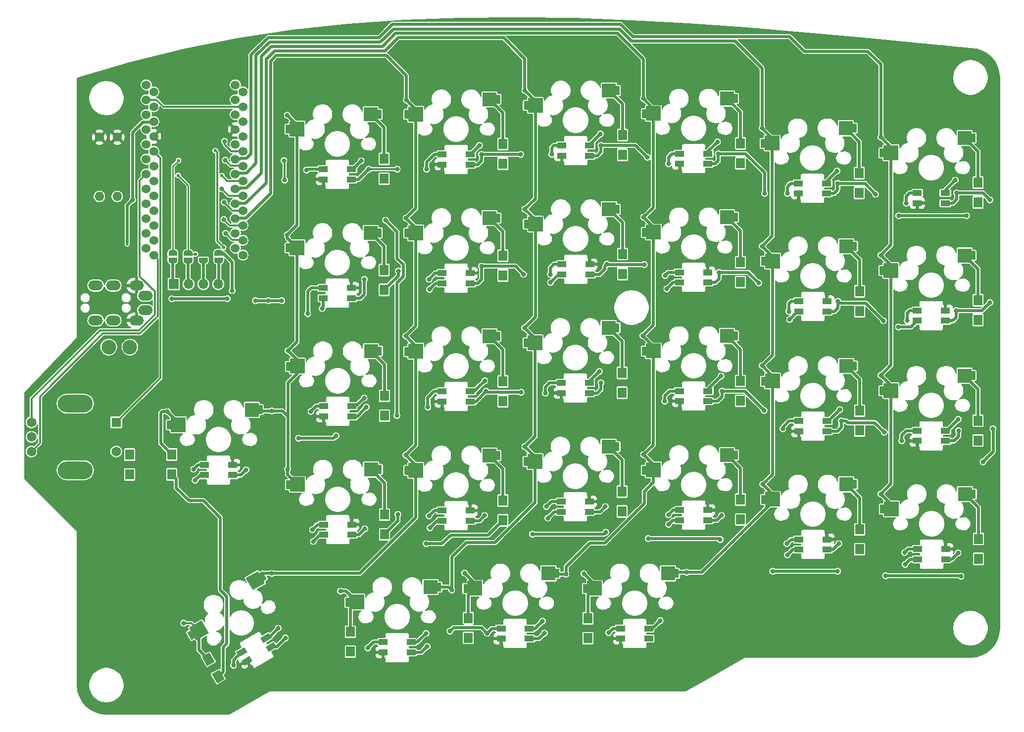
<source format=gbr>
%TF.GenerationSoftware,KiCad,Pcbnew,(5.1.8)-1*%
%TF.CreationDate,2020-12-16T21:53:35-07:00*%
%TF.ProjectId,RGBCakeBoard,52474243-616b-4654-926f-6172642e6b69,rev?*%
%TF.SameCoordinates,Original*%
%TF.FileFunction,Copper,L2,Bot*%
%TF.FilePolarity,Positive*%
%FSLAX46Y46*%
G04 Gerber Fmt 4.6, Leading zero omitted, Abs format (unit mm)*
G04 Created by KiCad (PCBNEW (5.1.8)-1) date 2020-12-16 21:53:35*
%MOMM*%
%LPD*%
G01*
G04 APERTURE LIST*
%TA.AperFunction,SMDPad,CuDef*%
%ADD10R,0.700000X1.500000*%
%TD*%
%TA.AperFunction,SMDPad,CuDef*%
%ADD11R,2.500000X2.500000*%
%TD*%
%TA.AperFunction,SMDPad,CuDef*%
%ADD12R,2.400000X2.400000*%
%TD*%
%TA.AperFunction,SMDPad,CuDef*%
%ADD13C,0.100000*%
%TD*%
%TA.AperFunction,ComponentPad*%
%ADD14R,1.500000X1.800000*%
%TD*%
%TA.AperFunction,ComponentPad*%
%ADD15O,2.500000X1.700000*%
%TD*%
%TA.AperFunction,ComponentPad*%
%ADD16O,1.600000X1.600000*%
%TD*%
%TA.AperFunction,ComponentPad*%
%ADD17C,1.600000*%
%TD*%
%TA.AperFunction,ComponentPad*%
%ADD18R,1.650000X1.650000*%
%TD*%
%TA.AperFunction,ComponentPad*%
%ADD19C,1.650000*%
%TD*%
%TA.AperFunction,ComponentPad*%
%ADD20O,6.000000X3.000000*%
%TD*%
%TA.AperFunction,SMDPad,CuDef*%
%ADD21R,1.600000X1.000000*%
%TD*%
%TA.AperFunction,ComponentPad*%
%ADD22C,1.524000*%
%TD*%
%TA.AperFunction,ComponentPad*%
%ADD23O,1.700000X1.700000*%
%TD*%
%TA.AperFunction,ComponentPad*%
%ADD24R,1.700000X1.700000*%
%TD*%
%TA.AperFunction,ComponentPad*%
%ADD25C,0.100000*%
%TD*%
%TA.AperFunction,ComponentPad*%
%ADD26C,2.499360*%
%TD*%
%TA.AperFunction,ViaPad*%
%ADD27C,0.800000*%
%TD*%
%TA.AperFunction,ViaPad*%
%ADD28C,0.600000*%
%TD*%
%TA.AperFunction,Conductor*%
%ADD29C,0.300000*%
%TD*%
%TA.AperFunction,Conductor*%
%ADD30C,0.500000*%
%TD*%
%TA.AperFunction,Conductor*%
%ADD31C,0.250000*%
%TD*%
%TA.AperFunction,Conductor*%
%ADD32C,0.128000*%
%TD*%
%TA.AperFunction,Conductor*%
%ADD33C,0.100000*%
%TD*%
G04 APERTURE END LIST*
D10*
%TO.P,SW13,1*%
%TO.N,Net-(D13-Pad2)*%
X88020000Y-106656500D03*
%TO.P,SW13,2*%
%TO.N,Col5*%
X103720000Y-104056500D03*
D11*
%TO.P,SW13,1*%
%TO.N,Net-(D13-Pad2)*%
X89620000Y-106616500D03*
D12*
%TO.P,SW13,2*%
%TO.N,Col5*%
X102220000Y-104076500D03*
%TD*%
%TA.AperFunction,SMDPad,CuDef*%
D13*
%TO.P,SW20,1*%
%TO.N,Net-(D20-Pad2)*%
G36*
X91856618Y-143475660D02*
G01*
X91106618Y-142176622D01*
X91712836Y-141826622D01*
X92462836Y-143125660D01*
X91856618Y-143475660D01*
G37*
%TD.AperFunction*%
%TA.AperFunction,SMDPad,CuDef*%
%TO.P,SW20,2*%
%TO.N,Col4*%
G36*
X104153217Y-133373994D02*
G01*
X103403217Y-132074956D01*
X104009435Y-131724956D01*
X104759435Y-133023994D01*
X104153217Y-133373994D01*
G37*
%TD.AperFunction*%
%TA.AperFunction,SMDPad,CuDef*%
%TO.P,SW20,1*%
%TO.N,Net-(D20-Pad2)*%
G36*
X93607900Y-140108968D02*
G01*
X94857900Y-142274032D01*
X92692836Y-143524032D01*
X91442836Y-141358968D01*
X93607900Y-140108968D01*
G37*
%TD.AperFunction*%
%TA.AperFunction,SMDPad,CuDef*%
%TO.P,SW20,2*%
%TO.N,Col4*%
G36*
X103231518Y-131677566D02*
G01*
X104431518Y-133756026D01*
X102353058Y-134956026D01*
X101153058Y-132877566D01*
X103231518Y-131677566D01*
G37*
%TD.AperFunction*%
%TD*%
D14*
%TO.P,D18,1*%
%TO.N,Row2*%
X206184500Y-107618000D03*
%TO.P,D18,2*%
%TO.N,Net-(D18-Pad2)*%
X206184500Y-104218000D03*
%TD*%
D15*
%TO.P,J3,S*%
%TO.N,Net-(J1-Pad1)*%
X83999500Y-86999500D03*
%TO.P,J3,T*%
%TO.N,+5V*%
X82499500Y-82799500D03*
%TO.P,J3,R1*%
%TO.N,GND*%
X78499500Y-82799500D03*
%TO.P,J3,R2*%
%TO.N,Net-(J2-Pad1)*%
X75499500Y-82799500D03*
%TO.P,J3,R1*%
%TO.N,GND*%
X78499500Y-88749500D03*
%TO.P,J3,R2*%
%TO.N,Net-(J2-Pad1)*%
X75499500Y-88749500D03*
%TO.P,J3,S*%
%TO.N,Net-(J1-Pad1)*%
X83999500Y-84549500D03*
%TO.P,J3,T*%
%TO.N,+5V*%
X82499500Y-88749500D03*
%TD*%
D16*
%TO.P,R2,2*%
%TO.N,SCL*%
X79184500Y-67564000D03*
D17*
%TO.P,R2,1*%
%TO.N,+5V*%
X79184500Y-57404000D03*
%TD*%
D16*
%TO.P,R1,2*%
%TO.N,SDA*%
X76136500Y-67564000D03*
D17*
%TO.P,R1,1*%
%TO.N,+5V*%
X76136500Y-57404000D03*
%TD*%
D18*
%TO.P,SW31,S1*%
%TO.N,Col0*%
X79009000Y-106212000D03*
D19*
%TO.P,SW31,S2*%
%TO.N,Net-(D57-Pad2)*%
X79009000Y-111212000D03*
%TO.P,SW31,A*%
%TO.N,ROT1*%
X64509000Y-106212000D03*
%TO.P,SW31,C*%
%TO.N,GND*%
X64509000Y-108712000D03*
%TO.P,SW31,B*%
%TO.N,ROT2*%
X64509000Y-111212000D03*
D20*
%TO.P,SW31,MNT*%
%TO.N,N/C*%
X72009000Y-103012000D03*
X72009000Y-114412000D03*
%TD*%
D14*
%TO.P,D57,1*%
%TO.N,Row4*%
X81305400Y-115134600D03*
%TO.P,D57,2*%
%TO.N,Net-(D57-Pad2)*%
X81305400Y-111734600D03*
%TD*%
%TA.AperFunction,SMDPad,CuDef*%
D13*
%TO.P,JP5,2*%
%TO.N,SDA*%
G36*
X87960102Y-77201000D02*
G01*
X87960102Y-77176466D01*
X87964912Y-77127635D01*
X87974484Y-77079510D01*
X87988728Y-77032555D01*
X88007505Y-76987222D01*
X88030636Y-76943949D01*
X88057896Y-76903150D01*
X88089024Y-76865221D01*
X88123721Y-76830524D01*
X88161650Y-76799396D01*
X88202449Y-76772136D01*
X88245722Y-76749005D01*
X88291055Y-76730228D01*
X88338010Y-76715984D01*
X88386135Y-76706412D01*
X88434966Y-76701602D01*
X88459500Y-76701602D01*
X88459500Y-76701000D01*
X88959500Y-76701000D01*
X88959500Y-76701602D01*
X88984034Y-76701602D01*
X89032865Y-76706412D01*
X89080990Y-76715984D01*
X89127945Y-76730228D01*
X89173278Y-76749005D01*
X89216551Y-76772136D01*
X89257350Y-76799396D01*
X89295279Y-76830524D01*
X89329976Y-76865221D01*
X89361104Y-76903150D01*
X89388364Y-76943949D01*
X89411495Y-76987222D01*
X89430272Y-77032555D01*
X89444516Y-77079510D01*
X89454088Y-77127635D01*
X89458898Y-77176466D01*
X89458898Y-77201000D01*
X89459500Y-77201000D01*
X89459500Y-77701000D01*
X87959500Y-77701000D01*
X87959500Y-77201000D01*
X87960102Y-77201000D01*
G37*
%TD.AperFunction*%
%TA.AperFunction,SMDPad,CuDef*%
%TO.P,JP5,1*%
%TO.N,Net-(J4-Pad1)*%
G36*
X89459500Y-78001000D02*
G01*
X89459500Y-78501000D01*
X89458898Y-78501000D01*
X89458898Y-78525534D01*
X89454088Y-78574365D01*
X89444516Y-78622490D01*
X89430272Y-78669445D01*
X89411495Y-78714778D01*
X89388364Y-78758051D01*
X89361104Y-78798850D01*
X89329976Y-78836779D01*
X89295279Y-78871476D01*
X89257350Y-78902604D01*
X89216551Y-78929864D01*
X89173278Y-78952995D01*
X89127945Y-78971772D01*
X89080990Y-78986016D01*
X89032865Y-78995588D01*
X88984034Y-79000398D01*
X88959500Y-79000398D01*
X88959500Y-79001000D01*
X88459500Y-79001000D01*
X88459500Y-79000398D01*
X88434966Y-79000398D01*
X88386135Y-78995588D01*
X88338010Y-78986016D01*
X88291055Y-78971772D01*
X88245722Y-78952995D01*
X88202449Y-78929864D01*
X88161650Y-78902604D01*
X88123721Y-78871476D01*
X88089024Y-78836779D01*
X88057896Y-78798850D01*
X88030636Y-78758051D01*
X88007505Y-78714778D01*
X87988728Y-78669445D01*
X87974484Y-78622490D01*
X87964912Y-78574365D01*
X87960102Y-78525534D01*
X87960102Y-78501000D01*
X87959500Y-78501000D01*
X87959500Y-78001000D01*
X89459500Y-78001000D01*
G37*
%TD.AperFunction*%
%TD*%
%TA.AperFunction,SMDPad,CuDef*%
%TO.P,JP4,2*%
%TO.N,SCL*%
G36*
X90563602Y-77216000D02*
G01*
X90563602Y-77191466D01*
X90568412Y-77142635D01*
X90577984Y-77094510D01*
X90592228Y-77047555D01*
X90611005Y-77002222D01*
X90634136Y-76958949D01*
X90661396Y-76918150D01*
X90692524Y-76880221D01*
X90727221Y-76845524D01*
X90765150Y-76814396D01*
X90805949Y-76787136D01*
X90849222Y-76764005D01*
X90894555Y-76745228D01*
X90941510Y-76730984D01*
X90989635Y-76721412D01*
X91038466Y-76716602D01*
X91063000Y-76716602D01*
X91063000Y-76716000D01*
X91563000Y-76716000D01*
X91563000Y-76716602D01*
X91587534Y-76716602D01*
X91636365Y-76721412D01*
X91684490Y-76730984D01*
X91731445Y-76745228D01*
X91776778Y-76764005D01*
X91820051Y-76787136D01*
X91860850Y-76814396D01*
X91898779Y-76845524D01*
X91933476Y-76880221D01*
X91964604Y-76918150D01*
X91991864Y-76958949D01*
X92014995Y-77002222D01*
X92033772Y-77047555D01*
X92048016Y-77094510D01*
X92057588Y-77142635D01*
X92062398Y-77191466D01*
X92062398Y-77216000D01*
X92063000Y-77216000D01*
X92063000Y-77716000D01*
X90563000Y-77716000D01*
X90563000Y-77216000D01*
X90563602Y-77216000D01*
G37*
%TD.AperFunction*%
%TA.AperFunction,SMDPad,CuDef*%
%TO.P,JP4,1*%
%TO.N,Net-(J4-Pad2)*%
G36*
X92063000Y-78016000D02*
G01*
X92063000Y-78516000D01*
X92062398Y-78516000D01*
X92062398Y-78540534D01*
X92057588Y-78589365D01*
X92048016Y-78637490D01*
X92033772Y-78684445D01*
X92014995Y-78729778D01*
X91991864Y-78773051D01*
X91964604Y-78813850D01*
X91933476Y-78851779D01*
X91898779Y-78886476D01*
X91860850Y-78917604D01*
X91820051Y-78944864D01*
X91776778Y-78967995D01*
X91731445Y-78986772D01*
X91684490Y-79001016D01*
X91636365Y-79010588D01*
X91587534Y-79015398D01*
X91563000Y-79015398D01*
X91563000Y-79016000D01*
X91063000Y-79016000D01*
X91063000Y-79015398D01*
X91038466Y-79015398D01*
X90989635Y-79010588D01*
X90941510Y-79001016D01*
X90894555Y-78986772D01*
X90849222Y-78967995D01*
X90805949Y-78944864D01*
X90765150Y-78917604D01*
X90727221Y-78886476D01*
X90692524Y-78851779D01*
X90661396Y-78813850D01*
X90634136Y-78773051D01*
X90611005Y-78729778D01*
X90592228Y-78684445D01*
X90577984Y-78637490D01*
X90568412Y-78589365D01*
X90563602Y-78540534D01*
X90563602Y-78516000D01*
X90563000Y-78516000D01*
X90563000Y-78016000D01*
X92063000Y-78016000D01*
G37*
%TD.AperFunction*%
%TD*%
%TA.AperFunction,SMDPad,CuDef*%
%TO.P,JP3,2*%
%TO.N,+5V*%
G36*
X93167102Y-77216000D02*
G01*
X93167102Y-77191466D01*
X93171912Y-77142635D01*
X93181484Y-77094510D01*
X93195728Y-77047555D01*
X93214505Y-77002222D01*
X93237636Y-76958949D01*
X93264896Y-76918150D01*
X93296024Y-76880221D01*
X93330721Y-76845524D01*
X93368650Y-76814396D01*
X93409449Y-76787136D01*
X93452722Y-76764005D01*
X93498055Y-76745228D01*
X93545010Y-76730984D01*
X93593135Y-76721412D01*
X93641966Y-76716602D01*
X93666500Y-76716602D01*
X93666500Y-76716000D01*
X94166500Y-76716000D01*
X94166500Y-76716602D01*
X94191034Y-76716602D01*
X94239865Y-76721412D01*
X94287990Y-76730984D01*
X94334945Y-76745228D01*
X94380278Y-76764005D01*
X94423551Y-76787136D01*
X94464350Y-76814396D01*
X94502279Y-76845524D01*
X94536976Y-76880221D01*
X94568104Y-76918150D01*
X94595364Y-76958949D01*
X94618495Y-77002222D01*
X94637272Y-77047555D01*
X94651516Y-77094510D01*
X94661088Y-77142635D01*
X94665898Y-77191466D01*
X94665898Y-77216000D01*
X94666500Y-77216000D01*
X94666500Y-77716000D01*
X93166500Y-77716000D01*
X93166500Y-77216000D01*
X93167102Y-77216000D01*
G37*
%TD.AperFunction*%
%TA.AperFunction,SMDPad,CuDef*%
%TO.P,JP3,1*%
%TO.N,Net-(J4-Pad3)*%
G36*
X94666500Y-78016000D02*
G01*
X94666500Y-78516000D01*
X94665898Y-78516000D01*
X94665898Y-78540534D01*
X94661088Y-78589365D01*
X94651516Y-78637490D01*
X94637272Y-78684445D01*
X94618495Y-78729778D01*
X94595364Y-78773051D01*
X94568104Y-78813850D01*
X94536976Y-78851779D01*
X94502279Y-78886476D01*
X94464350Y-78917604D01*
X94423551Y-78944864D01*
X94380278Y-78967995D01*
X94334945Y-78986772D01*
X94287990Y-79001016D01*
X94239865Y-79010588D01*
X94191034Y-79015398D01*
X94166500Y-79015398D01*
X94166500Y-79016000D01*
X93666500Y-79016000D01*
X93666500Y-79015398D01*
X93641966Y-79015398D01*
X93593135Y-79010588D01*
X93545010Y-79001016D01*
X93498055Y-78986772D01*
X93452722Y-78967995D01*
X93409449Y-78944864D01*
X93368650Y-78917604D01*
X93330721Y-78886476D01*
X93296024Y-78851779D01*
X93264896Y-78813850D01*
X93237636Y-78773051D01*
X93214505Y-78729778D01*
X93195728Y-78684445D01*
X93181484Y-78637490D01*
X93171912Y-78589365D01*
X93167102Y-78540534D01*
X93167102Y-78516000D01*
X93166500Y-78516000D01*
X93166500Y-78016000D01*
X94666500Y-78016000D01*
G37*
%TD.AperFunction*%
%TD*%
%TA.AperFunction,SMDPad,CuDef*%
%TO.P,JP2,2*%
%TO.N,GND*%
G36*
X95770602Y-77201000D02*
G01*
X95770602Y-77176466D01*
X95775412Y-77127635D01*
X95784984Y-77079510D01*
X95799228Y-77032555D01*
X95818005Y-76987222D01*
X95841136Y-76943949D01*
X95868396Y-76903150D01*
X95899524Y-76865221D01*
X95934221Y-76830524D01*
X95972150Y-76799396D01*
X96012949Y-76772136D01*
X96056222Y-76749005D01*
X96101555Y-76730228D01*
X96148510Y-76715984D01*
X96196635Y-76706412D01*
X96245466Y-76701602D01*
X96270000Y-76701602D01*
X96270000Y-76701000D01*
X96770000Y-76701000D01*
X96770000Y-76701602D01*
X96794534Y-76701602D01*
X96843365Y-76706412D01*
X96891490Y-76715984D01*
X96938445Y-76730228D01*
X96983778Y-76749005D01*
X97027051Y-76772136D01*
X97067850Y-76799396D01*
X97105779Y-76830524D01*
X97140476Y-76865221D01*
X97171604Y-76903150D01*
X97198864Y-76943949D01*
X97221995Y-76987222D01*
X97240772Y-77032555D01*
X97255016Y-77079510D01*
X97264588Y-77127635D01*
X97269398Y-77176466D01*
X97269398Y-77201000D01*
X97270000Y-77201000D01*
X97270000Y-77701000D01*
X95770000Y-77701000D01*
X95770000Y-77201000D01*
X95770602Y-77201000D01*
G37*
%TD.AperFunction*%
%TA.AperFunction,SMDPad,CuDef*%
%TO.P,JP2,1*%
%TO.N,Net-(J4-Pad4)*%
G36*
X97270000Y-78001000D02*
G01*
X97270000Y-78501000D01*
X97269398Y-78501000D01*
X97269398Y-78525534D01*
X97264588Y-78574365D01*
X97255016Y-78622490D01*
X97240772Y-78669445D01*
X97221995Y-78714778D01*
X97198864Y-78758051D01*
X97171604Y-78798850D01*
X97140476Y-78836779D01*
X97105779Y-78871476D01*
X97067850Y-78902604D01*
X97027051Y-78929864D01*
X96983778Y-78952995D01*
X96938445Y-78971772D01*
X96891490Y-78986016D01*
X96843365Y-78995588D01*
X96794534Y-79000398D01*
X96770000Y-79000398D01*
X96770000Y-79001000D01*
X96270000Y-79001000D01*
X96270000Y-79000398D01*
X96245466Y-79000398D01*
X96196635Y-78995588D01*
X96148510Y-78986016D01*
X96101555Y-78971772D01*
X96056222Y-78952995D01*
X96012949Y-78929864D01*
X95972150Y-78902604D01*
X95934221Y-78871476D01*
X95899524Y-78836779D01*
X95868396Y-78798850D01*
X95841136Y-78758051D01*
X95818005Y-78714778D01*
X95799228Y-78669445D01*
X95784984Y-78622490D01*
X95775412Y-78574365D01*
X95770602Y-78525534D01*
X95770602Y-78501000D01*
X95770000Y-78501000D01*
X95770000Y-78001000D01*
X97270000Y-78001000D01*
G37*
%TD.AperFunction*%
%TD*%
D10*
%TO.P,SW16,1*%
%TO.N,Col3*%
X149043500Y-92623000D03*
%TO.P,SW16,2*%
%TO.N,Net-(D16-Pad2)*%
X164743500Y-90023000D03*
D11*
%TO.P,SW16,1*%
%TO.N,Col3*%
X150643500Y-92583000D03*
D12*
%TO.P,SW16,2*%
%TO.N,Net-(D16-Pad2)*%
X163243500Y-90043000D03*
%TD*%
D21*
%TO.P,D58,3*%
%TO.N,Net-(D57-Pad1)*%
X165303500Y-141492000D03*
%TO.P,D58,4*%
%TO.N,+5V*%
X165303500Y-143242000D03*
%TO.P,D58,1*%
%TO.N,Net-(D58-Pad1)*%
X170103500Y-143242000D03*
%TO.P,D58,2*%
%TO.N,GND*%
X170103500Y-141492000D03*
%TD*%
%TO.P,D57,3*%
%TO.N,Net-(D56-Pad1)*%
X144856500Y-141492000D03*
%TO.P,D57,4*%
%TO.N,+5V*%
X144856500Y-143242000D03*
%TO.P,D57,1*%
%TO.N,Net-(D57-Pad1)*%
X149656500Y-143242000D03*
%TO.P,D57,2*%
%TO.N,GND*%
X149656500Y-141492000D03*
%TD*%
D22*
%TO.P,U1,24*%
%TO.N,Net-(U1-Pad24)*%
X99377500Y-48450500D03*
%TO.P,U1,23*%
%TO.N,GND*%
X99377500Y-50990500D03*
%TO.P,U1,22*%
%TO.N,RESET*%
X99377500Y-53530500D03*
%TO.P,U1,21*%
%TO.N,+5V*%
X99377500Y-56070500D03*
%TO.P,U1,20*%
%TO.N,Net-(U1-Pad20)*%
X99377500Y-58610500D03*
%TO.P,U1,19*%
%TO.N,Col0*%
X99377500Y-61150500D03*
%TO.P,U1,18*%
%TO.N,Col1*%
X99377500Y-63690500D03*
%TO.P,U1,17*%
%TO.N,Col2*%
X99377500Y-66230500D03*
%TO.P,U1,16*%
%TO.N,Col3*%
X99377500Y-68770500D03*
%TO.P,U1,15*%
%TO.N,Col4*%
X99377500Y-71310500D03*
%TO.P,U1,14*%
%TO.N,Col5*%
X99377500Y-73850500D03*
%TO.P,U1,13*%
%TO.N,ROT2*%
X99377500Y-76390500D03*
%TO.P,U1,12*%
%TO.N,Row4*%
X84137500Y-76390500D03*
%TO.P,U1,11*%
%TO.N,Row3*%
X84137500Y-73850500D03*
%TO.P,U1,10*%
%TO.N,Row2*%
X84137500Y-71310500D03*
%TO.P,U1,9*%
%TO.N,Row1*%
X84137500Y-68770500D03*
%TO.P,U1,8*%
%TO.N,Row0*%
X84137500Y-66230500D03*
%TO.P,U1,7*%
%TO.N,ROT1*%
X84137500Y-63690500D03*
%TO.P,U1,6*%
%TO.N,SCL*%
X84137500Y-61150500D03*
%TO.P,U1,5*%
%TO.N,SDA*%
X84137500Y-58610500D03*
%TO.P,U1,4*%
%TO.N,GND*%
X84137500Y-56070500D03*
%TO.P,U1,3*%
X84137500Y-53530500D03*
%TO.P,U1,2*%
%TO.N,Data*%
X84137500Y-50990500D03*
%TO.P,U1,1*%
%TO.N,LED*%
X84137500Y-48450500D03*
%TO.P,U1,5*%
%TO.N,SDA*%
X100676315Y-59806245D03*
%TO.P,U1,7*%
%TO.N,ROT1*%
X100676315Y-64886245D03*
%TO.P,U1,24*%
%TO.N,Net-(U1-Pad24)*%
X85436315Y-49646245D03*
%TO.P,U1,2*%
%TO.N,Data*%
X100676315Y-52186245D03*
%TO.P,U1,11*%
%TO.N,Row3*%
X100676315Y-75046245D03*
%TO.P,U1,13*%
%TO.N,ROT2*%
X85436315Y-77586245D03*
%TO.P,U1,8*%
%TO.N,Row0*%
X100676315Y-67426245D03*
%TO.P,U1,9*%
%TO.N,Row1*%
X100676315Y-69966245D03*
%TO.P,U1,17*%
%TO.N,Col2*%
X85436315Y-67426245D03*
%TO.P,U1,15*%
%TO.N,Col4*%
X85436315Y-72506245D03*
%TO.P,U1,20*%
%TO.N,Net-(U1-Pad20)*%
X85436315Y-59806245D03*
%TO.P,U1,21*%
%TO.N,+5V*%
X85436315Y-57266245D03*
%TO.P,U1,23*%
%TO.N,GND*%
X85436315Y-52186245D03*
%TO.P,U1,19*%
%TO.N,Col0*%
X85436315Y-62346245D03*
%TO.P,U1,12*%
%TO.N,Row4*%
X100676315Y-77586245D03*
%TO.P,U1,16*%
%TO.N,Col3*%
X85436315Y-69966245D03*
%TO.P,U1,1*%
%TO.N,LED*%
X100676315Y-49646245D03*
%TO.P,U1,3*%
%TO.N,GND*%
X100676315Y-54726245D03*
%TO.P,U1,14*%
%TO.N,Col5*%
X85436315Y-75046245D03*
%TO.P,U1,4*%
%TO.N,GND*%
X100676315Y-57266245D03*
%TO.P,U1,6*%
%TO.N,SCL*%
X100676315Y-62346245D03*
%TO.P,U1,18*%
%TO.N,Col1*%
X85436315Y-64886245D03*
%TO.P,U1,10*%
%TO.N,Row2*%
X100676315Y-72506245D03*
%TO.P,U1,22*%
%TO.N,RESET*%
X85436315Y-54726245D03*
%TD*%
D23*
%TO.P,J4,4*%
%TO.N,Net-(J4-Pad4)*%
X96456500Y-82550000D03*
%TO.P,J4,3*%
%TO.N,Net-(J4-Pad3)*%
X93916500Y-82550000D03*
%TO.P,J4,2*%
%TO.N,Net-(J4-Pad2)*%
X91376500Y-82550000D03*
D24*
%TO.P,J4,1*%
%TO.N,Net-(J4-Pad1)*%
X88836500Y-82550000D03*
%TD*%
D14*
%TO.P,D29,1*%
%TO.N,Row4*%
X159702500Y-143163500D03*
%TO.P,D29,2*%
%TO.N,Net-(D29-Pad2)*%
X159702500Y-139763500D03*
%TD*%
%TO.P,D28,1*%
%TO.N,Row4*%
X139255500Y-143114500D03*
%TO.P,D28,2*%
%TO.N,Net-(D28-Pad2)*%
X139255500Y-139714500D03*
%TD*%
%TO.P,D27,1*%
%TO.N,Row4*%
X119062500Y-145464000D03*
%TO.P,D27,2*%
%TO.N,Net-(D27-Pad2)*%
X119062500Y-142064000D03*
%TD*%
%TO.P,D26,1*%
%TO.N,Row3*%
X226504500Y-129574500D03*
%TO.P,D26,2*%
%TO.N,Net-(D26-Pad2)*%
X226504500Y-126174500D03*
%TD*%
%TO.P,D25,1*%
%TO.N,Row3*%
X206184500Y-127938000D03*
%TO.P,D25,2*%
%TO.N,Net-(D25-Pad2)*%
X206184500Y-124538000D03*
%TD*%
%TO.P,D24,1*%
%TO.N,Row3*%
X185801000Y-122843500D03*
%TO.P,D24,2*%
%TO.N,Net-(D24-Pad2)*%
X185801000Y-119443500D03*
%TD*%
%TO.P,D23,1*%
%TO.N,Row3*%
X165544500Y-121461000D03*
%TO.P,D23,2*%
%TO.N,Net-(D23-Pad2)*%
X165544500Y-118061000D03*
%TD*%
%TO.P,D22,1*%
%TO.N,Row3*%
X145161000Y-122985000D03*
%TO.P,D22,2*%
%TO.N,Net-(D22-Pad2)*%
X145161000Y-119585000D03*
%TD*%
%TO.P,D21,1*%
%TO.N,Row3*%
X124904500Y-125398000D03*
%TO.P,D21,2*%
%TO.N,Net-(D21-Pad2)*%
X124904500Y-121998000D03*
%TD*%
%TA.AperFunction,ComponentPad*%
D25*
%TO.P,D20,1*%
%TO.N,Row4*%
G36*
X97556019Y-150137423D02*
G01*
X96256981Y-150887423D01*
X95356981Y-149328577D01*
X96656019Y-148578577D01*
X97556019Y-150137423D01*
G37*
%TD.AperFunction*%
%TA.AperFunction,ComponentPad*%
%TO.P,D20,2*%
%TO.N,Net-(D20-Pad2)*%
G36*
X95856019Y-147192937D02*
G01*
X94556981Y-147942937D01*
X93656981Y-146384091D01*
X94956019Y-145634091D01*
X95856019Y-147192937D01*
G37*
%TD.AperFunction*%
%TD*%
D14*
%TO.P,D19,1*%
%TO.N,Row2*%
X226441000Y-109332500D03*
%TO.P,D19,2*%
%TO.N,Net-(D19-Pad2)*%
X226441000Y-105932500D03*
%TD*%
%TO.P,D17,1*%
%TO.N,Row2*%
X185801000Y-102538000D03*
%TO.P,D17,2*%
%TO.N,Net-(D17-Pad2)*%
X185801000Y-99138000D03*
%TD*%
%TO.P,D16,1*%
%TO.N,Row2*%
X165544500Y-101141000D03*
%TO.P,D16,2*%
%TO.N,Net-(D16-Pad2)*%
X165544500Y-97741000D03*
%TD*%
%TO.P,D15,1*%
%TO.N,Row2*%
X145161000Y-102616000D03*
%TO.P,D15,2*%
%TO.N,Net-(D15-Pad2)*%
X145161000Y-99216000D03*
%TD*%
%TO.P,D14,1*%
%TO.N,Row2*%
X124904500Y-105078000D03*
%TO.P,D14,2*%
%TO.N,Net-(D14-Pad2)*%
X124904500Y-101678000D03*
%TD*%
%TO.P,D13,1*%
%TO.N,Row4*%
X88519000Y-115125500D03*
%TO.P,D13,2*%
%TO.N,Net-(D13-Pad2)*%
X88519000Y-111725500D03*
%TD*%
%TO.P,D12,1*%
%TO.N,Row1*%
X226441000Y-88695000D03*
%TO.P,D12,2*%
%TO.N,Net-(D12-Pad2)*%
X226441000Y-85295000D03*
%TD*%
%TO.P,D11,1*%
%TO.N,Row1*%
X206184500Y-87171000D03*
%TO.P,D11,2*%
%TO.N,Net-(D11-Pad2)*%
X206184500Y-83771000D03*
%TD*%
%TO.P,D10,1*%
%TO.N,Row1*%
X185801000Y-82218000D03*
%TO.P,D10,2*%
%TO.N,Net-(D10-Pad2)*%
X185801000Y-78818000D03*
%TD*%
%TO.P,D9,1*%
%TO.N,Row1*%
X165608000Y-80806500D03*
%TO.P,D9,2*%
%TO.N,Net-(D9-Pad2)*%
X165608000Y-77406500D03*
%TD*%
%TO.P,D8,1*%
%TO.N,Row1*%
X145161000Y-81075000D03*
%TO.P,D8,2*%
%TO.N,Net-(D8-Pad2)*%
X145161000Y-77675000D03*
%TD*%
%TO.P,D7,1*%
%TO.N,Row1*%
X124841000Y-83537000D03*
%TO.P,D7,2*%
%TO.N,Net-(D7-Pad2)*%
X124841000Y-80137000D03*
%TD*%
%TO.P,D6,1*%
%TO.N,Row0*%
X226441000Y-68580000D03*
%TO.P,D6,2*%
%TO.N,Net-(D6-Pad2)*%
X226441000Y-65180000D03*
%TD*%
%TO.P,D5,1*%
%TO.N,Row0*%
X206121000Y-66929000D03*
%TO.P,D5,2*%
%TO.N,Net-(D5-Pad2)*%
X206121000Y-63529000D03*
%TD*%
%TO.P,D4,1*%
%TO.N,Row0*%
X185801000Y-61849000D03*
%TO.P,D4,2*%
%TO.N,Net-(D4-Pad2)*%
X185801000Y-58449000D03*
%TD*%
%TO.P,D3,1*%
%TO.N,Row0*%
X165608000Y-60452000D03*
%TO.P,D3,2*%
%TO.N,Net-(D3-Pad2)*%
X165608000Y-57052000D03*
%TD*%
%TO.P,D2,1*%
%TO.N,Row0*%
X145161000Y-61976000D03*
%TO.P,D2,2*%
%TO.N,Net-(D2-Pad2)*%
X145161000Y-58576000D03*
%TD*%
%TO.P,D1,1*%
%TO.N,Row0*%
X124841000Y-64516000D03*
%TO.P,D1,2*%
%TO.N,Net-(D1-Pad2)*%
X124841000Y-61116000D03*
%TD*%
D26*
%TO.P,J2,1*%
%TO.N,Net-(J2-Pad1)*%
X77724000Y-93345000D03*
%TD*%
%TO.P,J1,1*%
%TO.N,Net-(J1-Pad1)*%
X81343500Y-93345000D03*
%TD*%
D21*
%TO.P,D56,3*%
%TO.N,Net-(D55-Pad1)*%
X124663500Y-143841500D03*
%TO.P,D56,4*%
%TO.N,+5V*%
X124663500Y-145591500D03*
%TO.P,D56,1*%
%TO.N,Net-(D56-Pad1)*%
X129463500Y-145591500D03*
%TO.P,D56,2*%
%TO.N,GND*%
X129463500Y-143841500D03*
%TD*%
%TA.AperFunction,SMDPad,CuDef*%
D13*
%TO.P,D55,3*%
%TO.N,Net-(D42-Pad1)*%
G36*
X100923859Y-144706715D02*
G01*
X101423859Y-145572741D01*
X100038219Y-146372741D01*
X99538219Y-145506715D01*
X100923859Y-144706715D01*
G37*
%TD.AperFunction*%
%TA.AperFunction,SMDPad,CuDef*%
%TO.P,D55,4*%
%TO.N,+5V*%
G36*
X101798859Y-146222259D02*
G01*
X102298859Y-147088285D01*
X100913219Y-147888285D01*
X100413219Y-147022259D01*
X101798859Y-146222259D01*
G37*
%TD.AperFunction*%
%TA.AperFunction,SMDPad,CuDef*%
%TO.P,D55,1*%
%TO.N,Net-(D55-Pad1)*%
G36*
X105955781Y-143822259D02*
G01*
X106455781Y-144688285D01*
X105070141Y-145488285D01*
X104570141Y-144622259D01*
X105955781Y-143822259D01*
G37*
%TD.AperFunction*%
%TA.AperFunction,SMDPad,CuDef*%
%TO.P,D55,2*%
%TO.N,GND*%
G36*
X105080781Y-142306715D02*
G01*
X105580781Y-143172741D01*
X104195141Y-143972741D01*
X103695141Y-143106715D01*
X105080781Y-142306715D01*
G37*
%TD.AperFunction*%
%TD*%
D21*
%TO.P,D54,3*%
%TO.N,Net-(D53-Pad1)*%
X119303500Y-125462000D03*
%TO.P,D54,4*%
%TO.N,+5V*%
X119303500Y-123712000D03*
%TO.P,D54,1*%
%TO.N,Net-(D42-Pad3)*%
X114503500Y-123712000D03*
%TO.P,D54,2*%
%TO.N,GND*%
X114503500Y-125462000D03*
%TD*%
%TO.P,D53,3*%
%TO.N,Net-(D52-Pad1)*%
X139560000Y-123049000D03*
%TO.P,D53,4*%
%TO.N,+5V*%
X139560000Y-121299000D03*
%TO.P,D53,1*%
%TO.N,Net-(D53-Pad1)*%
X134760000Y-121299000D03*
%TO.P,D53,2*%
%TO.N,GND*%
X134760000Y-123049000D03*
%TD*%
%TO.P,D52,3*%
%TO.N,Net-(D51-Pad1)*%
X159943500Y-121525000D03*
%TO.P,D52,4*%
%TO.N,+5V*%
X159943500Y-119775000D03*
%TO.P,D52,1*%
%TO.N,Net-(D52-Pad1)*%
X155143500Y-119775000D03*
%TO.P,D52,2*%
%TO.N,GND*%
X155143500Y-121525000D03*
%TD*%
%TO.P,D51,3*%
%TO.N,Net-(D50-Pad1)*%
X180200000Y-122985500D03*
%TO.P,D51,4*%
%TO.N,+5V*%
X180200000Y-121235500D03*
%TO.P,D51,1*%
%TO.N,Net-(D51-Pad1)*%
X175400000Y-121235500D03*
%TO.P,D51,2*%
%TO.N,GND*%
X175400000Y-122985500D03*
%TD*%
%TO.P,D50,3*%
%TO.N,LED2*%
X200583500Y-128002000D03*
%TO.P,D50,4*%
%TO.N,+5V*%
X200583500Y-126252000D03*
%TO.P,D50,1*%
%TO.N,Net-(D50-Pad1)*%
X195783500Y-126252000D03*
%TO.P,D50,2*%
%TO.N,GND*%
X195783500Y-128002000D03*
%TD*%
%TO.P,D49,3*%
%TO.N,Net-(D48-Pad1)*%
X220903500Y-129653000D03*
%TO.P,D49,4*%
%TO.N,+5V*%
X220903500Y-127903000D03*
%TO.P,D49,1*%
%TO.N,LED2*%
X216103500Y-127903000D03*
%TO.P,D49,2*%
%TO.N,GND*%
X216103500Y-129653000D03*
%TD*%
%TO.P,D48,3*%
%TO.N,Net-(D47-Pad1)*%
X216040000Y-107646500D03*
%TO.P,D48,4*%
%TO.N,+5V*%
X216040000Y-109396500D03*
%TO.P,D48,1*%
%TO.N,Net-(D48-Pad1)*%
X220840000Y-109396500D03*
%TO.P,D48,2*%
%TO.N,GND*%
X220840000Y-107646500D03*
%TD*%
%TO.P,D47,3*%
%TO.N,Net-(D46-Pad1)*%
X195783500Y-105995500D03*
%TO.P,D47,4*%
%TO.N,+5V*%
X195783500Y-107745500D03*
%TO.P,D47,1*%
%TO.N,Net-(D47-Pad1)*%
X200583500Y-107745500D03*
%TO.P,D47,2*%
%TO.N,GND*%
X200583500Y-105995500D03*
%TD*%
%TO.P,D46,3*%
%TO.N,Net-(D45-Pad1)*%
X175400000Y-100852000D03*
%TO.P,D46,4*%
%TO.N,+5V*%
X175400000Y-102602000D03*
%TO.P,D46,1*%
%TO.N,Net-(D46-Pad1)*%
X180200000Y-102602000D03*
%TO.P,D46,2*%
%TO.N,GND*%
X180200000Y-100852000D03*
%TD*%
%TO.P,D45,3*%
%TO.N,Net-(D44-Pad1)*%
X155143500Y-99455000D03*
%TO.P,D45,4*%
%TO.N,+5V*%
X155143500Y-101205000D03*
%TO.P,D45,1*%
%TO.N,Net-(D45-Pad1)*%
X159943500Y-101205000D03*
%TO.P,D45,2*%
%TO.N,GND*%
X159943500Y-99455000D03*
%TD*%
%TO.P,D44,3*%
%TO.N,Net-(D43-Pad1)*%
X134760000Y-100915500D03*
%TO.P,D44,4*%
%TO.N,+5V*%
X134760000Y-102665500D03*
%TO.P,D44,1*%
%TO.N,Net-(D44-Pad1)*%
X139560000Y-102665500D03*
%TO.P,D44,2*%
%TO.N,GND*%
X139560000Y-100915500D03*
%TD*%
%TO.P,D43,3*%
%TO.N,Net-(D41-Pad1)*%
X114503500Y-103455500D03*
%TO.P,D43,4*%
%TO.N,+5V*%
X114503500Y-105205500D03*
%TO.P,D43,1*%
%TO.N,Net-(D43-Pad1)*%
X119303500Y-105205500D03*
%TO.P,D43,2*%
%TO.N,GND*%
X119303500Y-103455500D03*
%TD*%
%TO.P,D42,3*%
%TO.N,Net-(D42-Pad3)*%
X98920000Y-115238500D03*
%TO.P,D42,4*%
%TO.N,+5V*%
X98920000Y-113488500D03*
%TO.P,D42,1*%
%TO.N,Net-(D42-Pad1)*%
X94120000Y-113488500D03*
%TO.P,D42,2*%
%TO.N,GND*%
X94120000Y-115238500D03*
%TD*%
%TO.P,D41,3*%
%TO.N,Net-(D40-Pad1)*%
X119240000Y-84949000D03*
%TO.P,D41,4*%
%TO.N,+5V*%
X119240000Y-83199000D03*
%TO.P,D41,1*%
%TO.N,Net-(D41-Pad1)*%
X114440000Y-83199000D03*
%TO.P,D41,2*%
%TO.N,GND*%
X114440000Y-84949000D03*
%TD*%
%TO.P,D40,3*%
%TO.N,Net-(D39-Pad1)*%
X139560000Y-82409000D03*
%TO.P,D40,4*%
%TO.N,+5V*%
X139560000Y-80659000D03*
%TO.P,D40,1*%
%TO.N,Net-(D40-Pad1)*%
X134760000Y-80659000D03*
%TO.P,D40,2*%
%TO.N,GND*%
X134760000Y-82409000D03*
%TD*%
%TO.P,D39,3*%
%TO.N,Net-(D38-Pad1)*%
X160020000Y-80899000D03*
%TO.P,D39,4*%
%TO.N,+5V*%
X160020000Y-79149000D03*
%TO.P,D39,1*%
%TO.N,Net-(D39-Pad1)*%
X155220000Y-79149000D03*
%TO.P,D39,2*%
%TO.N,GND*%
X155220000Y-80899000D03*
%TD*%
%TO.P,D38,3*%
%TO.N,LED1*%
X180200000Y-82282000D03*
%TO.P,D38,4*%
%TO.N,+5V*%
X180200000Y-80532000D03*
%TO.P,D38,1*%
%TO.N,Net-(D38-Pad1)*%
X175400000Y-80532000D03*
%TO.P,D38,2*%
%TO.N,GND*%
X175400000Y-82282000D03*
%TD*%
%TO.P,D37,3*%
%TO.N,Net-(D36-Pad1)*%
X200583500Y-87235000D03*
%TO.P,D37,4*%
%TO.N,+5V*%
X200583500Y-85485000D03*
%TO.P,D37,1*%
%TO.N,LED1*%
X195783500Y-85485000D03*
%TO.P,D37,2*%
%TO.N,GND*%
X195783500Y-87235000D03*
%TD*%
%TO.P,D36,3*%
%TO.N,Net-(D35-Pad1)*%
X220840000Y-88822500D03*
%TO.P,D36,4*%
%TO.N,+5V*%
X220840000Y-87072500D03*
%TO.P,D36,1*%
%TO.N,Net-(D36-Pad1)*%
X216040000Y-87072500D03*
%TO.P,D36,2*%
%TO.N,GND*%
X216040000Y-88822500D03*
%TD*%
%TO.P,D35,3*%
%TO.N,Net-(D34-Pad1)*%
X216040000Y-66943000D03*
%TO.P,D35,4*%
%TO.N,+5V*%
X216040000Y-68693000D03*
%TO.P,D35,1*%
%TO.N,Net-(D35-Pad1)*%
X220840000Y-68693000D03*
%TO.P,D35,2*%
%TO.N,GND*%
X220840000Y-66943000D03*
%TD*%
%TO.P,D34,3*%
%TO.N,Net-(D33-Pad1)*%
X195720000Y-65292000D03*
%TO.P,D34,4*%
%TO.N,+5V*%
X195720000Y-67042000D03*
%TO.P,D34,1*%
%TO.N,Net-(D34-Pad1)*%
X200520000Y-67042000D03*
%TO.P,D34,2*%
%TO.N,GND*%
X200520000Y-65292000D03*
%TD*%
%TO.P,D33,3*%
%TO.N,Net-(D32-Pad1)*%
X175400000Y-60212000D03*
%TO.P,D33,4*%
%TO.N,+5V*%
X175400000Y-61962000D03*
%TO.P,D33,1*%
%TO.N,Net-(D33-Pad1)*%
X180200000Y-61962000D03*
%TO.P,D33,2*%
%TO.N,GND*%
X180200000Y-60212000D03*
%TD*%
%TO.P,D32,3*%
%TO.N,Net-(D31-Pad1)*%
X155207000Y-58815000D03*
%TO.P,D32,4*%
%TO.N,+5V*%
X155207000Y-60565000D03*
%TO.P,D32,1*%
%TO.N,Net-(D32-Pad1)*%
X160007000Y-60565000D03*
%TO.P,D32,2*%
%TO.N,GND*%
X160007000Y-58815000D03*
%TD*%
%TO.P,D31,3*%
%TO.N,Net-(D30-Pad1)*%
X134760000Y-60339000D03*
%TO.P,D31,4*%
%TO.N,+5V*%
X134760000Y-62089000D03*
%TO.P,D31,1*%
%TO.N,Net-(D31-Pad1)*%
X139560000Y-62089000D03*
%TO.P,D31,2*%
%TO.N,GND*%
X139560000Y-60339000D03*
%TD*%
%TO.P,D30,3*%
%TO.N,LED*%
X114440000Y-62879000D03*
%TO.P,D30,4*%
%TO.N,+5V*%
X114440000Y-64629000D03*
%TO.P,D30,1*%
%TO.N,Net-(D30-Pad1)*%
X119240000Y-64629000D03*
%TO.P,D30,2*%
%TO.N,GND*%
X119240000Y-62879000D03*
%TD*%
D10*
%TO.P,SW29,1*%
%TO.N,Net-(D29-Pad2)*%
X159203500Y-134660000D03*
%TO.P,SW29,2*%
%TO.N,Col1*%
X174903500Y-132060000D03*
D11*
%TO.P,SW29,1*%
%TO.N,Net-(D29-Pad2)*%
X160803500Y-134620000D03*
D12*
%TO.P,SW29,2*%
%TO.N,Col1*%
X173403500Y-132080000D03*
%TD*%
D10*
%TO.P,SW28,1*%
%TO.N,Net-(D28-Pad2)*%
X138756500Y-134660000D03*
%TO.P,SW28,2*%
%TO.N,Col2*%
X154456500Y-132060000D03*
D11*
%TO.P,SW28,1*%
%TO.N,Net-(D28-Pad2)*%
X140356500Y-134620000D03*
D12*
%TO.P,SW28,2*%
%TO.N,Col2*%
X152956500Y-132080000D03*
%TD*%
D10*
%TO.P,SW27,1*%
%TO.N,Net-(D27-Pad2)*%
X118563500Y-137009500D03*
%TO.P,SW27,2*%
%TO.N,Col3*%
X134263500Y-134409500D03*
D11*
%TO.P,SW27,1*%
%TO.N,Net-(D27-Pad2)*%
X120163500Y-136969500D03*
D12*
%TO.P,SW27,2*%
%TO.N,Col3*%
X132763500Y-134429500D03*
%TD*%
D10*
%TO.P,SW26,1*%
%TO.N,Col0*%
X210003500Y-121071000D03*
%TO.P,SW26,2*%
%TO.N,Net-(D26-Pad2)*%
X225703500Y-118471000D03*
D11*
%TO.P,SW26,1*%
%TO.N,Col0*%
X211603500Y-121031000D03*
D12*
%TO.P,SW26,2*%
%TO.N,Net-(D26-Pad2)*%
X224203500Y-118491000D03*
%TD*%
D10*
%TO.P,SW25,1*%
%TO.N,Col1*%
X189683500Y-119420000D03*
%TO.P,SW25,2*%
%TO.N,Net-(D25-Pad2)*%
X205383500Y-116820000D03*
D11*
%TO.P,SW25,1*%
%TO.N,Col1*%
X191283500Y-119380000D03*
D12*
%TO.P,SW25,2*%
%TO.N,Net-(D25-Pad2)*%
X203883500Y-116840000D03*
%TD*%
D10*
%TO.P,SW24,1*%
%TO.N,Col2*%
X169300000Y-114403500D03*
%TO.P,SW24,2*%
%TO.N,Net-(D24-Pad2)*%
X185000000Y-111803500D03*
D11*
%TO.P,SW24,1*%
%TO.N,Col2*%
X170900000Y-114363500D03*
D12*
%TO.P,SW24,2*%
%TO.N,Net-(D24-Pad2)*%
X183500000Y-111823500D03*
%TD*%
D10*
%TO.P,SW23,1*%
%TO.N,Col3*%
X149043500Y-112943000D03*
%TO.P,SW23,2*%
%TO.N,Net-(D23-Pad2)*%
X164743500Y-110343000D03*
D11*
%TO.P,SW23,1*%
%TO.N,Col3*%
X150643500Y-112903000D03*
D12*
%TO.P,SW23,2*%
%TO.N,Net-(D23-Pad2)*%
X163243500Y-110363000D03*
%TD*%
D10*
%TO.P,SW22,1*%
%TO.N,Col4*%
X128660000Y-114467000D03*
%TO.P,SW22,2*%
%TO.N,Net-(D22-Pad2)*%
X144360000Y-111867000D03*
D11*
%TO.P,SW22,1*%
%TO.N,Col4*%
X130260000Y-114427000D03*
D12*
%TO.P,SW22,2*%
%TO.N,Net-(D22-Pad2)*%
X142860000Y-111887000D03*
%TD*%
D10*
%TO.P,SW21,1*%
%TO.N,Col5*%
X108403500Y-116880000D03*
%TO.P,SW21,2*%
%TO.N,Net-(D21-Pad2)*%
X124103500Y-114280000D03*
D11*
%TO.P,SW21,1*%
%TO.N,Col5*%
X110003500Y-116840000D03*
D12*
%TO.P,SW21,2*%
%TO.N,Net-(D21-Pad2)*%
X122603500Y-114300000D03*
%TD*%
D10*
%TO.P,SW19,1*%
%TO.N,Col0*%
X209940000Y-100814500D03*
%TO.P,SW19,2*%
%TO.N,Net-(D19-Pad2)*%
X225640000Y-98214500D03*
D11*
%TO.P,SW19,1*%
%TO.N,Col0*%
X211540000Y-100774500D03*
D12*
%TO.P,SW19,2*%
%TO.N,Net-(D19-Pad2)*%
X224140000Y-98234500D03*
%TD*%
D10*
%TO.P,SW18,1*%
%TO.N,Col1*%
X189683500Y-99163500D03*
%TO.P,SW18,2*%
%TO.N,Net-(D18-Pad2)*%
X205383500Y-96563500D03*
D11*
%TO.P,SW18,1*%
%TO.N,Col1*%
X191283500Y-99123500D03*
D12*
%TO.P,SW18,2*%
%TO.N,Net-(D18-Pad2)*%
X203883500Y-96583500D03*
%TD*%
D10*
%TO.P,SW17,1*%
%TO.N,Col2*%
X169300000Y-94020000D03*
%TO.P,SW17,2*%
%TO.N,Net-(D17-Pad2)*%
X185000000Y-91420000D03*
D11*
%TO.P,SW17,1*%
%TO.N,Col2*%
X170900000Y-93980000D03*
D12*
%TO.P,SW17,2*%
%TO.N,Net-(D17-Pad2)*%
X183500000Y-91440000D03*
%TD*%
D10*
%TO.P,SW15,1*%
%TO.N,Col4*%
X128660000Y-94083500D03*
%TO.P,SW15,2*%
%TO.N,Net-(D15-Pad2)*%
X144360000Y-91483500D03*
D11*
%TO.P,SW15,1*%
%TO.N,Col4*%
X130260000Y-94043500D03*
D12*
%TO.P,SW15,2*%
%TO.N,Net-(D15-Pad2)*%
X142860000Y-91503500D03*
%TD*%
D10*
%TO.P,SW14,1*%
%TO.N,Col5*%
X108403500Y-96623500D03*
%TO.P,SW14,2*%
%TO.N,Net-(D14-Pad2)*%
X124103500Y-94023500D03*
D11*
%TO.P,SW14,1*%
%TO.N,Col5*%
X110003500Y-96583500D03*
D12*
%TO.P,SW14,2*%
%TO.N,Net-(D14-Pad2)*%
X122603500Y-94043500D03*
%TD*%
D10*
%TO.P,SW12,1*%
%TO.N,Col0*%
X209940000Y-80240500D03*
%TO.P,SW12,2*%
%TO.N,Net-(D12-Pad2)*%
X225640000Y-77640500D03*
D11*
%TO.P,SW12,1*%
%TO.N,Col0*%
X211540000Y-80200500D03*
D12*
%TO.P,SW12,2*%
%TO.N,Net-(D12-Pad2)*%
X224140000Y-77660500D03*
%TD*%
D10*
%TO.P,SW11,1*%
%TO.N,Col1*%
X189683500Y-78653000D03*
%TO.P,SW11,2*%
%TO.N,Net-(D11-Pad2)*%
X205383500Y-76053000D03*
D11*
%TO.P,SW11,1*%
%TO.N,Col1*%
X191283500Y-78613000D03*
D12*
%TO.P,SW11,2*%
%TO.N,Net-(D11-Pad2)*%
X203883500Y-76073000D03*
%TD*%
D10*
%TO.P,SW10,1*%
%TO.N,Col2*%
X169300000Y-73700000D03*
%TO.P,SW10,2*%
%TO.N,Net-(D10-Pad2)*%
X185000000Y-71100000D03*
D11*
%TO.P,SW10,1*%
%TO.N,Col2*%
X170900000Y-73660000D03*
D12*
%TO.P,SW10,2*%
%TO.N,Net-(D10-Pad2)*%
X183500000Y-71120000D03*
%TD*%
D10*
%TO.P,SW9,1*%
%TO.N,Col3*%
X149107000Y-72303000D03*
%TO.P,SW9,2*%
%TO.N,Net-(D9-Pad2)*%
X164807000Y-69703000D03*
D11*
%TO.P,SW9,1*%
%TO.N,Col3*%
X150707000Y-72263000D03*
D12*
%TO.P,SW9,2*%
%TO.N,Net-(D9-Pad2)*%
X163307000Y-69723000D03*
%TD*%
D10*
%TO.P,SW8,1*%
%TO.N,Col4*%
X128660000Y-73827000D03*
%TO.P,SW8,2*%
%TO.N,Net-(D8-Pad2)*%
X144360000Y-71227000D03*
D11*
%TO.P,SW8,1*%
%TO.N,Col4*%
X130260000Y-73787000D03*
D12*
%TO.P,SW8,2*%
%TO.N,Net-(D8-Pad2)*%
X142860000Y-71247000D03*
%TD*%
D10*
%TO.P,SW7,1*%
%TO.N,Col5*%
X108340000Y-76367000D03*
%TO.P,SW7,2*%
%TO.N,Net-(D7-Pad2)*%
X124040000Y-73767000D03*
D11*
%TO.P,SW7,1*%
%TO.N,Col5*%
X109940000Y-76327000D03*
D12*
%TO.P,SW7,2*%
%TO.N,Net-(D7-Pad2)*%
X122540000Y-73787000D03*
%TD*%
D10*
%TO.P,SW6,1*%
%TO.N,Col0*%
X209940000Y-60111000D03*
%TO.P,SW6,2*%
%TO.N,Net-(D6-Pad2)*%
X225640000Y-57511000D03*
D11*
%TO.P,SW6,1*%
%TO.N,Col0*%
X211540000Y-60071000D03*
D12*
%TO.P,SW6,2*%
%TO.N,Net-(D6-Pad2)*%
X224140000Y-57531000D03*
%TD*%
D10*
%TO.P,SW5,1*%
%TO.N,Col1*%
X189620000Y-58460000D03*
%TO.P,SW5,2*%
%TO.N,Net-(D5-Pad2)*%
X205320000Y-55860000D03*
D11*
%TO.P,SW5,1*%
%TO.N,Col1*%
X191220000Y-58420000D03*
D12*
%TO.P,SW5,2*%
%TO.N,Net-(D5-Pad2)*%
X203820000Y-55880000D03*
%TD*%
D10*
%TO.P,SW4,1*%
%TO.N,Col2*%
X169300000Y-53380000D03*
%TO.P,SW4,2*%
%TO.N,Net-(D4-Pad2)*%
X185000000Y-50780000D03*
D11*
%TO.P,SW4,1*%
%TO.N,Col2*%
X170900000Y-53340000D03*
D12*
%TO.P,SW4,2*%
%TO.N,Net-(D4-Pad2)*%
X183500000Y-50800000D03*
%TD*%
D10*
%TO.P,SW3,1*%
%TO.N,Col3*%
X149107000Y-51983001D03*
%TO.P,SW3,2*%
%TO.N,Net-(D3-Pad2)*%
X164807000Y-49383001D03*
D11*
%TO.P,SW3,1*%
%TO.N,Col3*%
X150707000Y-51943001D03*
D12*
%TO.P,SW3,2*%
%TO.N,Net-(D3-Pad2)*%
X163307000Y-49403001D03*
%TD*%
D10*
%TO.P,SW2,1*%
%TO.N,Col4*%
X128660000Y-53507000D03*
%TO.P,SW2,2*%
%TO.N,Net-(D2-Pad2)*%
X144360000Y-50907000D03*
D11*
%TO.P,SW2,1*%
%TO.N,Col4*%
X130260000Y-53467000D03*
D12*
%TO.P,SW2,2*%
%TO.N,Net-(D2-Pad2)*%
X142860000Y-50927000D03*
%TD*%
D10*
%TO.P,SW1,1*%
%TO.N,Col5*%
X108340000Y-56047000D03*
%TO.P,SW1,2*%
%TO.N,Net-(D1-Pad2)*%
X124040000Y-53447000D03*
D11*
%TO.P,SW1,1*%
%TO.N,Col5*%
X109940000Y-56007000D03*
D12*
%TO.P,SW1,2*%
%TO.N,Net-(D1-Pad2)*%
X122540000Y-53467000D03*
%TD*%
D27*
%TO.N,*%
X107823000Y-64744600D03*
X107696000Y-61391800D03*
%TO.N,Row0*%
X97028000Y-66230500D03*
X212877400Y-70840600D03*
X224472500Y-70866000D03*
%TO.N,Row1*%
X97472500Y-68580000D03*
X127254000Y-80327500D03*
%TO.N,Net-(D13-Pad2)*%
X87757000Y-104394000D03*
%TO.N,Row2*%
X97409000Y-71501000D03*
X125095000Y-71628000D03*
X127014500Y-105078000D03*
%TO.N,Row3*%
X97726500Y-73850500D03*
X127190500Y-121983500D03*
X132029200Y-127000000D03*
X150190200Y-125374400D03*
X162737800Y-125044200D03*
X170002200Y-126111000D03*
X182355700Y-126288800D03*
X191312800Y-131699000D03*
X202423500Y-131699000D03*
X210616800Y-132486400D03*
X223516400Y-132562600D03*
%TO.N,Net-(D20-Pad2)*%
X90551000Y-140589000D03*
%TO.N,Row4*%
X98018600Y-85039200D03*
X88519000Y-85064600D03*
%TO.N,Net-(D27-Pad2)*%
X117348000Y-135128000D03*
%TO.N,Net-(D28-Pad2)*%
X138620500Y-132016500D03*
%TO.N,Net-(D29-Pad2)*%
X159004000Y-132143500D03*
%TO.N,Net-(D30-Pad1)*%
X122188000Y-62879000D03*
X132094000Y-62879000D03*
X127076200Y-62890400D03*
%TO.N,GND*%
X107340400Y-85369400D03*
X102819200Y-85394800D03*
X227279200Y-112979200D03*
X229006400Y-107340400D03*
X105029000Y-85369400D03*
X116611400Y-108534200D03*
X110185200Y-108940600D03*
X120904000Y-61468000D03*
X141147800Y-58801000D03*
X161848800Y-56845200D03*
X181864000Y-58191400D03*
X202311000Y-63169800D03*
X222554800Y-64770000D03*
X212826600Y-89890600D03*
X194208400Y-88595200D03*
X173202600Y-83362800D03*
X153314400Y-82270600D03*
X132588000Y-83464400D03*
X114223800Y-86715600D03*
X98856800Y-83667600D03*
X121412000Y-102031800D03*
X142062200Y-99085400D03*
X161645600Y-97510600D03*
X182473600Y-98298000D03*
X202793600Y-104038400D03*
X223062800Y-105689400D03*
X92506800Y-116154200D03*
X106730800Y-141478000D03*
X132003800Y-142341600D03*
X151942800Y-140233400D03*
X172059600Y-140157200D03*
X112750600Y-126593600D03*
X132664200Y-124282200D03*
X152831800Y-122605800D03*
X173507400Y-123698000D03*
X193827400Y-128905000D03*
X213969600Y-130530600D03*
%TO.N,+5V*%
X99314000Y-144335500D03*
D28*
X94731245Y-57266245D03*
X95186500Y-76390500D03*
D27*
X112801400Y-61493400D03*
X133172200Y-59182000D03*
X152933400Y-57734200D03*
X173532800Y-58623200D03*
X193903600Y-63652400D03*
X214325200Y-64998600D03*
X222834200Y-89662000D03*
X203022200Y-88468200D03*
X182219600Y-83413600D03*
X162941000Y-81610200D03*
X141579600Y-83185000D03*
X121513600Y-85801200D03*
X113334800Y-102082600D03*
X132283200Y-99949000D03*
X152501600Y-98450400D03*
X173075600Y-98882200D03*
X193395600Y-104571800D03*
X213487000Y-106095800D03*
X101142800Y-116255800D03*
X122351800Y-142417800D03*
X142849600Y-140208000D03*
X163550600Y-140208000D03*
X121386600Y-126238000D03*
X141986000Y-123926600D03*
X162560000Y-122504200D03*
X182549800Y-124129800D03*
X202692000Y-128879600D03*
X223062800Y-130530600D03*
%TO.N,LED*%
X111568000Y-63057000D03*
%TO.N,Net-(D31-Pad1)*%
X153529000Y-60339000D03*
X141492000Y-60339000D03*
X148183600Y-60350400D03*
%TO.N,Net-(D32-Pad1)*%
X173496000Y-61962000D03*
X161939000Y-58815000D03*
X169849800Y-60833000D03*
%TO.N,Net-(D33-Pad1)*%
X193816000Y-67042000D03*
X182005000Y-60212000D03*
X189915800Y-67056000D03*
%TO.N,Net-(D34-Pad1)*%
X214136000Y-68693000D03*
X202424000Y-65292000D03*
X208915000Y-67157600D03*
%TO.N,Net-(D35-Pad1)*%
X222772000Y-66943000D03*
X222708500Y-87072500D03*
X228473000Y-68151998D03*
X228473000Y-85723002D03*
%TO.N,Net-(D36-Pad1)*%
X202452000Y-85485000D03*
X214326500Y-88822500D03*
X210235800Y-88823800D03*
%TO.N,LED1*%
X182132000Y-80532000D03*
X194070000Y-87235000D03*
X188899800Y-82346800D03*
%TO.N,Net-(D42-Pad1)*%
X92265500Y-114236500D03*
X99060000Y-147828000D03*
%TO.N,Net-(D43-Pad1)*%
X121809499Y-103615501D03*
X132317501Y-103615501D03*
%TO.N,Net-(D44-Pad1)*%
X142289500Y-100915500D03*
X152414000Y-101205000D03*
X148259800Y-101066600D03*
%TO.N,Net-(D45-Pad1)*%
X161939000Y-99455000D03*
X172861000Y-102602000D03*
%TO.N,Net-(D46-Pad1)*%
X182640000Y-100852000D03*
X193039001Y-107315999D03*
X189839600Y-104165400D03*
%TO.N,Net-(D47-Pad1)*%
X203023500Y-105995500D03*
X213409500Y-109396500D03*
X210388200Y-107899200D03*
%TO.N,LED2*%
X213868000Y-128524000D03*
X202628500Y-127000000D03*
%TO.N,Net-(D55-Pad1)*%
X122047000Y-144843500D03*
X107939272Y-143139728D03*
%TO.N,Net-(D56-Pad1)*%
X132207000Y-144589500D03*
X142462250Y-142335250D03*
X136093200Y-141960600D03*
%TO.N,Col5*%
X108267500Y-53657500D03*
X108267500Y-74104500D03*
X108331000Y-114236500D03*
X108394500Y-93980000D03*
X105600500Y-104267000D03*
%TO.N,Col4*%
X105600500Y-132080000D03*
X128651000Y-51054000D03*
X128587500Y-71247000D03*
X128524000Y-91440000D03*
X128524000Y-111823500D03*
%TO.N,Col3*%
X148907500Y-49403000D03*
X148907500Y-69723000D03*
X148844000Y-90043000D03*
X148907500Y-110363000D03*
X136398000Y-134937500D03*
%TO.N,Col2*%
X169164000Y-50800000D03*
X169227500Y-71120000D03*
X169100500Y-91376500D03*
X169227500Y-111760000D03*
X155956000Y-132207000D03*
%TO.N,Col1*%
X189484000Y-55880000D03*
X189484000Y-76073000D03*
X189484000Y-96520000D03*
X189611000Y-116840000D03*
X176593500Y-131889500D03*
%TO.N,Col0*%
X209804000Y-118491000D03*
X209804000Y-98171000D03*
X209804000Y-77597000D03*
X209804000Y-57404000D03*
%TO.N,SCL*%
X97663000Y-61341000D03*
D28*
X92583000Y-77406500D03*
X89598500Y-63944500D03*
D27*
%TO.N,SDA*%
X97536000Y-58102500D03*
D28*
X89662000Y-61404500D03*
X97397192Y-76278501D03*
X95948500Y-59690000D03*
D27*
%TO.N,RESET*%
X81813400Y-68148200D03*
%TO.N,Net-(D42-Pad3)*%
X112585500Y-124587000D03*
X101219000Y-114363500D03*
%TO.N,Net-(D48-Pad1)*%
X223089500Y-107646500D03*
X223012000Y-128587500D03*
%TO.N,Net-(D57-Pad1)*%
X152273000Y-142303500D03*
X163258500Y-142240000D03*
%TO.N,Net-(D38-Pad1)*%
X162955000Y-79135000D03*
X172909000Y-81091000D03*
X169341800Y-79197200D03*
%TO.N,Net-(D39-Pad1)*%
X141478000Y-79502000D03*
X153275000Y-80885000D03*
X148717000Y-80873600D03*
%TO.N,Net-(D40-Pad1)*%
X121475500Y-81724500D03*
X132524500Y-81724500D03*
%TO.N,Net-(D41-Pad1)*%
X111759500Y-87629500D03*
X112330000Y-104332000D03*
%TO.N,Net-(D50-Pad1)*%
X193738500Y-127000000D03*
X182562500Y-122174000D03*
%TO.N,Net-(D51-Pad1)*%
X173482000Y-122047000D03*
X162687000Y-120650000D03*
%TO.N,Net-(D52-Pad1)*%
X152590500Y-120650000D03*
X142049500Y-122174000D03*
%TO.N,Net-(D53-Pad1)*%
X132524500Y-122237500D03*
X121539000Y-124460000D03*
D28*
%TO.N,ROT1*%
X97070030Y-63999230D03*
%TD*%
D29*
%TO.N,*%
X107823000Y-61518800D02*
X107696000Y-61391800D01*
X107823000Y-64744600D02*
X107823000Y-61518800D01*
D30*
%TO.N,Net-(D1-Pad2)*%
X124841000Y-55768000D02*
X124841000Y-61116000D01*
X122540000Y-53467000D02*
X124841000Y-55768000D01*
D29*
%TO.N,Row0*%
X98223745Y-67426245D02*
X100676315Y-67426245D01*
X97028000Y-66230500D02*
X98223745Y-67426245D01*
D30*
X224447100Y-70840600D02*
X224472500Y-70866000D01*
X212877400Y-70840600D02*
X224447100Y-70840600D01*
%TO.N,Net-(D2-Pad2)*%
X145161000Y-53228000D02*
X145161000Y-58576000D01*
X142860000Y-50927000D02*
X145161000Y-53228000D01*
%TO.N,Net-(D3-Pad2)*%
X165608000Y-51704001D02*
X165608000Y-57052000D01*
X163307000Y-49403001D02*
X165608000Y-51704001D01*
%TO.N,Net-(D4-Pad2)*%
X185801000Y-53101000D02*
X185801000Y-58449000D01*
X183500000Y-50800000D02*
X185801000Y-53101000D01*
%TO.N,Net-(D5-Pad2)*%
X206121000Y-58181000D02*
X206121000Y-63529000D01*
X203820000Y-55880000D02*
X206121000Y-58181000D01*
%TO.N,Net-(D6-Pad2)*%
X226441000Y-59832000D02*
X226441000Y-65180000D01*
X224140000Y-57531000D02*
X226441000Y-59832000D01*
%TO.N,Net-(D7-Pad2)*%
X124841000Y-76088000D02*
X124841000Y-80137000D01*
X122540000Y-73787000D02*
X124841000Y-76088000D01*
D29*
%TO.N,Row1*%
X98858745Y-69966245D02*
X100676315Y-69966245D01*
X97472500Y-68580000D02*
X98858745Y-69966245D01*
D30*
X127254000Y-81124000D02*
X124841000Y-83537000D01*
X127254000Y-80327500D02*
X127254000Y-81124000D01*
%TO.N,Net-(D8-Pad2)*%
X145161000Y-73548000D02*
X145161000Y-77675000D01*
X142860000Y-71247000D02*
X145161000Y-73548000D01*
%TO.N,Net-(D9-Pad2)*%
X165608000Y-72024000D02*
X165608000Y-77406500D01*
X163307000Y-69723000D02*
X165608000Y-72024000D01*
%TO.N,Net-(D10-Pad2)*%
X185801000Y-73421000D02*
X185801000Y-78818000D01*
X183500000Y-71120000D02*
X185801000Y-73421000D01*
%TO.N,Net-(D11-Pad2)*%
X206184500Y-78374000D02*
X206184500Y-83771000D01*
X203883500Y-76073000D02*
X206184500Y-78374000D01*
%TO.N,Net-(D12-Pad2)*%
X226441000Y-79961500D02*
X226441000Y-85295000D01*
X224140000Y-77660500D02*
X226441000Y-79961500D01*
%TO.N,Net-(D13-Pad2)*%
X88020000Y-111226500D02*
X88519000Y-111725500D01*
X89620000Y-106257000D02*
X87757000Y-104394000D01*
X89620000Y-106616500D02*
X89620000Y-106257000D01*
X87757000Y-104394000D02*
X86868000Y-104394000D01*
X86868000Y-104394000D02*
X86614000Y-104648000D01*
X86614000Y-109820500D02*
X88519000Y-111725500D01*
X86614000Y-104648000D02*
X86614000Y-109820500D01*
D29*
%TO.N,Row2*%
X98414245Y-72506245D02*
X100676315Y-72506245D01*
X97409000Y-71501000D02*
X98414245Y-72506245D01*
D30*
X127014500Y-82353462D02*
X127014500Y-105078000D01*
X128104001Y-79209001D02*
X128104001Y-81263961D01*
X127063500Y-78168500D02*
X128104001Y-79209001D01*
X128104001Y-81263961D02*
X127014500Y-82353462D01*
X127063500Y-73596500D02*
X127063500Y-78168500D01*
X125095000Y-71628000D02*
X127063500Y-73596500D01*
%TO.N,Net-(D14-Pad2)*%
X124904500Y-96344500D02*
X124904500Y-101678000D01*
X122603500Y-94043500D02*
X124904500Y-96344500D01*
%TO.N,Net-(D15-Pad2)*%
X145161000Y-93804500D02*
X145161000Y-99216000D01*
X142860000Y-91503500D02*
X145161000Y-93804500D01*
%TO.N,Net-(D16-Pad2)*%
X165544500Y-92344000D02*
X165544500Y-97741000D01*
X163243500Y-90043000D02*
X165544500Y-92344000D01*
%TO.N,Net-(D17-Pad2)*%
X185801000Y-93741000D02*
X185801000Y-99138000D01*
X183500000Y-91440000D02*
X185801000Y-93741000D01*
%TO.N,Net-(D18-Pad2)*%
X206184500Y-98884500D02*
X206184500Y-104218000D01*
X203883500Y-96583500D02*
X206184500Y-98884500D01*
%TO.N,Net-(D19-Pad2)*%
X226441000Y-100535500D02*
X226441000Y-105932500D01*
X224140000Y-98234500D02*
X226441000Y-100535500D01*
D29*
%TO.N,Row3*%
X100592571Y-74962501D02*
X100676315Y-75046245D01*
X98838501Y-74962501D02*
X100592571Y-74962501D01*
X97726500Y-73850500D02*
X98838501Y-74962501D01*
D30*
X127190500Y-123112000D02*
X124904500Y-125398000D01*
X127190500Y-121983500D02*
X127190500Y-123112000D01*
X142632800Y-125513200D02*
X145161000Y-122985000D01*
X136259200Y-125513200D02*
X142632800Y-125513200D01*
X134772400Y-127000000D02*
X136259200Y-125513200D01*
X132029200Y-127000000D02*
X134772400Y-127000000D01*
X162407600Y-125374400D02*
X162737800Y-125044200D01*
X150190200Y-125374400D02*
X162407600Y-125374400D01*
X182177900Y-126111000D02*
X182355700Y-126288800D01*
X170002200Y-126111000D02*
X182177900Y-126111000D01*
X191312800Y-131699000D02*
X202423500Y-131699000D01*
X223440200Y-132486400D02*
X223516400Y-132562600D01*
X210616800Y-132486400D02*
X223440200Y-132486400D01*
D29*
%TO.N,Net-(D20-Pad2)*%
X91922868Y-140589000D02*
X90551000Y-140589000D01*
X93150368Y-141816500D02*
X91922868Y-140589000D01*
D30*
X93150368Y-145182382D02*
X94756500Y-146788514D01*
X93150368Y-141816500D02*
X93150368Y-145182382D01*
%TO.N,Net-(D21-Pad2)*%
X124904500Y-116601000D02*
X124904500Y-121998000D01*
X122603500Y-114300000D02*
X124904500Y-116601000D01*
%TO.N,Net-(D22-Pad2)*%
X145161000Y-114188000D02*
X145161000Y-119585000D01*
X142860000Y-111887000D02*
X145161000Y-114188000D01*
%TO.N,Net-(D23-Pad2)*%
X165544500Y-112664000D02*
X165544500Y-118061000D01*
X163243500Y-110363000D02*
X165544500Y-112664000D01*
%TO.N,Net-(D24-Pad2)*%
X185801000Y-114124500D02*
X185801000Y-119443500D01*
X183500000Y-111823500D02*
X185801000Y-114124500D01*
%TO.N,Net-(D25-Pad2)*%
X206184500Y-119141000D02*
X206184500Y-124538000D01*
X203883500Y-116840000D02*
X206184500Y-119141000D01*
%TO.N,Row4*%
X96837500Y-134943116D02*
X97945942Y-136051558D01*
X96837500Y-122555000D02*
X96837500Y-134943116D01*
X93916500Y-119634000D02*
X96837500Y-122555000D01*
X91440000Y-119634000D02*
X93916500Y-119634000D01*
X89281000Y-117475000D02*
X91440000Y-119634000D01*
X89281000Y-115887500D02*
X89281000Y-117475000D01*
X88519000Y-115125500D02*
X89281000Y-115887500D01*
X97282000Y-144774384D02*
X97945942Y-144110442D01*
X97282000Y-148907500D02*
X97282000Y-144774384D01*
X97945942Y-136051558D02*
X97945942Y-144110442D01*
X97282000Y-148907500D02*
X96456500Y-149733000D01*
X88544400Y-85039200D02*
X88519000Y-85064600D01*
X98018600Y-85039200D02*
X88544400Y-85039200D01*
%TO.N,Net-(D26-Pad2)*%
X226504500Y-120792000D02*
X226504500Y-126174500D01*
X224203500Y-118491000D02*
X226504500Y-120792000D01*
D29*
%TO.N,Net-(D27-Pad2)*%
X120163500Y-136969500D02*
X120163500Y-136737000D01*
D30*
X119062500Y-138070500D02*
X120163500Y-136969500D01*
X119062500Y-142064000D02*
X119062500Y-138070500D01*
X118322000Y-135128000D02*
X120163500Y-136969500D01*
X117348000Y-135128000D02*
X118322000Y-135128000D01*
%TO.N,Net-(D28-Pad2)*%
X140356500Y-133752500D02*
X138620500Y-132016500D01*
X140356500Y-134620000D02*
X140356500Y-133752500D01*
X139255500Y-135721000D02*
X140356500Y-134620000D01*
X139255500Y-139714500D02*
X139255500Y-135721000D01*
%TO.N,Net-(D29-Pad2)*%
X160803500Y-133943000D02*
X159004000Y-132143500D01*
X160803500Y-134620000D02*
X160803500Y-133943000D01*
X159702500Y-135721000D02*
X160803500Y-134620000D01*
X159702500Y-139763500D02*
X159702500Y-135721000D01*
%TO.N,Net-(D30-Pad1)*%
X120438000Y-64629000D02*
X122188000Y-62879000D01*
X119240000Y-64629000D02*
X120438000Y-64629000D01*
X134760000Y-60339000D02*
X133460000Y-60339000D01*
X133460000Y-60339000D02*
X132094000Y-61705000D01*
X132094000Y-61705000D02*
X132094000Y-62879000D01*
D29*
X122199400Y-62890400D02*
X122188000Y-62879000D01*
X127076200Y-62890400D02*
X122199400Y-62890400D01*
D30*
%TO.N,GND*%
X102844600Y-85369400D02*
X102819200Y-85394800D01*
X229031800Y-111226600D02*
X227279200Y-112979200D01*
X229031800Y-107289600D02*
X229031800Y-111226600D01*
X229031800Y-107315000D02*
X229006400Y-107340400D01*
X229031800Y-107289600D02*
X229031800Y-107315000D01*
X105257600Y-85369400D02*
X105029000Y-85369400D01*
X107340400Y-85369400D02*
X105257600Y-85369400D01*
X105257600Y-85369400D02*
X102844600Y-85369400D01*
X116205000Y-108940600D02*
X110185200Y-108940600D01*
X116611400Y-108534200D02*
X116205000Y-108940600D01*
X119493000Y-62879000D02*
X120904000Y-61468000D01*
X119240000Y-62879000D02*
X119493000Y-62879000D01*
X139609800Y-60339000D02*
X141147800Y-58801000D01*
X139560000Y-60339000D02*
X139609800Y-60339000D01*
X160007000Y-58687000D02*
X161848800Y-56845200D01*
X160007000Y-58815000D02*
X160007000Y-58687000D01*
X180200000Y-59855400D02*
X181864000Y-58191400D01*
X180200000Y-60212000D02*
X180200000Y-59855400D01*
X200520000Y-64960800D02*
X202311000Y-63169800D01*
X200520000Y-65292000D02*
X200520000Y-64960800D01*
X220840000Y-66484800D02*
X222554800Y-64770000D01*
X220840000Y-66943000D02*
X220840000Y-66484800D01*
X214971900Y-89890600D02*
X212826600Y-89890600D01*
X216040000Y-88822500D02*
X214971900Y-89890600D01*
X195568600Y-87235000D02*
X194208400Y-88595200D01*
X195783500Y-87235000D02*
X195568600Y-87235000D01*
X174283400Y-82282000D02*
X173202600Y-83362800D01*
X175400000Y-82282000D02*
X174283400Y-82282000D01*
X154686000Y-80899000D02*
X153314400Y-82270600D01*
X155220000Y-80899000D02*
X154686000Y-80899000D01*
X133643400Y-82409000D02*
X132588000Y-83464400D01*
X134760000Y-82409000D02*
X133643400Y-82409000D01*
X114440000Y-86499400D02*
X114223800Y-86715600D01*
X114440000Y-84949000D02*
X114440000Y-86499400D01*
X98856800Y-78790208D02*
X98856800Y-83667600D01*
X97267592Y-77201000D02*
X98856800Y-78790208D01*
X96520000Y-77201000D02*
X97267592Y-77201000D01*
X119988300Y-103455500D02*
X121412000Y-102031800D01*
X119303500Y-103455500D02*
X119988300Y-103455500D01*
X140232100Y-100915500D02*
X142062200Y-99085400D01*
X139560000Y-100915500D02*
X140232100Y-100915500D01*
X159943500Y-99212700D02*
X161645600Y-97510600D01*
X159943500Y-99455000D02*
X159943500Y-99212700D01*
X180200000Y-100571600D02*
X182473600Y-98298000D01*
X180200000Y-100852000D02*
X180200000Y-100571600D01*
X200836500Y-105995500D02*
X202793600Y-104038400D01*
X200583500Y-105995500D02*
X200836500Y-105995500D01*
X221105700Y-107646500D02*
X223062800Y-105689400D01*
X220840000Y-107646500D02*
X221105700Y-107646500D01*
X93422500Y-115238500D02*
X92506800Y-116154200D01*
X94120000Y-115238500D02*
X93422500Y-115238500D01*
X105069072Y-143139728D02*
X106730800Y-141478000D01*
X104637961Y-143139728D02*
X105069072Y-143139728D01*
X130503900Y-143841500D02*
X132003800Y-142341600D01*
X129463500Y-143841500D02*
X130503900Y-143841500D01*
X150684200Y-141492000D02*
X151942800Y-140233400D01*
X149656500Y-141492000D02*
X150684200Y-141492000D01*
X170724800Y-141492000D02*
X172059600Y-140157200D01*
X170103500Y-141492000D02*
X170724800Y-141492000D01*
X113882200Y-125462000D02*
X112750600Y-126593600D01*
X114503500Y-125462000D02*
X113882200Y-125462000D01*
X133897400Y-123049000D02*
X132664200Y-124282200D01*
X134760000Y-123049000D02*
X133897400Y-123049000D01*
X153912600Y-121525000D02*
X152831800Y-122605800D01*
X155143500Y-121525000D02*
X153912600Y-121525000D01*
X174219900Y-122985500D02*
X173507400Y-123698000D01*
X175400000Y-122985500D02*
X174219900Y-122985500D01*
X194730400Y-128002000D02*
X193827400Y-128905000D01*
X195783500Y-128002000D02*
X194730400Y-128002000D01*
X214847200Y-129653000D02*
X213969600Y-130530600D01*
X216103500Y-129653000D02*
X214847200Y-129653000D01*
%TO.N,+5V*%
X99187000Y-144335500D02*
X99314000Y-144335500D01*
X93916500Y-58080990D02*
X94731245Y-57266245D01*
X93916500Y-77216000D02*
X93916500Y-58080990D01*
D29*
X94361000Y-77216000D02*
X95186500Y-76390500D01*
X93916500Y-77216000D02*
X94361000Y-77216000D01*
D30*
%TO.N,LED*%
X114440000Y-62879000D02*
X111746000Y-62879000D01*
X111746000Y-62879000D02*
X111568000Y-63057000D01*
%TO.N,Net-(D31-Pad1)*%
X153907000Y-58815000D02*
X153529000Y-59193000D01*
X153529000Y-59193000D02*
X153529000Y-60339000D01*
X155207000Y-58815000D02*
X153907000Y-58815000D01*
X141492000Y-61457000D02*
X141492000Y-60339000D01*
X140860000Y-62089000D02*
X141492000Y-61457000D01*
X139560000Y-62089000D02*
X140860000Y-62089000D01*
X141503400Y-60350400D02*
X141492000Y-60339000D01*
X148183600Y-60350400D02*
X141503400Y-60350400D01*
%TO.N,Net-(D32-Pad1)*%
X174100000Y-60212000D02*
X173496000Y-60816000D01*
X173496000Y-60816000D02*
X173496000Y-61962000D01*
X175400000Y-60212000D02*
X174100000Y-60212000D01*
X161939000Y-59933000D02*
X161939000Y-58815000D01*
X160007000Y-60565000D02*
X161307000Y-60565000D01*
X161307000Y-60565000D02*
X161939000Y-59933000D01*
X167831800Y-58815000D02*
X169849800Y-60833000D01*
X161939000Y-58815000D02*
X167831800Y-58815000D01*
%TO.N,Net-(D33-Pad1)*%
X193816000Y-65896000D02*
X193816000Y-67042000D01*
X195720000Y-65292000D02*
X194420000Y-65292000D01*
X194420000Y-65292000D02*
X193816000Y-65896000D01*
X180200000Y-61962000D02*
X181500000Y-61962000D01*
X181500000Y-61962000D02*
X182005000Y-61457000D01*
X182005000Y-61457000D02*
X182005000Y-60212000D01*
X189915800Y-63503798D02*
X189915800Y-67056000D01*
X186624002Y-60212000D02*
X189915800Y-63503798D01*
X182005000Y-60212000D02*
X186624002Y-60212000D01*
%TO.N,Net-(D34-Pad1)*%
X216040000Y-66943000D02*
X214740000Y-66943000D01*
X214740000Y-66943000D02*
X214136000Y-67547000D01*
X214136000Y-67547000D02*
X214136000Y-68693000D01*
X202424000Y-66438000D02*
X202424000Y-65292000D01*
X201820000Y-67042000D02*
X202424000Y-66438000D01*
X200520000Y-67042000D02*
X201820000Y-67042000D01*
X202424000Y-65292000D02*
X207100200Y-65292000D01*
D29*
X207100200Y-65342800D02*
X207100200Y-65292000D01*
D30*
X207100200Y-65342800D02*
X208915000Y-67157600D01*
%TO.N,Net-(D35-Pad1)*%
X222772000Y-68061000D02*
X222772000Y-66943000D01*
X222140000Y-68693000D02*
X222772000Y-68061000D01*
X220840000Y-68693000D02*
X222140000Y-68693000D01*
X222708500Y-88254000D02*
X222708500Y-87072500D01*
X222140000Y-88822500D02*
X222708500Y-88254000D01*
X220840000Y-88822500D02*
X222140000Y-88822500D01*
X227264002Y-66943000D02*
X228473000Y-68151998D01*
X222772000Y-66943000D02*
X227264002Y-66943000D01*
X227123502Y-87072500D02*
X228473000Y-85723002D01*
X222708500Y-87072500D02*
X227123502Y-87072500D01*
%TO.N,Net-(D36-Pad1)*%
X201883500Y-87235000D02*
X202452000Y-86666500D01*
X200583500Y-87235000D02*
X201883500Y-87235000D01*
X202452000Y-86666500D02*
X202452000Y-85485000D01*
X214326500Y-87486000D02*
X214326500Y-88822500D01*
X214740000Y-87072500D02*
X214326500Y-87486000D01*
X216040000Y-87072500D02*
X214740000Y-87072500D01*
X202787999Y-85820999D02*
X202452000Y-85485000D01*
X207232999Y-85820999D02*
X202787999Y-85820999D01*
X210235800Y-88823800D02*
X207232999Y-85820999D01*
%TO.N,LED1*%
X182132000Y-81650000D02*
X182132000Y-80532000D01*
X181500000Y-82282000D02*
X182132000Y-81650000D01*
X180200000Y-82282000D02*
X181500000Y-82282000D01*
X194070000Y-85898500D02*
X194070000Y-87235000D01*
X194483500Y-85485000D02*
X194070000Y-85898500D01*
X195783500Y-85485000D02*
X194483500Y-85485000D01*
X187085000Y-80532000D02*
X182132000Y-80532000D01*
X188899800Y-82346800D02*
X187085000Y-80532000D01*
%TO.N,Net-(D42-Pad1)*%
X93013500Y-113488500D02*
X92265500Y-114236500D01*
X94120000Y-113488500D02*
X93013500Y-113488500D01*
X99060000Y-146960767D02*
X99060000Y-147828000D01*
X100481039Y-145539728D02*
X99060000Y-146960767D01*
%TO.N,Net-(D43-Pad1)*%
X120219500Y-105205500D02*
X121809499Y-103615501D01*
X119303500Y-105205500D02*
X120219500Y-105205500D01*
X134760000Y-100915500D02*
X133399500Y-100915500D01*
X132317501Y-101997499D02*
X132317501Y-103615501D01*
X133399500Y-100915500D02*
X132317501Y-101997499D01*
%TO.N,Net-(D44-Pad1)*%
X140539500Y-102665500D02*
X142289500Y-100915500D01*
X139560000Y-102665500D02*
X140539500Y-102665500D01*
X155143500Y-99455000D02*
X153148000Y-99455000D01*
X152414000Y-100189000D02*
X152414000Y-101205000D01*
X153148000Y-99455000D02*
X152414000Y-100189000D01*
X142440600Y-101066600D02*
X142289500Y-100915500D01*
X148259800Y-101066600D02*
X142440600Y-101066600D01*
%TO.N,Net-(D45-Pad1)*%
X159943500Y-101205000D02*
X161304000Y-101205000D01*
X161939000Y-100570000D02*
X161939000Y-99455000D01*
X161304000Y-101205000D02*
X161939000Y-100570000D01*
X175400000Y-100852000D02*
X173722000Y-100852000D01*
X172861000Y-101713000D02*
X172861000Y-102602000D01*
X173722000Y-100852000D02*
X172861000Y-101713000D01*
%TO.N,Net-(D46-Pad1)*%
X180200000Y-102602000D02*
X181878000Y-102602000D01*
X182640000Y-101840000D02*
X182640000Y-100852000D01*
X181878000Y-102602000D02*
X182640000Y-101840000D01*
X195783500Y-105995500D02*
X194105500Y-105995500D01*
X193039001Y-107061999D02*
X193039001Y-107315999D01*
X194105500Y-105995500D02*
X193039001Y-107061999D01*
X186526200Y-100852000D02*
X182640000Y-100852000D01*
X189839600Y-104165400D02*
X186526200Y-100852000D01*
%TO.N,Net-(D47-Pad1)*%
X200583500Y-107745500D02*
X202388500Y-107745500D01*
X203023500Y-107110500D02*
X203023500Y-105995500D01*
X202388500Y-107745500D02*
X203023500Y-107110500D01*
X216040000Y-107646500D02*
X214171500Y-107646500D01*
X214171500Y-107646500D02*
X213409500Y-108408500D01*
X213409500Y-108408500D02*
X213409500Y-109396500D01*
X208756999Y-106267999D02*
X204134199Y-106267999D01*
X210388200Y-107899200D02*
X208756999Y-106267999D01*
X203861700Y-105995500D02*
X203023500Y-105995500D01*
X204134199Y-106267999D02*
X203861700Y-105995500D01*
%TO.N,LED2*%
X214489000Y-127903000D02*
X213868000Y-128524000D01*
X216103500Y-127903000D02*
X214489000Y-127903000D01*
X201626500Y-128002000D02*
X202628500Y-127000000D01*
X200583500Y-128002000D02*
X201626500Y-128002000D01*
%TO.N,Net-(D55-Pad1)*%
X123049000Y-143841500D02*
X122047000Y-144843500D01*
X124663500Y-143841500D02*
X123049000Y-143841500D01*
X106423728Y-144655272D02*
X107939272Y-143139728D01*
X105512961Y-144655272D02*
X106423728Y-144655272D01*
%TO.N,Net-(D56-Pad1)*%
X131205000Y-145591500D02*
X132207000Y-144589500D01*
X129463500Y-145591500D02*
X131205000Y-145591500D01*
X143305500Y-141492000D02*
X142462250Y-142335250D01*
X144856500Y-141492000D02*
X143305500Y-141492000D01*
X142462250Y-142335250D02*
X141478000Y-141351000D01*
X141478000Y-141351000D02*
X136728200Y-141351000D01*
X136118600Y-141960600D02*
X136093200Y-141960600D01*
X136728200Y-141351000D02*
X136118600Y-141960600D01*
%TO.N,Col5*%
X108394500Y-114173000D02*
X108331000Y-114236500D01*
X108331000Y-115167500D02*
X110003500Y-116840000D01*
X108331000Y-114236500D02*
X108331000Y-115167500D01*
X110003500Y-97832000D02*
X108394500Y-99441000D01*
X110003500Y-96583500D02*
X110003500Y-97832000D01*
X110003500Y-95589000D02*
X108394500Y-93980000D01*
X110003500Y-96583500D02*
X110003500Y-95589000D01*
X108267500Y-74654500D02*
X109940000Y-76327000D01*
X108267500Y-74104500D02*
X108267500Y-74654500D01*
X109940000Y-92434500D02*
X108394500Y-93980000D01*
X109940000Y-76327000D02*
X109940000Y-92434500D01*
X109940000Y-55330000D02*
X108267500Y-53657500D01*
X109940000Y-56007000D02*
X109940000Y-55330000D01*
X109940000Y-72432000D02*
X108267500Y-74104500D01*
X109940000Y-56007000D02*
X109940000Y-72432000D01*
X102410500Y-104267000D02*
X102220000Y-104076500D01*
X105600500Y-104267000D02*
X102410500Y-104267000D01*
X107442000Y-104267000D02*
X108394500Y-105219500D01*
X105600500Y-104267000D02*
X107442000Y-104267000D01*
X108394500Y-105219500D02*
X108394500Y-114173000D01*
X108394500Y-99441000D02*
X108394500Y-105219500D01*
%TO.N,Col4*%
X104029084Y-132080000D02*
X102792288Y-133316796D01*
X105600500Y-132080000D02*
X104029084Y-132080000D01*
X130260000Y-52663000D02*
X128651000Y-51054000D01*
X130260000Y-53467000D02*
X130260000Y-52663000D01*
X130260000Y-72919500D02*
X128587500Y-71247000D01*
X130260000Y-73787000D02*
X130260000Y-72919500D01*
X130260000Y-94043500D02*
X130260000Y-93239500D01*
X130260000Y-93176000D02*
X128524000Y-91440000D01*
X130260000Y-94043500D02*
X130260000Y-93176000D01*
X130260000Y-113559500D02*
X128524000Y-111823500D01*
X130260000Y-114427000D02*
X130260000Y-113559500D01*
X130260000Y-69574500D02*
X128587500Y-71247000D01*
X130260000Y-53467000D02*
X130260000Y-69574500D01*
X130260000Y-89704000D02*
X128524000Y-91440000D01*
X130260000Y-73787000D02*
X130260000Y-89704000D01*
X130260000Y-110087500D02*
X128524000Y-111823500D01*
X130260000Y-94043500D02*
X130260000Y-110087500D01*
X130260000Y-122502502D02*
X130260000Y-114427000D01*
X120682502Y-132080000D02*
X130260000Y-122502502D01*
X105600500Y-132080000D02*
X120682502Y-132080000D01*
X128651000Y-51054000D02*
X128651000Y-46863000D01*
X128651000Y-46863000D02*
X125222000Y-43434000D01*
X106362500Y-43434000D02*
X105410000Y-44386500D01*
X125222000Y-43434000D02*
X106362500Y-43434000D01*
X99393756Y-71294244D02*
X99377500Y-71310500D01*
X101171756Y-71294244D02*
X99393756Y-71294244D01*
X105410000Y-67056000D02*
X101171756Y-71294244D01*
X105410000Y-44386500D02*
X105410000Y-67056000D01*
%TO.N,Col3*%
X150707000Y-51202500D02*
X148907500Y-49403000D01*
X150707000Y-51943001D02*
X150707000Y-51202500D01*
X150707000Y-71522500D02*
X148907500Y-69723000D01*
X150707000Y-72263000D02*
X150707000Y-71522500D01*
X150643500Y-91842500D02*
X148844000Y-90043000D01*
X150643500Y-92583000D02*
X150643500Y-91842500D01*
X150643500Y-112903000D02*
X150643500Y-112162500D01*
X150643500Y-112099000D02*
X148907500Y-110363000D01*
X150643500Y-112903000D02*
X150643500Y-112099000D01*
X150707000Y-67923500D02*
X148907500Y-69723000D01*
X150707000Y-51943001D02*
X150707000Y-67923500D01*
X150707000Y-88180000D02*
X148844000Y-90043000D01*
X150707000Y-72263000D02*
X150707000Y-88180000D01*
X150643500Y-108627000D02*
X148907500Y-110363000D01*
X150643500Y-92583000D02*
X150643500Y-108627000D01*
X135890000Y-134429500D02*
X136398000Y-134937500D01*
X132763500Y-134429500D02*
X135890000Y-134429500D01*
X136398000Y-134937500D02*
X136398000Y-129287998D01*
X150643500Y-119962502D02*
X150643500Y-112903000D01*
X143827253Y-126778749D02*
X150643500Y-119962502D01*
X138907249Y-126778749D02*
X143827253Y-126778749D01*
X136398000Y-129287998D02*
X138907249Y-126778749D01*
X148907500Y-44005500D02*
X148907500Y-49403000D01*
X145288000Y-40386000D02*
X148907500Y-44005500D01*
X127254000Y-40386000D02*
X145288000Y-40386000D01*
X124968000Y-42672000D02*
X127254000Y-40386000D01*
X106108500Y-42672000D02*
X124968000Y-42672000D01*
X99393756Y-68754244D02*
X101142078Y-68754244D01*
X99377500Y-68770500D02*
X99393756Y-68754244D01*
X104664911Y-65231411D02*
X104664911Y-44115589D01*
X104664911Y-44115589D02*
X106108500Y-42672000D01*
X101142078Y-68754244D02*
X104664911Y-65231411D01*
%TO.N,Col2*%
X170900000Y-52536000D02*
X169164000Y-50800000D01*
X170900000Y-53340000D02*
X170900000Y-52536000D01*
X170900000Y-72792500D02*
X169227500Y-71120000D01*
X170900000Y-73660000D02*
X170900000Y-72792500D01*
X170900000Y-93176000D02*
X169100500Y-91376500D01*
X170900000Y-93980000D02*
X170900000Y-93176000D01*
X170900000Y-113432500D02*
X169227500Y-111760000D01*
X170900000Y-114363500D02*
X170900000Y-113432500D01*
X170900000Y-69447500D02*
X169227500Y-71120000D01*
X170900000Y-53340000D02*
X170900000Y-69447500D01*
X170900000Y-89577000D02*
X169100500Y-91376500D01*
X170900000Y-73660000D02*
X170900000Y-89577000D01*
X170900000Y-110087500D02*
X169227500Y-111760000D01*
X170900000Y-93980000D02*
X170900000Y-110087500D01*
X153083500Y-132207000D02*
X152956500Y-132080000D01*
X155956000Y-132207000D02*
X153083500Y-132207000D01*
X155956000Y-132207000D02*
X155956000Y-130937000D01*
X160035499Y-126857501D02*
X162608001Y-126857501D01*
X155956000Y-130937000D02*
X160035499Y-126857501D01*
X170900000Y-114363500D02*
X170900000Y-116501000D01*
X169339001Y-118061999D02*
X169339001Y-120126501D01*
X170900000Y-116501000D02*
X169339001Y-118061999D01*
X162608001Y-126857501D02*
X169339001Y-120126501D01*
X101258076Y-66098246D02*
X103822500Y-63533822D01*
X100210552Y-66098246D02*
X101258076Y-66098246D01*
X100078298Y-66230500D02*
X100210552Y-66098246D01*
X99377500Y-66230500D02*
X100078298Y-66230500D01*
X103822500Y-63533822D02*
X103822500Y-43534962D01*
X124535008Y-41834992D02*
X126744490Y-39625510D01*
X105522470Y-41834992D02*
X124535008Y-41834992D01*
X103822500Y-43534962D02*
X105522470Y-41834992D01*
X126744490Y-39625510D02*
X164720510Y-39625510D01*
X169164000Y-44069000D02*
X169164000Y-50800000D01*
X164720510Y-39625510D02*
X169164000Y-44069000D01*
%TO.N,Col1*%
X191220000Y-57616000D02*
X189484000Y-55880000D01*
X191220000Y-58420000D02*
X191220000Y-57616000D01*
X191283500Y-77872500D02*
X189484000Y-76073000D01*
X191283500Y-78613000D02*
X191283500Y-77872500D01*
X191283500Y-98319500D02*
X189484000Y-96520000D01*
X191283500Y-99123500D02*
X191283500Y-98319500D01*
X191283500Y-118512500D02*
X189611000Y-116840000D01*
X191283500Y-119380000D02*
X191283500Y-118512500D01*
X191220000Y-74337000D02*
X189484000Y-76073000D01*
X191220000Y-58420000D02*
X191220000Y-74337000D01*
X191283500Y-94720500D02*
X189484000Y-96520000D01*
X191283500Y-78613000D02*
X191283500Y-94720500D01*
X191283500Y-115167500D02*
X189611000Y-116840000D01*
X191283500Y-99123500D02*
X191283500Y-115167500D01*
X173594000Y-131889500D02*
X173403500Y-132080000D01*
X176593500Y-131889500D02*
X173594000Y-131889500D01*
X191283500Y-119821002D02*
X191283500Y-119380000D01*
X179215002Y-131889500D02*
X191283500Y-119821002D01*
X176593500Y-131889500D02*
X179215002Y-131889500D01*
X189484000Y-45593000D02*
X189484000Y-55880000D01*
X184848500Y-40957500D02*
X189484000Y-45593000D01*
X124715510Y-40612452D02*
X126402462Y-38925500D01*
X124192982Y-41134982D02*
X124715510Y-40612452D01*
X105232518Y-41134982D02*
X124192982Y-41134982D01*
X165127584Y-38925500D02*
X167159584Y-40957500D01*
X102933500Y-43434000D02*
X105232518Y-41134982D01*
X102933500Y-61882822D02*
X102933500Y-43434000D01*
X167159584Y-40957500D02*
X184848500Y-40957500D01*
X101258076Y-63558246D02*
X102933500Y-61882822D01*
X99509754Y-63558246D02*
X101258076Y-63558246D01*
X126402462Y-38925500D02*
X165127584Y-38925500D01*
X99377500Y-63690500D02*
X99509754Y-63558246D01*
%TO.N,Col0*%
X211603500Y-120290500D02*
X209804000Y-118491000D01*
X211540000Y-99907000D02*
X209804000Y-98171000D01*
X211540000Y-100774500D02*
X211540000Y-99907000D01*
X211540000Y-79333000D02*
X209804000Y-77597000D01*
X211540000Y-80200500D02*
X211540000Y-79333000D01*
X211540000Y-59140000D02*
X209804000Y-57404000D01*
X211540000Y-60071000D02*
X211540000Y-59140000D01*
X211540000Y-75861000D02*
X209804000Y-77597000D01*
X211540000Y-60071000D02*
X211540000Y-75861000D01*
X211540000Y-96435000D02*
X209804000Y-98171000D01*
X211540000Y-80200500D02*
X211540000Y-96435000D01*
X211540000Y-116755000D02*
X209804000Y-118491000D01*
X211540000Y-100774500D02*
X211540000Y-116755000D01*
X100210552Y-61018246D02*
X100078298Y-61150500D01*
X209804000Y-44958000D02*
X207581500Y-42735500D01*
X207581500Y-42735500D02*
X196723000Y-42735500D01*
X196723000Y-42735500D02*
X194182227Y-40194727D01*
X194182227Y-40194727D02*
X167386773Y-40194727D01*
X167386773Y-40194727D02*
X165292046Y-38100000D01*
X165292046Y-38100000D02*
X126238000Y-38100000D01*
X102044500Y-43307000D02*
X102044500Y-60231822D01*
X100078298Y-61150500D02*
X99377500Y-61150500D01*
X102044500Y-60231822D02*
X101258076Y-61018246D01*
X126238000Y-38100000D02*
X124015500Y-40322500D01*
X124015500Y-40322500D02*
X105029000Y-40322500D01*
X209804000Y-57404000D02*
X209804000Y-44958000D01*
X105029000Y-40322500D02*
X102044500Y-43307000D01*
X101258076Y-61018246D02*
X100210552Y-61018246D01*
D29*
X86599530Y-98621470D02*
X79009000Y-106212000D01*
X86599530Y-60969460D02*
X86599530Y-98621470D01*
X85436315Y-59806245D02*
X86599530Y-60969460D01*
D30*
%TO.N,Net-(J4-Pad4)*%
X96520000Y-82486500D02*
X96456500Y-82550000D01*
X96520000Y-78501000D02*
X96520000Y-82486500D01*
%TO.N,Net-(J4-Pad3)*%
X93916500Y-78516000D02*
X93916500Y-82550000D01*
%TO.N,Net-(J4-Pad2)*%
X91313000Y-82486500D02*
X91376500Y-82550000D01*
X91313000Y-78516000D02*
X91313000Y-82486500D01*
D29*
%TO.N,SCL*%
X100592571Y-62262501D02*
X100676315Y-62346245D01*
X98584501Y-62262501D02*
X100592571Y-62262501D01*
X97663000Y-61341000D02*
X98584501Y-62262501D01*
D31*
X91503500Y-77406500D02*
X91313000Y-77216000D01*
X92583000Y-77406500D02*
X91503500Y-77406500D01*
X91313000Y-65659000D02*
X89598500Y-63944500D01*
X91313000Y-77216000D02*
X91313000Y-65659000D01*
D30*
%TO.N,Net-(J4-Pad1)*%
X88709500Y-82423000D02*
X88836500Y-82550000D01*
X88709500Y-78501000D02*
X88709500Y-82423000D01*
D29*
%TO.N,SDA*%
X97536000Y-58668185D02*
X97536000Y-58102500D01*
X98674060Y-59806245D02*
X97536000Y-58668185D01*
X100676315Y-59806245D02*
X98674060Y-59806245D01*
D31*
X88709500Y-62357000D02*
X89662000Y-61404500D01*
X88709500Y-77201000D02*
X88709500Y-62357000D01*
D29*
X96277999Y-60019499D02*
X95948500Y-59690000D01*
X97397192Y-76278501D02*
X96277999Y-75159308D01*
X96277999Y-75159308D02*
X96277999Y-60019499D01*
D30*
%TO.N,RESET*%
X85304061Y-54858499D02*
X85436315Y-54726245D01*
X83555739Y-54858499D02*
X85304061Y-54858499D01*
X81813400Y-56600838D02*
X83555739Y-54858499D01*
X81813400Y-68148200D02*
X81813400Y-56600838D01*
X80873500Y-69088100D02*
X81813400Y-68148200D01*
X80873500Y-71610000D02*
X80873500Y-69088100D01*
X80873500Y-75710000D02*
X80873500Y-71610000D01*
D29*
%TO.N,Data*%
X85886332Y-50990500D02*
X84137500Y-50990500D01*
X87082077Y-52186245D02*
X85886332Y-50990500D01*
X100676315Y-52186245D02*
X87082077Y-52186245D01*
D30*
%TO.N,Net-(D42-Pad3)*%
X113460500Y-123712000D02*
X114503500Y-123712000D01*
X112585500Y-124587000D02*
X113460500Y-123712000D01*
X100344000Y-115238500D02*
X101219000Y-114363500D01*
X98920000Y-115238500D02*
X100344000Y-115238500D01*
%TO.N,Net-(D48-Pad1)*%
X220840000Y-109396500D02*
X222327500Y-109396500D01*
X223089500Y-108634500D02*
X223089500Y-107646500D01*
X222327500Y-109396500D02*
X223089500Y-108634500D01*
X221946500Y-129653000D02*
X220903500Y-129653000D01*
X223012000Y-128587500D02*
X221946500Y-129653000D01*
%TO.N,Net-(D57-Pad1)*%
X151334500Y-143242000D02*
X152273000Y-142303500D01*
X149656500Y-143242000D02*
X151334500Y-143242000D01*
X164006500Y-141492000D02*
X163258500Y-142240000D01*
X165303500Y-141492000D02*
X164006500Y-141492000D01*
%TO.N,Net-(D38-Pad1)*%
X161685000Y-80885000D02*
X162560000Y-80010000D01*
X160007000Y-80885000D02*
X161685000Y-80885000D01*
X162560000Y-79530000D02*
X162955000Y-79135000D01*
X162560000Y-80010000D02*
X162560000Y-79530000D01*
X175400000Y-80532000D02*
X173468000Y-80532000D01*
X173468000Y-80532000D02*
X172909000Y-81091000D01*
X163017200Y-79197200D02*
X162955000Y-79135000D01*
X169341800Y-79197200D02*
X163017200Y-79197200D01*
%TO.N,Net-(D39-Pad1)*%
X141478000Y-81791000D02*
X141478000Y-79502000D01*
X140860000Y-82409000D02*
X141478000Y-81791000D01*
X139560000Y-82409000D02*
X140860000Y-82409000D01*
X153275000Y-79767000D02*
X153275000Y-80885000D01*
X153907000Y-79135000D02*
X153275000Y-79767000D01*
X155207000Y-79135000D02*
X153907000Y-79135000D01*
X147345400Y-79502000D02*
X141478000Y-79502000D01*
X148717000Y-80873600D02*
X147345400Y-79502000D01*
%TO.N,Net-(D40-Pad1)*%
X119240000Y-84949000D02*
X120791000Y-84949000D01*
X121475500Y-84264500D02*
X121475500Y-81724500D01*
X120791000Y-84949000D02*
X121475500Y-84264500D01*
X133590000Y-80659000D02*
X132524500Y-81724500D01*
X134760000Y-80659000D02*
X133590000Y-80659000D01*
%TO.N,Net-(D41-Pad1)*%
X114440000Y-83199000D02*
X112381000Y-83199000D01*
X111759500Y-83820500D02*
X111759500Y-87629500D01*
X112381000Y-83199000D02*
X111759500Y-83820500D01*
X113206500Y-103455500D02*
X112330000Y-104332000D01*
X114503500Y-103455500D02*
X113206500Y-103455500D01*
%TO.N,Net-(D50-Pad1)*%
X194486500Y-126252000D02*
X193738500Y-127000000D01*
X195783500Y-126252000D02*
X194486500Y-126252000D01*
X181751000Y-122985500D02*
X182562500Y-122174000D01*
X180200000Y-122985500D02*
X181751000Y-122985500D01*
%TO.N,Net-(D51-Pad1)*%
X174293500Y-121235500D02*
X175400000Y-121235500D01*
X173482000Y-122047000D02*
X174293500Y-121235500D01*
X161812000Y-121525000D02*
X162687000Y-120650000D01*
X159943500Y-121525000D02*
X161812000Y-121525000D01*
%TO.N,Net-(D52-Pad1)*%
X153465500Y-119775000D02*
X155143500Y-119775000D01*
X152590500Y-120650000D02*
X153465500Y-119775000D01*
X141174500Y-123049000D02*
X142049500Y-122174000D01*
X139560000Y-123049000D02*
X141174500Y-123049000D01*
%TO.N,Net-(D53-Pad1)*%
X133463000Y-121299000D02*
X134760000Y-121299000D01*
X132524500Y-122237500D02*
X133463000Y-121299000D01*
X120537000Y-125462000D02*
X121539000Y-124460000D01*
X119303500Y-125462000D02*
X120537000Y-125462000D01*
D29*
%TO.N,ROT2*%
X86099520Y-78249450D02*
X85436315Y-77586245D01*
X83096100Y-91020900D02*
X86099520Y-88017480D01*
X76720700Y-91020900D02*
X83096100Y-91020900D01*
X86099520Y-88017480D02*
X86099520Y-78249450D01*
X65953000Y-101788600D02*
X76720700Y-91020900D01*
X65953000Y-109768000D02*
X65953000Y-101788600D01*
X64509000Y-111212000D02*
X65953000Y-109768000D01*
%TO.N,ROT1*%
X97957045Y-64886245D02*
X100676315Y-64886245D01*
X97070030Y-63999230D02*
X97957045Y-64886245D01*
X83025499Y-81228429D02*
X83025499Y-64802501D01*
X85599510Y-83802440D02*
X83025499Y-81228429D01*
X85599510Y-87746560D02*
X85599510Y-83802440D01*
X82913835Y-90432235D02*
X85599510Y-87746560D01*
X76267965Y-90432235D02*
X82913835Y-90432235D01*
X64509000Y-102191200D02*
X76267965Y-90432235D01*
X83025499Y-64802501D02*
X84137500Y-63690500D01*
X64509000Y-106212000D02*
X64509000Y-102191200D01*
%TD*%
D32*
%TO.N,+5V*%
X157337100Y-37081531D02*
X167068853Y-37450677D01*
X176805570Y-37997708D01*
X186533892Y-38688347D01*
X205918201Y-40363776D01*
X225113336Y-42202349D01*
X226150799Y-42306991D01*
X227082634Y-42596286D01*
X227926108Y-43054133D01*
X228661340Y-43660764D01*
X229267971Y-44395997D01*
X229725814Y-45239467D01*
X230015110Y-46171301D01*
X230118001Y-47191418D01*
X230118000Y-50374979D01*
X230118001Y-50374989D01*
X230118000Y-141433608D01*
X230015158Y-142453762D01*
X229725895Y-143385639D01*
X229268068Y-144229158D01*
X228661439Y-144964438D01*
X227926196Y-145571107D01*
X227082705Y-146028984D01*
X226150836Y-146318302D01*
X225130699Y-146421200D01*
X186606811Y-146421200D01*
X186600863Y-146420219D01*
X186571037Y-146421200D01*
X186559120Y-146421200D01*
X186553145Y-146421788D01*
X186529201Y-146422576D01*
X186517552Y-146425294D01*
X186505644Y-146426467D01*
X186482710Y-146433424D01*
X186459374Y-146438869D01*
X186448478Y-146443808D01*
X186437029Y-146447281D01*
X186415892Y-146458579D01*
X186410432Y-146461054D01*
X186400130Y-146467004D01*
X186373794Y-146481081D01*
X186369131Y-146484908D01*
X179470417Y-150469349D01*
X176426476Y-152226600D01*
X105310824Y-152226600D01*
X105304885Y-152225620D01*
X105275038Y-152226600D01*
X105263120Y-152226600D01*
X105257160Y-152227187D01*
X105233222Y-152227973D01*
X105221561Y-152230693D01*
X105209644Y-152231867D01*
X105186721Y-152238821D01*
X105163395Y-152244262D01*
X105152490Y-152249204D01*
X105141029Y-152252681D01*
X105119899Y-152263975D01*
X105114452Y-152266444D01*
X105104147Y-152272395D01*
X105077794Y-152286481D01*
X105073138Y-152290302D01*
X98347049Y-156174500D01*
X77345793Y-156174500D01*
X76325602Y-156071651D01*
X75393689Y-155782366D01*
X74550154Y-155324510D01*
X73814864Y-154717840D01*
X73208197Y-153982554D01*
X72750335Y-153139014D01*
X72461050Y-152207098D01*
X72358200Y-151186907D01*
X72358200Y-151180729D01*
X74295959Y-151180729D01*
X74296723Y-151205200D01*
X74295959Y-151229671D01*
X74300780Y-151258599D01*
X74389914Y-151943605D01*
X74392829Y-151973474D01*
X74399726Y-151996283D01*
X74405098Y-152019480D01*
X74417432Y-152046811D01*
X74676906Y-152674797D01*
X74687236Y-152702475D01*
X74700000Y-152723128D01*
X74711427Y-152744552D01*
X74730151Y-152767408D01*
X75142302Y-153307631D01*
X75159707Y-153332030D01*
X75177047Y-153348341D01*
X75193291Y-153365781D01*
X75217653Y-153383341D01*
X75765546Y-153805625D01*
X75789004Y-153824864D01*
X75809716Y-153835926D01*
X75829636Y-153848373D01*
X75858020Y-153859126D01*
X76497214Y-154123650D01*
X76524547Y-154136003D01*
X76547745Y-154141389D01*
X76570545Y-154148297D01*
X76600408Y-154151228D01*
X77274139Y-154239277D01*
X77303283Y-154244117D01*
X77327550Y-154243346D01*
X77351817Y-154244117D01*
X77380951Y-154239279D01*
X78054681Y-154151230D01*
X78084554Y-154148297D01*
X78107352Y-154141389D01*
X78130552Y-154136003D01*
X78157890Y-154123648D01*
X78797085Y-153859123D01*
X78825463Y-153848373D01*
X78845380Y-153835928D01*
X78866096Y-153824864D01*
X78889562Y-153805619D01*
X79437481Y-153383316D01*
X79461809Y-153365781D01*
X79478041Y-153348354D01*
X79495394Y-153332031D01*
X79512825Y-153307596D01*
X79924960Y-152767393D01*
X79943672Y-152744552D01*
X79955095Y-152723136D01*
X79967863Y-152702476D01*
X79978195Y-152674793D01*
X80237673Y-152046802D01*
X80250002Y-152019480D01*
X80255375Y-151996281D01*
X80262271Y-151973475D01*
X80265185Y-151943620D01*
X80351270Y-151282037D01*
X80352933Y-151276556D01*
X80355253Y-151253000D01*
X80359141Y-151229671D01*
X80358758Y-151217412D01*
X80359961Y-151205200D01*
X80358758Y-151192988D01*
X80359141Y-151180729D01*
X80355253Y-151157400D01*
X80352933Y-151133844D01*
X80351270Y-151128363D01*
X80265185Y-150466780D01*
X80262271Y-150436925D01*
X80255375Y-150414119D01*
X80250002Y-150390920D01*
X80237673Y-150363598D01*
X79978195Y-149735607D01*
X79967863Y-149707924D01*
X79955095Y-149687264D01*
X79943672Y-149665848D01*
X79924960Y-149643007D01*
X79512825Y-149102804D01*
X79495394Y-149078369D01*
X79478041Y-149062046D01*
X79461809Y-149044619D01*
X79437481Y-149027084D01*
X78889562Y-148604781D01*
X78866096Y-148585536D01*
X78845380Y-148574472D01*
X78825463Y-148562027D01*
X78797085Y-148551277D01*
X78157890Y-148286752D01*
X78130552Y-148274397D01*
X78107352Y-148269011D01*
X78084554Y-148262103D01*
X78054681Y-148259170D01*
X77380951Y-148171121D01*
X77351817Y-148166283D01*
X77327550Y-148167054D01*
X77303283Y-148166283D01*
X77274139Y-148171123D01*
X76600408Y-148259172D01*
X76570545Y-148262103D01*
X76547745Y-148269011D01*
X76524547Y-148274397D01*
X76497214Y-148286750D01*
X75858020Y-148551274D01*
X75829636Y-148562027D01*
X75809716Y-148574474D01*
X75789004Y-148585536D01*
X75765546Y-148604775D01*
X75217653Y-149027059D01*
X75193291Y-149044619D01*
X75177047Y-149062059D01*
X75159707Y-149078370D01*
X75142302Y-149102769D01*
X74730151Y-149642992D01*
X74711427Y-149665848D01*
X74700000Y-149687272D01*
X74687236Y-149707925D01*
X74676906Y-149735603D01*
X74417432Y-150363589D01*
X74405098Y-150390920D01*
X74399726Y-150414117D01*
X74392829Y-150436926D01*
X74389914Y-150466795D01*
X74300780Y-151151801D01*
X74295959Y-151180729D01*
X72358200Y-151180729D01*
X72358200Y-125017939D01*
X72359961Y-125000118D01*
X72358200Y-124982179D01*
X72358200Y-124982120D01*
X72356459Y-124964439D01*
X72352956Y-124928759D01*
X72352939Y-124928702D01*
X72352933Y-124928644D01*
X72342582Y-124894522D01*
X72332164Y-124860138D01*
X72332136Y-124860086D01*
X72332119Y-124860029D01*
X72314853Y-124827728D01*
X72298384Y-124796892D01*
X72298348Y-124796848D01*
X72298319Y-124796794D01*
X72275945Y-124769531D01*
X72264309Y-124755343D01*
X72264264Y-124755298D01*
X72252832Y-124741368D01*
X72238993Y-124730010D01*
X63364000Y-115849296D01*
X63364000Y-114412000D01*
X68736465Y-114412000D01*
X68770524Y-114757804D01*
X68871391Y-115090320D01*
X69035191Y-115396768D01*
X69255628Y-115665372D01*
X69524232Y-115885809D01*
X69830680Y-116049609D01*
X70163196Y-116150476D01*
X70422343Y-116176000D01*
X73595657Y-116176000D01*
X73854804Y-116150476D01*
X74187320Y-116049609D01*
X74493768Y-115885809D01*
X74762372Y-115665372D01*
X74982809Y-115396768D01*
X75146609Y-115090320D01*
X75247476Y-114757804D01*
X75281535Y-114412000D01*
X75264063Y-114234600D01*
X80290123Y-114234600D01*
X80290123Y-116034600D01*
X80295220Y-116086353D01*
X80310316Y-116136117D01*
X80334830Y-116181980D01*
X80367821Y-116222179D01*
X80408020Y-116255170D01*
X80453883Y-116279684D01*
X80503647Y-116294780D01*
X80555400Y-116299877D01*
X82055400Y-116299877D01*
X82107153Y-116294780D01*
X82156917Y-116279684D01*
X82202780Y-116255170D01*
X82242979Y-116222179D01*
X82275970Y-116181980D01*
X82300484Y-116136117D01*
X82315580Y-116086353D01*
X82320677Y-116034600D01*
X82320677Y-114234600D01*
X82319781Y-114225500D01*
X87503723Y-114225500D01*
X87503723Y-116025500D01*
X87508820Y-116077253D01*
X87523916Y-116127017D01*
X87548430Y-116172880D01*
X87581421Y-116213079D01*
X87621620Y-116246070D01*
X87667483Y-116270584D01*
X87717247Y-116285680D01*
X87769000Y-116290777D01*
X88767000Y-116290777D01*
X88767001Y-117449749D01*
X88764514Y-117475000D01*
X88774438Y-117575761D01*
X88803829Y-117672651D01*
X88851557Y-117761944D01*
X88899692Y-117820597D01*
X88899698Y-117820603D01*
X88915790Y-117840211D01*
X88935398Y-117856303D01*
X91058692Y-119979597D01*
X91074789Y-119999211D01*
X91153055Y-120063443D01*
X91242349Y-120111172D01*
X91339238Y-120140563D01*
X91414749Y-120148000D01*
X91414758Y-120148000D01*
X91439999Y-120150486D01*
X91465240Y-120148000D01*
X93703595Y-120148000D01*
X96323500Y-122767906D01*
X96323501Y-134917865D01*
X96321014Y-134943116D01*
X96323501Y-134968367D01*
X96330938Y-135043878D01*
X96357421Y-135131182D01*
X96360329Y-135140767D01*
X96408057Y-135230060D01*
X96456192Y-135288713D01*
X96456198Y-135288719D01*
X96472290Y-135308327D01*
X96491898Y-135324419D01*
X97431942Y-136264464D01*
X97431942Y-139538103D01*
X97389622Y-139435933D01*
X97196574Y-139147016D01*
X96950870Y-138901312D01*
X96792328Y-138795378D01*
X97026426Y-138561280D01*
X97219474Y-138272363D01*
X97352448Y-137951336D01*
X97420238Y-137610535D01*
X97420238Y-137263057D01*
X97352448Y-136922256D01*
X97219474Y-136601229D01*
X97026426Y-136312312D01*
X96780722Y-136066608D01*
X96491805Y-135873560D01*
X96170778Y-135740586D01*
X95829977Y-135672796D01*
X95482499Y-135672796D01*
X95141698Y-135740586D01*
X94820671Y-135873560D01*
X94531754Y-136066608D01*
X94286050Y-136312312D01*
X94093002Y-136601229D01*
X93960028Y-136922256D01*
X93892238Y-137263057D01*
X93892238Y-137610535D01*
X93960028Y-137951336D01*
X94093002Y-138272363D01*
X94286050Y-138561280D01*
X94531754Y-138806984D01*
X94690296Y-138912918D01*
X94456198Y-139147016D01*
X94263150Y-139435933D01*
X94130176Y-139756960D01*
X94062386Y-140097761D01*
X94062386Y-140365607D01*
X93837637Y-139976330D01*
X93807346Y-139934059D01*
X93769390Y-139898510D01*
X93725229Y-139871048D01*
X93676559Y-139852730D01*
X93625250Y-139844259D01*
X93573274Y-139845960D01*
X93522630Y-139857769D01*
X93475262Y-139879231D01*
X92412290Y-140492938D01*
X92229996Y-140310644D01*
X92217027Y-140294841D01*
X92153987Y-140243106D01*
X92082065Y-140204663D01*
X92004026Y-140180990D01*
X91943206Y-140175000D01*
X91943203Y-140175000D01*
X91922868Y-140172997D01*
X91902533Y-140175000D01*
X91072960Y-140175000D01*
X91066763Y-140165725D01*
X90974275Y-140073237D01*
X90865522Y-140000571D01*
X90744682Y-139950517D01*
X90616398Y-139925000D01*
X90485602Y-139925000D01*
X90357318Y-139950517D01*
X90236478Y-140000571D01*
X90127725Y-140073237D01*
X90035237Y-140165725D01*
X89962571Y-140274478D01*
X89912517Y-140395318D01*
X89887000Y-140523602D01*
X89887000Y-140654398D01*
X89912517Y-140782682D01*
X89962571Y-140903522D01*
X90035237Y-141012275D01*
X90127725Y-141104763D01*
X90236478Y-141177429D01*
X90357318Y-141227483D01*
X90485602Y-141253000D01*
X90616398Y-141253000D01*
X90744682Y-141227483D01*
X90865522Y-141177429D01*
X90974275Y-141104763D01*
X91066763Y-141012275D01*
X91072960Y-141003000D01*
X91528837Y-141003000D01*
X91310198Y-141129231D01*
X91267927Y-141159522D01*
X91232378Y-141197478D01*
X91204916Y-141241639D01*
X91186598Y-141290309D01*
X91178127Y-141341618D01*
X91179828Y-141393594D01*
X91191637Y-141444238D01*
X91213099Y-141491606D01*
X91350461Y-141729524D01*
X90973980Y-141946885D01*
X90931709Y-141977176D01*
X90896160Y-142015132D01*
X90868698Y-142059293D01*
X90850380Y-142107963D01*
X90841909Y-142159272D01*
X90843610Y-142211248D01*
X90855419Y-142261893D01*
X90876881Y-142309261D01*
X91626881Y-143608299D01*
X91657172Y-143650569D01*
X91695128Y-143686118D01*
X91739289Y-143713580D01*
X91787959Y-143731898D01*
X91839268Y-143740369D01*
X91891244Y-143738668D01*
X91941888Y-143726859D01*
X91989256Y-143705397D01*
X92365738Y-143488035D01*
X92463099Y-143656670D01*
X92493390Y-143698941D01*
X92531346Y-143734490D01*
X92575507Y-143761952D01*
X92624177Y-143780270D01*
X92636369Y-143782283D01*
X92636369Y-145157131D01*
X92633882Y-145182382D01*
X92636369Y-145207633D01*
X92643806Y-145283144D01*
X92667116Y-145359986D01*
X92673197Y-145380033D01*
X92720925Y-145469326D01*
X92769060Y-145527979D01*
X92769066Y-145527985D01*
X92785158Y-145547593D01*
X92804766Y-145563685D01*
X93454821Y-146213741D01*
X93446523Y-146222601D01*
X93419061Y-146266762D01*
X93400743Y-146315432D01*
X93392272Y-146366741D01*
X93393973Y-146418717D01*
X93405782Y-146469361D01*
X93427244Y-146516729D01*
X94327244Y-148075575D01*
X94357535Y-148117846D01*
X94395491Y-148153395D01*
X94439652Y-148180857D01*
X94488322Y-148199175D01*
X94539631Y-148207646D01*
X94591607Y-148205945D01*
X94642252Y-148194136D01*
X94689620Y-148172674D01*
X95988658Y-147422674D01*
X96030928Y-147392383D01*
X96066477Y-147354427D01*
X96093939Y-147310266D01*
X96112257Y-147261596D01*
X96120728Y-147210287D01*
X96119027Y-147158311D01*
X96107218Y-147107667D01*
X96085756Y-147060299D01*
X95185756Y-145501453D01*
X95155465Y-145459182D01*
X95117509Y-145423633D01*
X95073348Y-145396171D01*
X95024678Y-145377853D01*
X94973369Y-145369382D01*
X94921393Y-145371083D01*
X94870748Y-145382892D01*
X94823380Y-145404354D01*
X94364297Y-145669406D01*
X93664368Y-144969477D01*
X93664368Y-143269433D01*
X94549931Y-142758153D01*
X94465456Y-142962094D01*
X94418803Y-143196636D01*
X94418803Y-143435774D01*
X94465456Y-143670316D01*
X94556970Y-143891250D01*
X94689828Y-144090085D01*
X94858923Y-144259180D01*
X95057758Y-144392038D01*
X95278692Y-144483552D01*
X95513234Y-144530205D01*
X95752372Y-144530205D01*
X95986914Y-144483552D01*
X96207848Y-144392038D01*
X96406683Y-144259180D01*
X96575778Y-144090085D01*
X96613346Y-144033860D01*
X96706667Y-143971505D01*
X96861834Y-143816338D01*
X96983748Y-143633882D01*
X97067723Y-143431147D01*
X97110534Y-143215924D01*
X97110534Y-142996486D01*
X97067723Y-142781263D01*
X96983748Y-142578528D01*
X96861834Y-142396072D01*
X96706667Y-142240905D01*
X96524211Y-142118991D01*
X96321476Y-142035016D01*
X96162017Y-142003297D01*
X96340926Y-141967710D01*
X96661953Y-141834736D01*
X96950870Y-141641688D01*
X97196574Y-141395984D01*
X97389622Y-141107067D01*
X97431943Y-141004896D01*
X97431943Y-143897535D01*
X96936398Y-144393081D01*
X96916790Y-144409173D01*
X96900698Y-144428781D01*
X96900692Y-144428787D01*
X96852557Y-144487440D01*
X96816707Y-144554511D01*
X96804829Y-144576733D01*
X96777285Y-144667535D01*
X96775438Y-144673623D01*
X96765514Y-144774384D01*
X96768001Y-144799635D01*
X96768000Y-148338644D01*
X96724678Y-148322339D01*
X96673369Y-148313868D01*
X96621393Y-148315569D01*
X96570748Y-148327378D01*
X96523380Y-148348840D01*
X95224342Y-149098840D01*
X95182072Y-149129131D01*
X95146523Y-149167087D01*
X95119061Y-149211248D01*
X95100743Y-149259918D01*
X95092272Y-149311227D01*
X95093973Y-149363203D01*
X95105782Y-149413847D01*
X95127244Y-149461215D01*
X96027244Y-151020061D01*
X96057535Y-151062332D01*
X96095491Y-151097881D01*
X96139652Y-151125343D01*
X96188322Y-151143661D01*
X96239631Y-151152132D01*
X96291607Y-151150431D01*
X96342252Y-151138622D01*
X96389620Y-151117160D01*
X97688658Y-150367160D01*
X97730928Y-150336869D01*
X97766477Y-150298913D01*
X97793939Y-150254752D01*
X97812257Y-150206082D01*
X97820728Y-150154773D01*
X97819027Y-150102797D01*
X97807218Y-150052153D01*
X97785756Y-150004785D01*
X97465800Y-149450605D01*
X97627597Y-149288808D01*
X97647211Y-149272711D01*
X97711443Y-149194445D01*
X97759172Y-149105151D01*
X97788563Y-149008262D01*
X97796000Y-148932751D01*
X97796000Y-148932742D01*
X97798486Y-148907501D01*
X97796000Y-148882260D01*
X97796000Y-147762602D01*
X98396000Y-147762602D01*
X98396000Y-147893398D01*
X98421517Y-148021682D01*
X98471571Y-148142522D01*
X98544237Y-148251275D01*
X98636725Y-148343763D01*
X98745478Y-148416429D01*
X98866318Y-148466483D01*
X98994602Y-148492000D01*
X99125398Y-148492000D01*
X99253682Y-148466483D01*
X99374522Y-148416429D01*
X99483275Y-148343763D01*
X99575763Y-148251275D01*
X99648429Y-148142522D01*
X99695179Y-148029658D01*
X100334352Y-148029658D01*
X100415455Y-148175669D01*
X100481085Y-148267256D01*
X100563322Y-148344278D01*
X100659005Y-148403778D01*
X100764458Y-148443467D01*
X100875627Y-148461822D01*
X100988241Y-148458135D01*
X101097972Y-148432550D01*
X101200603Y-148386048D01*
X101603653Y-148150151D01*
X101655994Y-147954810D01*
X101286494Y-147314817D01*
X100386694Y-147834317D01*
X100334352Y-148029658D01*
X99695179Y-148029658D01*
X99698483Y-148021682D01*
X99724000Y-147893398D01*
X99724000Y-147762602D01*
X99698483Y-147634318D01*
X99648429Y-147513478D01*
X99575763Y-147404725D01*
X99574000Y-147402962D01*
X99574000Y-147173672D01*
X99854845Y-146892828D01*
X99839681Y-146984668D01*
X99843368Y-147097282D01*
X99868953Y-147207012D01*
X99915455Y-147309643D01*
X100001352Y-147452886D01*
X100196694Y-147505227D01*
X101096494Y-146985727D01*
X101086494Y-146968407D01*
X101415584Y-146778407D01*
X101425584Y-146795727D01*
X101550504Y-146723604D01*
X101740504Y-147052694D01*
X101615584Y-147124817D01*
X101985084Y-147764810D01*
X102180425Y-147817151D01*
X102181507Y-147816535D01*
X102380932Y-148161949D01*
X102386814Y-148174931D01*
X102395116Y-148186516D01*
X102395121Y-148186525D01*
X102419973Y-148221206D01*
X102461523Y-148260122D01*
X102509866Y-148290182D01*
X102563145Y-148310235D01*
X102619313Y-148319509D01*
X102676210Y-148317647D01*
X102731651Y-148304720D01*
X102783505Y-148281225D01*
X102795104Y-148272913D01*
X105850104Y-146509111D01*
X105863092Y-146503226D01*
X105909366Y-146470067D01*
X105948282Y-146428517D01*
X105966344Y-146399470D01*
X105978342Y-146380175D01*
X105998395Y-146326895D01*
X105999709Y-146318935D01*
X106007669Y-146270727D01*
X106005807Y-146213830D01*
X105992879Y-146158389D01*
X105975271Y-146119526D01*
X105975269Y-146119523D01*
X105969385Y-146106536D01*
X105961080Y-146094947D01*
X105608292Y-145483900D01*
X106153242Y-145169272D01*
X106398487Y-145169272D01*
X106423728Y-145171758D01*
X106448969Y-145169272D01*
X106448979Y-145169272D01*
X106524490Y-145161835D01*
X106621379Y-145132444D01*
X106710673Y-145084715D01*
X106788939Y-145020483D01*
X106805036Y-145000869D01*
X107241905Y-144564000D01*
X118047223Y-144564000D01*
X118047223Y-146364000D01*
X118052320Y-146415753D01*
X118067416Y-146465517D01*
X118091930Y-146511380D01*
X118124921Y-146551579D01*
X118165120Y-146584570D01*
X118210983Y-146609084D01*
X118260747Y-146624180D01*
X118312500Y-146629277D01*
X119812500Y-146629277D01*
X119864253Y-146624180D01*
X119914017Y-146609084D01*
X119959880Y-146584570D01*
X120000079Y-146551579D01*
X120033070Y-146511380D01*
X120057584Y-146465517D01*
X120072680Y-146415753D01*
X120077777Y-146364000D01*
X120077777Y-146091500D01*
X123288732Y-146091500D01*
X123299776Y-146203632D01*
X123332484Y-146311454D01*
X123385598Y-146410824D01*
X123457078Y-146497922D01*
X123544176Y-146569402D01*
X123643546Y-146622516D01*
X123751368Y-146655224D01*
X123863500Y-146666268D01*
X124330500Y-146663500D01*
X124473500Y-146520500D01*
X124473500Y-145781500D01*
X123434500Y-145781500D01*
X123291500Y-145924500D01*
X123288732Y-146091500D01*
X120077777Y-146091500D01*
X120077777Y-144778102D01*
X121383000Y-144778102D01*
X121383000Y-144908898D01*
X121408517Y-145037182D01*
X121458571Y-145158022D01*
X121531237Y-145266775D01*
X121623725Y-145359263D01*
X121732478Y-145431929D01*
X121853318Y-145481983D01*
X121981602Y-145507500D01*
X122112398Y-145507500D01*
X122240682Y-145481983D01*
X122361522Y-145431929D01*
X122470275Y-145359263D01*
X122562763Y-145266775D01*
X122635429Y-145158022D01*
X122685483Y-145037182D01*
X122711000Y-144908898D01*
X122711000Y-144906405D01*
X123261906Y-144355500D01*
X123599602Y-144355500D01*
X123603320Y-144393253D01*
X123618416Y-144443017D01*
X123642930Y-144488880D01*
X123675921Y-144529079D01*
X123695123Y-144544838D01*
X123643546Y-144560484D01*
X123544176Y-144613598D01*
X123457078Y-144685078D01*
X123385598Y-144772176D01*
X123332484Y-144871546D01*
X123299776Y-144979368D01*
X123288732Y-145091500D01*
X123291500Y-145258500D01*
X123434500Y-145401500D01*
X124473500Y-145401500D01*
X124473500Y-145381500D01*
X124853500Y-145381500D01*
X124853500Y-145401500D01*
X124996500Y-145401500D01*
X124996500Y-145781500D01*
X124853500Y-145781500D01*
X124853500Y-146520500D01*
X124996500Y-146663500D01*
X124996500Y-147051806D01*
X124995102Y-147066000D01*
X125000682Y-147122654D01*
X125017207Y-147177131D01*
X125044043Y-147227336D01*
X125072160Y-147261596D01*
X125080158Y-147271342D01*
X125124164Y-147307457D01*
X125174369Y-147334293D01*
X125228846Y-147350818D01*
X125285500Y-147356398D01*
X125299694Y-147355000D01*
X128827306Y-147355000D01*
X128841500Y-147356398D01*
X128898154Y-147350818D01*
X128952631Y-147334293D01*
X129002836Y-147307457D01*
X129046842Y-147271342D01*
X129082957Y-147227336D01*
X129109793Y-147177131D01*
X129126318Y-147122654D01*
X129130500Y-147080194D01*
X129130500Y-147080193D01*
X129131898Y-147066000D01*
X129130500Y-147051806D01*
X129130500Y-146356777D01*
X130263500Y-146356777D01*
X130315253Y-146351680D01*
X130365017Y-146336584D01*
X130410880Y-146312070D01*
X130451079Y-146279079D01*
X130484070Y-146238880D01*
X130508584Y-146193017D01*
X130523680Y-146143253D01*
X130527398Y-146105500D01*
X131179759Y-146105500D01*
X131205000Y-146107986D01*
X131230241Y-146105500D01*
X131230251Y-146105500D01*
X131305762Y-146098063D01*
X131402651Y-146068672D01*
X131491945Y-146020943D01*
X131570211Y-145956711D01*
X131586308Y-145937097D01*
X132269906Y-145253500D01*
X132272398Y-145253500D01*
X132400682Y-145227983D01*
X132521522Y-145177929D01*
X132630275Y-145105263D01*
X132722763Y-145012775D01*
X132795429Y-144904022D01*
X132845483Y-144783182D01*
X132871000Y-144654898D01*
X132871000Y-144524102D01*
X132845483Y-144395818D01*
X132795429Y-144274978D01*
X132722763Y-144166225D01*
X132630275Y-144073737D01*
X132521522Y-144001071D01*
X132400682Y-143951017D01*
X132272398Y-143925500D01*
X132141602Y-143925500D01*
X132013318Y-143951017D01*
X131892478Y-144001071D01*
X131783725Y-144073737D01*
X131691237Y-144166225D01*
X131618571Y-144274978D01*
X131568517Y-144395818D01*
X131543000Y-144524102D01*
X131543000Y-144526594D01*
X130992095Y-145077500D01*
X130527398Y-145077500D01*
X130523680Y-145039747D01*
X130508584Y-144989983D01*
X130484070Y-144944120D01*
X130451079Y-144903921D01*
X130410880Y-144870930D01*
X130365017Y-144846416D01*
X130315253Y-144831320D01*
X130263500Y-144826223D01*
X129130500Y-144826223D01*
X129130500Y-144606777D01*
X130263500Y-144606777D01*
X130315253Y-144601680D01*
X130365017Y-144586584D01*
X130410880Y-144562070D01*
X130451079Y-144529079D01*
X130484070Y-144488880D01*
X130508584Y-144443017D01*
X130523680Y-144393253D01*
X130527381Y-144355673D01*
X130529141Y-144355500D01*
X130529151Y-144355500D01*
X130604662Y-144348063D01*
X130701551Y-144318672D01*
X130790845Y-144270943D01*
X130869111Y-144206711D01*
X130885208Y-144187097D01*
X132066706Y-143005600D01*
X132069198Y-143005600D01*
X132197482Y-142980083D01*
X132318322Y-142930029D01*
X132427075Y-142857363D01*
X132519563Y-142764875D01*
X132592229Y-142656122D01*
X132642283Y-142535282D01*
X132667800Y-142406998D01*
X132667800Y-142276202D01*
X132642283Y-142147918D01*
X132592229Y-142027078D01*
X132519563Y-141918325D01*
X132496440Y-141895202D01*
X135429200Y-141895202D01*
X135429200Y-142025998D01*
X135454717Y-142154282D01*
X135504771Y-142275122D01*
X135577437Y-142383875D01*
X135669925Y-142476363D01*
X135778678Y-142549029D01*
X135899518Y-142599083D01*
X136027802Y-142624600D01*
X136158598Y-142624600D01*
X136286882Y-142599083D01*
X136407722Y-142549029D01*
X136516475Y-142476363D01*
X136608963Y-142383875D01*
X136681629Y-142275122D01*
X136706739Y-142214500D01*
X138240223Y-142214500D01*
X138240223Y-144014500D01*
X138245320Y-144066253D01*
X138260416Y-144116017D01*
X138284930Y-144161880D01*
X138317921Y-144202079D01*
X138358120Y-144235070D01*
X138403983Y-144259584D01*
X138453747Y-144274680D01*
X138505500Y-144279777D01*
X140005500Y-144279777D01*
X140057253Y-144274680D01*
X140107017Y-144259584D01*
X140152880Y-144235070D01*
X140193079Y-144202079D01*
X140226070Y-144161880D01*
X140250584Y-144116017D01*
X140265680Y-144066253D01*
X140270777Y-144014500D01*
X140270777Y-143742000D01*
X143481732Y-143742000D01*
X143492776Y-143854132D01*
X143525484Y-143961954D01*
X143578598Y-144061324D01*
X143650078Y-144148422D01*
X143737176Y-144219902D01*
X143836546Y-144273016D01*
X143944368Y-144305724D01*
X144056500Y-144316768D01*
X144523500Y-144314000D01*
X144666500Y-144171000D01*
X144666500Y-143432000D01*
X143627500Y-143432000D01*
X143484500Y-143575000D01*
X143481732Y-143742000D01*
X140270777Y-143742000D01*
X140270777Y-142214500D01*
X140265680Y-142162747D01*
X140250584Y-142112983D01*
X140226070Y-142067120D01*
X140193079Y-142026921D01*
X140152880Y-141993930D01*
X140107017Y-141969416D01*
X140057253Y-141954320D01*
X140005500Y-141949223D01*
X138505500Y-141949223D01*
X138453747Y-141954320D01*
X138403983Y-141969416D01*
X138358120Y-141993930D01*
X138317921Y-142026921D01*
X138284930Y-142067120D01*
X138260416Y-142112983D01*
X138245320Y-142162747D01*
X138240223Y-142214500D01*
X136706739Y-142214500D01*
X136731683Y-142154282D01*
X136751512Y-142054593D01*
X136941106Y-141865000D01*
X141265095Y-141865000D01*
X141798250Y-142398156D01*
X141798250Y-142400648D01*
X141823767Y-142528932D01*
X141873821Y-142649772D01*
X141946487Y-142758525D01*
X142038975Y-142851013D01*
X142147728Y-142923679D01*
X142268568Y-142973733D01*
X142396852Y-142999250D01*
X142527648Y-142999250D01*
X142655932Y-142973733D01*
X142776772Y-142923679D01*
X142885525Y-142851013D01*
X142978013Y-142758525D01*
X143050679Y-142649772D01*
X143100733Y-142528932D01*
X143126250Y-142400648D01*
X143126250Y-142398155D01*
X143518406Y-142006000D01*
X143792602Y-142006000D01*
X143796320Y-142043753D01*
X143811416Y-142093517D01*
X143835930Y-142139380D01*
X143868921Y-142179579D01*
X143888123Y-142195338D01*
X143836546Y-142210984D01*
X143737176Y-142264098D01*
X143650078Y-142335578D01*
X143578598Y-142422676D01*
X143525484Y-142522046D01*
X143492776Y-142629868D01*
X143481732Y-142742000D01*
X143484500Y-142909000D01*
X143627500Y-143052000D01*
X144666500Y-143052000D01*
X144666500Y-143032000D01*
X145046500Y-143032000D01*
X145046500Y-143052000D01*
X145189500Y-143052000D01*
X145189500Y-143432000D01*
X145046500Y-143432000D01*
X145046500Y-144171000D01*
X145189500Y-144314000D01*
X145189500Y-144638806D01*
X145188102Y-144653000D01*
X145193682Y-144709654D01*
X145210207Y-144764131D01*
X145237043Y-144814336D01*
X145263371Y-144846416D01*
X145273158Y-144858342D01*
X145317164Y-144894457D01*
X145367369Y-144921293D01*
X145421846Y-144937818D01*
X145478500Y-144943398D01*
X145492694Y-144942000D01*
X149020306Y-144942000D01*
X149034500Y-144943398D01*
X149091154Y-144937818D01*
X149145631Y-144921293D01*
X149195836Y-144894457D01*
X149239842Y-144858342D01*
X149275957Y-144814336D01*
X149302793Y-144764131D01*
X149319318Y-144709654D01*
X149323500Y-144667194D01*
X149323500Y-144667193D01*
X149324898Y-144653000D01*
X149323500Y-144638806D01*
X149323500Y-144007277D01*
X150456500Y-144007277D01*
X150508253Y-144002180D01*
X150558017Y-143987084D01*
X150603880Y-143962570D01*
X150644079Y-143929579D01*
X150677070Y-143889380D01*
X150701584Y-143843517D01*
X150716680Y-143793753D01*
X150720398Y-143756000D01*
X151309259Y-143756000D01*
X151334500Y-143758486D01*
X151359741Y-143756000D01*
X151359751Y-143756000D01*
X151435262Y-143748563D01*
X151532151Y-143719172D01*
X151621445Y-143671443D01*
X151699711Y-143607211D01*
X151715808Y-143587597D01*
X152335906Y-142967500D01*
X152338398Y-142967500D01*
X152466682Y-142941983D01*
X152587522Y-142891929D01*
X152696275Y-142819263D01*
X152788763Y-142726775D01*
X152861429Y-142618022D01*
X152911483Y-142497182D01*
X152937000Y-142368898D01*
X152937000Y-142263500D01*
X158687223Y-142263500D01*
X158687223Y-144063500D01*
X158692320Y-144115253D01*
X158707416Y-144165017D01*
X158731930Y-144210880D01*
X158764921Y-144251079D01*
X158805120Y-144284070D01*
X158850983Y-144308584D01*
X158900747Y-144323680D01*
X158952500Y-144328777D01*
X160452500Y-144328777D01*
X160504253Y-144323680D01*
X160554017Y-144308584D01*
X160599880Y-144284070D01*
X160640079Y-144251079D01*
X160673070Y-144210880D01*
X160697584Y-144165017D01*
X160712680Y-144115253D01*
X160717777Y-144063500D01*
X160717777Y-143742000D01*
X163928732Y-143742000D01*
X163939776Y-143854132D01*
X163972484Y-143961954D01*
X164025598Y-144061324D01*
X164097078Y-144148422D01*
X164184176Y-144219902D01*
X164283546Y-144273016D01*
X164391368Y-144305724D01*
X164503500Y-144316768D01*
X164970500Y-144314000D01*
X165113500Y-144171000D01*
X165113500Y-143432000D01*
X164074500Y-143432000D01*
X163931500Y-143575000D01*
X163928732Y-143742000D01*
X160717777Y-143742000D01*
X160717777Y-142263500D01*
X160712680Y-142211747D01*
X160701412Y-142174602D01*
X162594500Y-142174602D01*
X162594500Y-142305398D01*
X162620017Y-142433682D01*
X162670071Y-142554522D01*
X162742737Y-142663275D01*
X162835225Y-142755763D01*
X162943978Y-142828429D01*
X163064818Y-142878483D01*
X163193102Y-142904000D01*
X163323898Y-142904000D01*
X163452182Y-142878483D01*
X163573022Y-142828429D01*
X163681775Y-142755763D01*
X163774263Y-142663275D01*
X163846929Y-142554522D01*
X163896983Y-142433682D01*
X163922500Y-142305398D01*
X163922500Y-142302905D01*
X164219406Y-142006000D01*
X164239602Y-142006000D01*
X164243320Y-142043753D01*
X164258416Y-142093517D01*
X164282930Y-142139380D01*
X164315921Y-142179579D01*
X164335123Y-142195338D01*
X164283546Y-142210984D01*
X164184176Y-142264098D01*
X164097078Y-142335578D01*
X164025598Y-142422676D01*
X163972484Y-142522046D01*
X163939776Y-142629868D01*
X163928732Y-142742000D01*
X163931500Y-142909000D01*
X164074500Y-143052000D01*
X165113500Y-143052000D01*
X165113500Y-143032000D01*
X165493500Y-143032000D01*
X165493500Y-143052000D01*
X165636500Y-143052000D01*
X165636500Y-143432000D01*
X165493500Y-143432000D01*
X165493500Y-144171000D01*
X165636500Y-144314000D01*
X165636500Y-144638806D01*
X165635102Y-144653000D01*
X165640682Y-144709654D01*
X165657207Y-144764131D01*
X165684043Y-144814336D01*
X165710371Y-144846416D01*
X165720158Y-144858342D01*
X165764164Y-144894457D01*
X165814369Y-144921293D01*
X165868846Y-144937818D01*
X165925500Y-144943398D01*
X165939694Y-144942000D01*
X169467306Y-144942000D01*
X169481500Y-144943398D01*
X169538154Y-144937818D01*
X169592631Y-144921293D01*
X169642836Y-144894457D01*
X169686842Y-144858342D01*
X169722957Y-144814336D01*
X169749793Y-144764131D01*
X169766318Y-144709654D01*
X169770500Y-144667194D01*
X169770500Y-144667193D01*
X169771898Y-144653000D01*
X169770500Y-144638806D01*
X169770500Y-144007277D01*
X170903500Y-144007277D01*
X170955253Y-144002180D01*
X171005017Y-143987084D01*
X171050880Y-143962570D01*
X171091079Y-143929579D01*
X171124070Y-143889380D01*
X171148584Y-143843517D01*
X171163680Y-143793753D01*
X171168777Y-143742000D01*
X171168777Y-142742000D01*
X171163680Y-142690247D01*
X171148584Y-142640483D01*
X171124070Y-142594620D01*
X171091079Y-142554421D01*
X171050880Y-142521430D01*
X171005017Y-142496916D01*
X170955253Y-142481820D01*
X170903500Y-142476723D01*
X169770500Y-142476723D01*
X169770500Y-142257277D01*
X170903500Y-142257277D01*
X170955253Y-142252180D01*
X171005017Y-142237084D01*
X171050880Y-142212570D01*
X171091079Y-142179579D01*
X171124070Y-142139380D01*
X171148584Y-142093517D01*
X171163680Y-142043753D01*
X171168777Y-141992000D01*
X171168777Y-141774928D01*
X171519019Y-141424686D01*
X222117253Y-141424686D01*
X222117898Y-141451900D01*
X222117253Y-141479114D01*
X222121825Y-141505332D01*
X222205954Y-142192198D01*
X222208707Y-142222312D01*
X222215390Y-142244914D01*
X222220535Y-142267915D01*
X222232763Y-142295565D01*
X222489894Y-142928872D01*
X222500171Y-142956818D01*
X222512707Y-142977324D01*
X222523891Y-142998605D01*
X222542628Y-143021766D01*
X222954592Y-143567168D01*
X222972064Y-143591839D01*
X222989170Y-143608040D01*
X223005156Y-143625370D01*
X223029626Y-143643187D01*
X223579436Y-144069970D01*
X223603018Y-144089392D01*
X223623483Y-144100376D01*
X223643145Y-144112755D01*
X223671707Y-144123688D01*
X224314270Y-144391141D01*
X224341825Y-144403617D01*
X224364780Y-144408963D01*
X224387322Y-144415843D01*
X224417422Y-144418860D01*
X225095093Y-144507882D01*
X225124476Y-144512742D01*
X225148500Y-144511962D01*
X225172524Y-144512742D01*
X225201909Y-144507882D01*
X225879577Y-144418860D01*
X225909677Y-144415843D01*
X225932217Y-144408963D01*
X225955175Y-144403617D01*
X225982736Y-144391138D01*
X226625299Y-144123685D01*
X226653854Y-144112755D01*
X226673505Y-144100382D01*
X226693982Y-144089392D01*
X226717616Y-144069929D01*
X227267424Y-143643150D01*
X227291843Y-143625370D01*
X227307812Y-143608059D01*
X227324936Y-143591840D01*
X227342428Y-143567139D01*
X227754389Y-143021745D01*
X227773109Y-142998605D01*
X227784287Y-142977335D01*
X227796829Y-142956820D01*
X227807112Y-142928857D01*
X228064244Y-142295549D01*
X228076465Y-142267915D01*
X228081607Y-142244926D01*
X228088294Y-142222313D01*
X228091049Y-142192178D01*
X228172470Y-141527421D01*
X228173733Y-141523256D01*
X228175918Y-141501070D01*
X228179747Y-141479114D01*
X228179424Y-141465478D01*
X228180761Y-141451900D01*
X228179424Y-141438322D01*
X228179747Y-141424686D01*
X228175918Y-141402730D01*
X228173733Y-141380544D01*
X228172470Y-141376379D01*
X228091049Y-140711622D01*
X228088294Y-140681487D01*
X228081607Y-140658874D01*
X228076465Y-140635885D01*
X228064244Y-140608251D01*
X227807112Y-139974943D01*
X227796829Y-139946980D01*
X227784287Y-139926465D01*
X227773109Y-139905195D01*
X227754389Y-139882055D01*
X227342428Y-139336661D01*
X227324936Y-139311960D01*
X227307812Y-139295741D01*
X227291843Y-139278430D01*
X227267424Y-139260650D01*
X226717616Y-138833871D01*
X226693982Y-138814408D01*
X226673505Y-138803418D01*
X226653854Y-138791045D01*
X226625299Y-138780115D01*
X225982736Y-138512662D01*
X225955175Y-138500183D01*
X225932217Y-138494837D01*
X225909677Y-138487957D01*
X225879577Y-138484940D01*
X225201909Y-138395918D01*
X225172524Y-138391058D01*
X225148500Y-138391838D01*
X225124476Y-138391058D01*
X225095093Y-138395918D01*
X224417422Y-138484940D01*
X224387322Y-138487957D01*
X224364780Y-138494837D01*
X224341825Y-138500183D01*
X224314270Y-138512659D01*
X223671707Y-138780112D01*
X223643145Y-138791045D01*
X223623483Y-138803424D01*
X223603018Y-138814408D01*
X223579436Y-138833830D01*
X223029626Y-139260613D01*
X223005156Y-139278430D01*
X222989170Y-139295760D01*
X222972064Y-139311961D01*
X222954592Y-139336632D01*
X222542628Y-139882034D01*
X222523891Y-139905195D01*
X222512707Y-139926476D01*
X222500171Y-139946982D01*
X222489894Y-139974928D01*
X222232763Y-140608235D01*
X222220535Y-140635885D01*
X222215390Y-140658886D01*
X222208707Y-140681488D01*
X222205954Y-140711602D01*
X222121825Y-141398468D01*
X222117253Y-141424686D01*
X171519019Y-141424686D01*
X172122505Y-140821200D01*
X172124998Y-140821200D01*
X172253282Y-140795683D01*
X172374122Y-140745629D01*
X172482875Y-140672963D01*
X172575363Y-140580475D01*
X172648029Y-140471722D01*
X172698083Y-140350882D01*
X172723600Y-140222598D01*
X172723600Y-140091802D01*
X172698083Y-139963518D01*
X172648029Y-139842678D01*
X172575363Y-139733925D01*
X172482875Y-139641437D01*
X172374122Y-139568771D01*
X172253282Y-139518717D01*
X172124998Y-139493200D01*
X171994202Y-139493200D01*
X171865918Y-139518717D01*
X171745078Y-139568771D01*
X171636325Y-139641437D01*
X171543837Y-139733925D01*
X171471171Y-139842678D01*
X171421117Y-139963518D01*
X171395600Y-140091802D01*
X171395600Y-140094295D01*
X170763172Y-140726723D01*
X169770500Y-140726723D01*
X169770500Y-140095194D01*
X169771898Y-140081000D01*
X169766318Y-140024346D01*
X169749793Y-139969869D01*
X169722957Y-139919664D01*
X169686842Y-139875658D01*
X169642836Y-139839543D01*
X169592631Y-139812707D01*
X169538154Y-139796182D01*
X169495694Y-139792000D01*
X169481500Y-139790602D01*
X169467306Y-139792000D01*
X165939694Y-139792000D01*
X165925500Y-139790602D01*
X165911306Y-139792000D01*
X165868846Y-139796182D01*
X165814369Y-139812707D01*
X165764164Y-139839543D01*
X165720158Y-139875658D01*
X165684043Y-139919664D01*
X165657207Y-139969869D01*
X165640682Y-140024346D01*
X165635102Y-140081000D01*
X165636501Y-140095204D01*
X165636501Y-140726723D01*
X164503500Y-140726723D01*
X164451747Y-140731820D01*
X164401983Y-140746916D01*
X164356120Y-140771430D01*
X164315921Y-140804421D01*
X164282930Y-140844620D01*
X164258416Y-140890483D01*
X164243320Y-140940247D01*
X164239602Y-140978000D01*
X164031741Y-140978000D01*
X164006500Y-140975514D01*
X163981259Y-140978000D01*
X163981249Y-140978000D01*
X163905738Y-140985437D01*
X163847841Y-141003000D01*
X163808848Y-141014828D01*
X163719555Y-141062557D01*
X163660902Y-141110692D01*
X163660897Y-141110697D01*
X163641289Y-141126789D01*
X163625196Y-141146398D01*
X163195595Y-141576000D01*
X163193102Y-141576000D01*
X163064818Y-141601517D01*
X162943978Y-141651571D01*
X162835225Y-141724237D01*
X162742737Y-141816725D01*
X162670071Y-141925478D01*
X162620017Y-142046318D01*
X162594500Y-142174602D01*
X160701412Y-142174602D01*
X160697584Y-142161983D01*
X160673070Y-142116120D01*
X160640079Y-142075921D01*
X160599880Y-142042930D01*
X160554017Y-142018416D01*
X160504253Y-142003320D01*
X160452500Y-141998223D01*
X158952500Y-141998223D01*
X158900747Y-142003320D01*
X158850983Y-142018416D01*
X158805120Y-142042930D01*
X158764921Y-142075921D01*
X158731930Y-142116120D01*
X158707416Y-142161983D01*
X158692320Y-142211747D01*
X158687223Y-142263500D01*
X152937000Y-142263500D01*
X152937000Y-142238102D01*
X152911483Y-142109818D01*
X152861429Y-141988978D01*
X152788763Y-141880225D01*
X152696275Y-141787737D01*
X152587522Y-141715071D01*
X152466682Y-141665017D01*
X152338398Y-141639500D01*
X152207602Y-141639500D01*
X152079318Y-141665017D01*
X151958478Y-141715071D01*
X151849725Y-141787737D01*
X151757237Y-141880225D01*
X151684571Y-141988978D01*
X151634517Y-142109818D01*
X151609000Y-142238102D01*
X151609000Y-142240594D01*
X151121595Y-142728000D01*
X150720398Y-142728000D01*
X150716680Y-142690247D01*
X150701584Y-142640483D01*
X150677070Y-142594620D01*
X150644079Y-142554421D01*
X150603880Y-142521430D01*
X150558017Y-142496916D01*
X150508253Y-142481820D01*
X150456500Y-142476723D01*
X149323500Y-142476723D01*
X149323500Y-142257277D01*
X150456500Y-142257277D01*
X150508253Y-142252180D01*
X150558017Y-142237084D01*
X150603880Y-142212570D01*
X150644079Y-142179579D01*
X150677070Y-142139380D01*
X150701584Y-142093517D01*
X150716680Y-142043753D01*
X150720505Y-142004911D01*
X150784962Y-141998563D01*
X150881851Y-141969172D01*
X150971145Y-141921443D01*
X151049411Y-141857211D01*
X151065508Y-141837597D01*
X152005705Y-140897400D01*
X152008198Y-140897400D01*
X152136482Y-140871883D01*
X152257322Y-140821829D01*
X152366075Y-140749163D01*
X152458563Y-140656675D01*
X152531229Y-140547922D01*
X152581283Y-140427082D01*
X152606800Y-140298798D01*
X152606800Y-140168002D01*
X152581283Y-140039718D01*
X152531229Y-139918878D01*
X152458563Y-139810125D01*
X152366075Y-139717637D01*
X152257322Y-139644971D01*
X152136482Y-139594917D01*
X152008198Y-139569400D01*
X151877402Y-139569400D01*
X151749118Y-139594917D01*
X151628278Y-139644971D01*
X151519525Y-139717637D01*
X151427037Y-139810125D01*
X151354371Y-139918878D01*
X151304317Y-140039718D01*
X151278800Y-140168002D01*
X151278800Y-140170495D01*
X150644437Y-140804858D01*
X150644079Y-140804421D01*
X150603880Y-140771430D01*
X150558017Y-140746916D01*
X150508253Y-140731820D01*
X150456500Y-140726723D01*
X149323500Y-140726723D01*
X149323500Y-140095194D01*
X149324898Y-140081000D01*
X149319318Y-140024346D01*
X149302793Y-139969869D01*
X149275957Y-139919664D01*
X149239842Y-139875658D01*
X149195836Y-139839543D01*
X149145631Y-139812707D01*
X149091154Y-139796182D01*
X149048694Y-139792000D01*
X149034500Y-139790602D01*
X149020306Y-139792000D01*
X145492694Y-139792000D01*
X145478500Y-139790602D01*
X145464306Y-139792000D01*
X145421846Y-139796182D01*
X145367369Y-139812707D01*
X145317164Y-139839543D01*
X145273158Y-139875658D01*
X145237043Y-139919664D01*
X145210207Y-139969869D01*
X145193682Y-140024346D01*
X145188102Y-140081000D01*
X145189501Y-140095204D01*
X145189501Y-140726723D01*
X144056500Y-140726723D01*
X144004747Y-140731820D01*
X143954983Y-140746916D01*
X143909120Y-140771430D01*
X143868921Y-140804421D01*
X143835930Y-140844620D01*
X143811416Y-140890483D01*
X143796320Y-140940247D01*
X143792602Y-140978000D01*
X143330744Y-140978000D01*
X143305500Y-140975514D01*
X143280256Y-140978000D01*
X143280249Y-140978000D01*
X143204738Y-140985437D01*
X143107849Y-141014828D01*
X143018555Y-141062557D01*
X142959902Y-141110692D01*
X142959897Y-141110697D01*
X142940289Y-141126789D01*
X142924196Y-141146398D01*
X142462250Y-141608344D01*
X141859308Y-141005403D01*
X141843211Y-140985789D01*
X141764945Y-140921557D01*
X141675651Y-140873828D01*
X141578762Y-140844437D01*
X141503251Y-140837000D01*
X141503241Y-140837000D01*
X141478000Y-140834514D01*
X141452759Y-140837000D01*
X140149269Y-140837000D01*
X140152880Y-140835070D01*
X140193079Y-140802079D01*
X140226070Y-140761880D01*
X140250584Y-140716017D01*
X140265680Y-140666253D01*
X140270777Y-140614500D01*
X140270777Y-138814500D01*
X140265680Y-138762747D01*
X140250584Y-138712983D01*
X140226070Y-138667120D01*
X140193079Y-138626921D01*
X140152880Y-138593930D01*
X140107017Y-138569416D01*
X140057253Y-138554320D01*
X140005500Y-138549223D01*
X139769500Y-138549223D01*
X139769500Y-136135277D01*
X141104964Y-136135277D01*
X140982620Y-136217025D01*
X140813525Y-136386120D01*
X140680667Y-136584955D01*
X140589153Y-136805889D01*
X140542500Y-137040431D01*
X140542500Y-137279569D01*
X140589153Y-137514111D01*
X140680667Y-137735045D01*
X140813525Y-137933880D01*
X140982620Y-138102975D01*
X141181455Y-138235833D01*
X141402389Y-138327347D01*
X141636931Y-138374000D01*
X141876069Y-138374000D01*
X142110611Y-138327347D01*
X142239402Y-138274000D01*
X142286219Y-138274000D01*
X142501442Y-138231189D01*
X142704177Y-138147214D01*
X142886633Y-138025300D01*
X143041800Y-137870133D01*
X143163714Y-137687677D01*
X143247689Y-137484942D01*
X143290500Y-137269719D01*
X143290500Y-137050281D01*
X143267970Y-136937015D01*
X144992500Y-136937015D01*
X144992500Y-137382985D01*
X145079504Y-137820385D01*
X145250169Y-138232406D01*
X145497936Y-138603216D01*
X145813284Y-138918564D01*
X146184094Y-139166331D01*
X146596115Y-139336996D01*
X147033515Y-139424000D01*
X147479485Y-139424000D01*
X147916885Y-139336996D01*
X148328906Y-139166331D01*
X148699716Y-138918564D01*
X149015064Y-138603216D01*
X149262831Y-138232406D01*
X149433496Y-137820385D01*
X149520500Y-137382985D01*
X149520500Y-136937015D01*
X149433496Y-136499615D01*
X149262831Y-136087594D01*
X149015064Y-135716784D01*
X148699716Y-135401436D01*
X148328906Y-135153669D01*
X147916885Y-134983004D01*
X147479485Y-134896000D01*
X147033515Y-134896000D01*
X146596115Y-134983004D01*
X146184094Y-135153669D01*
X145813284Y-135401436D01*
X145497936Y-135716784D01*
X145250169Y-136087594D01*
X145079504Y-136499615D01*
X144992500Y-136937015D01*
X143267970Y-136937015D01*
X143247689Y-136835058D01*
X143163714Y-136632323D01*
X143041800Y-136449867D01*
X142891300Y-136299367D01*
X142931960Y-136316209D01*
X143272761Y-136383999D01*
X143620239Y-136383999D01*
X143961040Y-136316209D01*
X144282067Y-136183235D01*
X144570984Y-135990187D01*
X144816688Y-135744483D01*
X145009736Y-135455566D01*
X145142710Y-135134539D01*
X145210500Y-134793738D01*
X145210500Y-134446260D01*
X145142710Y-134105459D01*
X145023435Y-133817505D01*
X145231040Y-133776210D01*
X145552067Y-133643236D01*
X145840984Y-133450188D01*
X146086688Y-133204484D01*
X146279736Y-132915567D01*
X146412710Y-132594540D01*
X146480500Y-132253739D01*
X146480500Y-131906261D01*
X146412710Y-131565460D01*
X146279736Y-131244433D01*
X146086688Y-130955516D01*
X145840984Y-130709812D01*
X145552067Y-130516764D01*
X145231040Y-130383790D01*
X144890239Y-130316000D01*
X144542761Y-130316000D01*
X144201960Y-130383790D01*
X143880933Y-130516764D01*
X143592016Y-130709812D01*
X143346312Y-130955516D01*
X143153264Y-131244433D01*
X143020290Y-131565460D01*
X142952500Y-131906261D01*
X142952500Y-132253739D01*
X143020290Y-132594540D01*
X143139565Y-132882494D01*
X142931960Y-132923789D01*
X142610933Y-133056763D01*
X142322016Y-133249811D01*
X142076312Y-133495515D01*
X141883264Y-133784432D01*
X141871777Y-133812164D01*
X141871777Y-133370000D01*
X141866680Y-133318247D01*
X141851584Y-133268483D01*
X141827070Y-133222620D01*
X141794079Y-133182421D01*
X141753880Y-133149430D01*
X141708017Y-133124916D01*
X141658253Y-133109820D01*
X141606500Y-133104723D01*
X140435629Y-133104723D01*
X139284500Y-131953595D01*
X139284500Y-131951102D01*
X139258983Y-131822818D01*
X139208929Y-131701978D01*
X139136263Y-131593225D01*
X139043775Y-131500737D01*
X138935022Y-131428071D01*
X138814182Y-131378017D01*
X138685898Y-131352500D01*
X138555102Y-131352500D01*
X138426818Y-131378017D01*
X138305978Y-131428071D01*
X138197225Y-131500737D01*
X138104737Y-131593225D01*
X138032071Y-131701978D01*
X137982017Y-131822818D01*
X137956500Y-131951102D01*
X137956500Y-132081898D01*
X137982017Y-132210182D01*
X138032071Y-132331022D01*
X138104737Y-132439775D01*
X138197225Y-132532263D01*
X138305978Y-132604929D01*
X138426818Y-132654983D01*
X138555102Y-132680500D01*
X138557595Y-132680500D01*
X139003046Y-133125951D01*
X138959120Y-133149430D01*
X138918921Y-133182421D01*
X138885930Y-133222620D01*
X138861416Y-133268483D01*
X138846320Y-133318247D01*
X138841223Y-133370000D01*
X138841223Y-133644723D01*
X138406500Y-133644723D01*
X138354747Y-133649820D01*
X138304983Y-133664916D01*
X138259120Y-133689430D01*
X138218921Y-133722421D01*
X138185930Y-133762620D01*
X138161416Y-133808483D01*
X138146320Y-133858247D01*
X138141223Y-133910000D01*
X138141223Y-135410000D01*
X138146320Y-135461753D01*
X138161416Y-135511517D01*
X138185930Y-135557380D01*
X138218921Y-135597579D01*
X138259120Y-135630570D01*
X138304983Y-135655084D01*
X138354747Y-135670180D01*
X138406500Y-135675277D01*
X138743517Y-135675277D01*
X138739014Y-135721000D01*
X138741501Y-135746251D01*
X138741500Y-138549223D01*
X138505500Y-138549223D01*
X138453747Y-138554320D01*
X138403983Y-138569416D01*
X138358120Y-138593930D01*
X138317921Y-138626921D01*
X138284930Y-138667120D01*
X138260416Y-138712983D01*
X138245320Y-138762747D01*
X138240223Y-138814500D01*
X138240223Y-140614500D01*
X138245320Y-140666253D01*
X138260416Y-140716017D01*
X138284930Y-140761880D01*
X138317921Y-140802079D01*
X138358120Y-140835070D01*
X138361731Y-140837000D01*
X136753444Y-140837000D01*
X136728200Y-140834514D01*
X136702956Y-140837000D01*
X136702949Y-140837000D01*
X136627438Y-140844437D01*
X136530549Y-140873828D01*
X136441255Y-140921557D01*
X136382602Y-140969692D01*
X136382597Y-140969697D01*
X136362989Y-140985789D01*
X136346896Y-141005398D01*
X136055695Y-141296600D01*
X136027802Y-141296600D01*
X135899518Y-141322117D01*
X135778678Y-141372171D01*
X135669925Y-141444837D01*
X135577437Y-141537325D01*
X135504771Y-141646078D01*
X135454717Y-141766918D01*
X135429200Y-141895202D01*
X132496440Y-141895202D01*
X132427075Y-141825837D01*
X132318322Y-141753171D01*
X132197482Y-141703117D01*
X132069198Y-141677600D01*
X131938402Y-141677600D01*
X131810118Y-141703117D01*
X131689278Y-141753171D01*
X131580525Y-141825837D01*
X131488037Y-141918325D01*
X131415371Y-142027078D01*
X131365317Y-142147918D01*
X131339800Y-142276202D01*
X131339800Y-142278694D01*
X130457162Y-143161333D01*
X130451079Y-143153921D01*
X130410880Y-143120930D01*
X130365017Y-143096416D01*
X130315253Y-143081320D01*
X130263500Y-143076223D01*
X129130500Y-143076223D01*
X129130500Y-142508194D01*
X129131898Y-142494000D01*
X129126318Y-142437346D01*
X129109793Y-142382869D01*
X129082957Y-142332664D01*
X129046842Y-142288658D01*
X129002836Y-142252543D01*
X128952631Y-142225707D01*
X128898154Y-142209182D01*
X128855694Y-142205000D01*
X128841500Y-142203602D01*
X128827306Y-142205000D01*
X125299694Y-142205000D01*
X125285500Y-142203602D01*
X125271306Y-142205000D01*
X125228846Y-142209182D01*
X125174369Y-142225707D01*
X125124164Y-142252543D01*
X125080158Y-142288658D01*
X125044043Y-142332664D01*
X125017207Y-142382869D01*
X125000682Y-142437346D01*
X124995102Y-142494000D01*
X124996501Y-142508204D01*
X124996501Y-143076223D01*
X123863500Y-143076223D01*
X123811747Y-143081320D01*
X123761983Y-143096416D01*
X123716120Y-143120930D01*
X123675921Y-143153921D01*
X123642930Y-143194120D01*
X123618416Y-143239983D01*
X123603320Y-143289747D01*
X123599602Y-143327500D01*
X123074241Y-143327500D01*
X123049000Y-143325014D01*
X123023759Y-143327500D01*
X123023749Y-143327500D01*
X122948238Y-143334937D01*
X122851349Y-143364328D01*
X122762055Y-143412057D01*
X122703402Y-143460192D01*
X122703397Y-143460197D01*
X122683789Y-143476289D01*
X122667697Y-143495898D01*
X121984095Y-144179500D01*
X121981602Y-144179500D01*
X121853318Y-144205017D01*
X121732478Y-144255071D01*
X121623725Y-144327737D01*
X121531237Y-144420225D01*
X121458571Y-144528978D01*
X121408517Y-144649818D01*
X121383000Y-144778102D01*
X120077777Y-144778102D01*
X120077777Y-144564000D01*
X120072680Y-144512247D01*
X120057584Y-144462483D01*
X120033070Y-144416620D01*
X120000079Y-144376421D01*
X119959880Y-144343430D01*
X119914017Y-144318916D01*
X119864253Y-144303820D01*
X119812500Y-144298723D01*
X118312500Y-144298723D01*
X118260747Y-144303820D01*
X118210983Y-144318916D01*
X118165120Y-144343430D01*
X118124921Y-144376421D01*
X118091930Y-144416620D01*
X118067416Y-144462483D01*
X118052320Y-144512247D01*
X118047223Y-144564000D01*
X107241905Y-144564000D01*
X108002178Y-143803728D01*
X108004670Y-143803728D01*
X108132954Y-143778211D01*
X108253794Y-143728157D01*
X108362547Y-143655491D01*
X108455035Y-143563003D01*
X108527701Y-143454250D01*
X108577755Y-143333410D01*
X108603272Y-143205126D01*
X108603272Y-143074330D01*
X108577755Y-142946046D01*
X108527701Y-142825206D01*
X108455035Y-142716453D01*
X108362547Y-142623965D01*
X108253794Y-142551299D01*
X108132954Y-142501245D01*
X108004670Y-142475728D01*
X107873874Y-142475728D01*
X107745590Y-142501245D01*
X107624750Y-142551299D01*
X107515997Y-142623965D01*
X107423509Y-142716453D01*
X107350843Y-142825206D01*
X107300789Y-142946046D01*
X107275272Y-143074330D01*
X107275272Y-143076822D01*
X106360096Y-143991999D01*
X106185518Y-143689621D01*
X106155227Y-143647350D01*
X106117271Y-143611801D01*
X106073110Y-143584339D01*
X106024440Y-143566021D01*
X105973131Y-143557550D01*
X105921155Y-143559251D01*
X105870510Y-143571060D01*
X105823142Y-143592522D01*
X104843014Y-144158399D01*
X104733292Y-143968355D01*
X105713420Y-143402478D01*
X105755690Y-143372187D01*
X105791239Y-143334231D01*
X105818701Y-143290070D01*
X105837019Y-143241400D01*
X105845490Y-143190091D01*
X105843789Y-143138115D01*
X105835053Y-143100652D01*
X106793705Y-142142000D01*
X106796198Y-142142000D01*
X106924482Y-142116483D01*
X107045322Y-142066429D01*
X107154075Y-141993763D01*
X107246563Y-141901275D01*
X107319229Y-141792522D01*
X107369283Y-141671682D01*
X107394800Y-141543398D01*
X107394800Y-141412602D01*
X107369283Y-141284318D01*
X107319229Y-141163478D01*
X107246563Y-141054725D01*
X107154075Y-140962237D01*
X107045322Y-140889571D01*
X106924482Y-140839517D01*
X106796198Y-140814000D01*
X106665402Y-140814000D01*
X106537118Y-140839517D01*
X106416278Y-140889571D01*
X106307525Y-140962237D01*
X106215037Y-141054725D01*
X106142371Y-141163478D01*
X106092317Y-141284318D01*
X106066800Y-141412602D01*
X106066800Y-141415095D01*
X105309391Y-142172504D01*
X105280227Y-142131806D01*
X105242271Y-142096257D01*
X105198110Y-142068795D01*
X105149440Y-142050477D01*
X105098131Y-142042006D01*
X105046155Y-142043707D01*
X104995510Y-142055516D01*
X104948142Y-142076978D01*
X103968014Y-142642855D01*
X103689272Y-142160059D01*
X103683386Y-142147069D01*
X103650226Y-142100795D01*
X103608677Y-142061879D01*
X103560333Y-142031818D01*
X103507054Y-142011765D01*
X103450886Y-142002492D01*
X103393989Y-142004353D01*
X103338548Y-142017281D01*
X103299686Y-142034889D01*
X103299683Y-142034891D01*
X103286696Y-142040775D01*
X103275107Y-142049080D01*
X100220099Y-143812888D01*
X100207109Y-143818774D01*
X100195517Y-143827081D01*
X100195515Y-143827082D01*
X100160835Y-143851934D01*
X100121919Y-143893483D01*
X100091858Y-143941827D01*
X100071805Y-143995106D01*
X100062532Y-144051274D01*
X100064393Y-144108170D01*
X100077321Y-144163611D01*
X100100815Y-144215464D01*
X100109123Y-144227057D01*
X100387866Y-144709855D01*
X99405580Y-145276978D01*
X99363310Y-145307269D01*
X99327761Y-145345225D01*
X99300299Y-145389386D01*
X99281981Y-145438056D01*
X99273510Y-145489365D01*
X99275211Y-145541341D01*
X99287020Y-145591985D01*
X99308482Y-145639353D01*
X99435136Y-145858725D01*
X98714403Y-146579459D01*
X98694789Y-146595556D01*
X98630557Y-146673822D01*
X98582828Y-146763117D01*
X98553437Y-146860006D01*
X98546000Y-146935517D01*
X98546000Y-146935526D01*
X98543514Y-146960767D01*
X98546000Y-146986009D01*
X98546001Y-147402961D01*
X98544237Y-147404725D01*
X98471571Y-147513478D01*
X98421517Y-147634318D01*
X98396000Y-147762602D01*
X97796000Y-147762602D01*
X97796000Y-144987289D01*
X98291544Y-144491746D01*
X98311153Y-144475653D01*
X98327245Y-144456045D01*
X98327250Y-144456040D01*
X98375385Y-144397387D01*
X98423114Y-144308094D01*
X98431643Y-144279977D01*
X98452505Y-144211204D01*
X98459942Y-144135693D01*
X98459942Y-144135683D01*
X98462428Y-144110442D01*
X98459942Y-144085201D01*
X98459942Y-141743867D01*
X98637379Y-142009421D01*
X98952727Y-142324769D01*
X99323537Y-142572536D01*
X99735558Y-142743201D01*
X100172958Y-142830205D01*
X100618928Y-142830205D01*
X101056328Y-142743201D01*
X101468349Y-142572536D01*
X101839159Y-142324769D01*
X102154507Y-142009421D01*
X102402274Y-141638611D01*
X102572939Y-141226590D01*
X102659943Y-140789190D01*
X102659943Y-140343220D01*
X102572939Y-139905820D01*
X102402274Y-139493799D01*
X102154507Y-139122989D01*
X101839159Y-138807641D01*
X101468349Y-138559874D01*
X101056328Y-138389209D01*
X100618928Y-138302205D01*
X100172958Y-138302205D01*
X99735558Y-138389209D01*
X99323537Y-138559874D01*
X98952727Y-138807641D01*
X98637379Y-139122989D01*
X98459942Y-139388543D01*
X98459942Y-136076802D01*
X98462428Y-136051558D01*
X98459942Y-136026314D01*
X98459942Y-136026307D01*
X98452505Y-135950796D01*
X98423114Y-135853907D01*
X98375385Y-135764613D01*
X98327250Y-135705960D01*
X98327245Y-135705955D01*
X98311153Y-135686347D01*
X98291544Y-135670255D01*
X97351500Y-134730211D01*
X97351500Y-124521602D01*
X111921500Y-124521602D01*
X111921500Y-124652398D01*
X111947017Y-124780682D01*
X111997071Y-124901522D01*
X112069737Y-125010275D01*
X112162225Y-125102763D01*
X112270978Y-125175429D01*
X112391818Y-125225483D01*
X112520102Y-125251000D01*
X112650898Y-125251000D01*
X112779182Y-125225483D01*
X112900022Y-125175429D01*
X113008775Y-125102763D01*
X113101263Y-125010275D01*
X113173929Y-124901522D01*
X113223983Y-124780682D01*
X113249500Y-124652398D01*
X113249500Y-124649905D01*
X113508666Y-124390739D01*
X113515921Y-124399579D01*
X113556120Y-124432570D01*
X113601983Y-124457084D01*
X113651747Y-124472180D01*
X113703500Y-124477277D01*
X114836501Y-124477277D01*
X114836500Y-124696723D01*
X113703500Y-124696723D01*
X113651747Y-124701820D01*
X113601983Y-124716916D01*
X113556120Y-124741430D01*
X113515921Y-124774421D01*
X113482930Y-124814620D01*
X113458416Y-124860483D01*
X113443320Y-124910247D01*
X113438223Y-124962000D01*
X113438223Y-125179072D01*
X112687695Y-125929600D01*
X112685202Y-125929600D01*
X112556918Y-125955117D01*
X112436078Y-126005171D01*
X112327325Y-126077837D01*
X112234837Y-126170325D01*
X112162171Y-126279078D01*
X112112117Y-126399918D01*
X112086600Y-126528202D01*
X112086600Y-126658998D01*
X112112117Y-126787282D01*
X112162171Y-126908122D01*
X112234837Y-127016875D01*
X112327325Y-127109363D01*
X112436078Y-127182029D01*
X112556918Y-127232083D01*
X112685202Y-127257600D01*
X112815998Y-127257600D01*
X112944282Y-127232083D01*
X113065122Y-127182029D01*
X113173875Y-127109363D01*
X113266363Y-127016875D01*
X113339029Y-126908122D01*
X113389083Y-126787282D01*
X113414600Y-126658998D01*
X113414600Y-126656505D01*
X113843828Y-126227277D01*
X114836500Y-126227277D01*
X114836500Y-126858806D01*
X114835102Y-126873000D01*
X114840682Y-126929654D01*
X114857207Y-126984131D01*
X114884043Y-127034336D01*
X114917005Y-127074500D01*
X114920158Y-127078342D01*
X114964164Y-127114457D01*
X115014369Y-127141293D01*
X115068846Y-127157818D01*
X115125500Y-127163398D01*
X115139694Y-127162000D01*
X118667306Y-127162000D01*
X118681500Y-127163398D01*
X118738154Y-127157818D01*
X118792631Y-127141293D01*
X118842836Y-127114457D01*
X118886842Y-127078342D01*
X118922957Y-127034336D01*
X118949793Y-126984131D01*
X118966318Y-126929654D01*
X118970500Y-126887194D01*
X118970500Y-126887193D01*
X118971898Y-126873000D01*
X118970500Y-126858806D01*
X118970500Y-126227277D01*
X120103500Y-126227277D01*
X120155253Y-126222180D01*
X120205017Y-126207084D01*
X120250880Y-126182570D01*
X120291079Y-126149579D01*
X120324070Y-126109380D01*
X120348584Y-126063517D01*
X120363680Y-126013753D01*
X120367398Y-125976000D01*
X120511759Y-125976000D01*
X120537000Y-125978486D01*
X120562241Y-125976000D01*
X120562251Y-125976000D01*
X120637762Y-125968563D01*
X120734651Y-125939172D01*
X120823945Y-125891443D01*
X120902211Y-125827211D01*
X120918308Y-125807597D01*
X121601906Y-125124000D01*
X121604398Y-125124000D01*
X121732682Y-125098483D01*
X121853522Y-125048429D01*
X121962275Y-124975763D01*
X122054763Y-124883275D01*
X122127429Y-124774522D01*
X122177483Y-124653682D01*
X122203000Y-124525398D01*
X122203000Y-124394602D01*
X122177483Y-124266318D01*
X122127429Y-124145478D01*
X122054763Y-124036725D01*
X121962275Y-123944237D01*
X121853522Y-123871571D01*
X121732682Y-123821517D01*
X121604398Y-123796000D01*
X121473602Y-123796000D01*
X121345318Y-123821517D01*
X121224478Y-123871571D01*
X121115725Y-123944237D01*
X121023237Y-124036725D01*
X120950571Y-124145478D01*
X120900517Y-124266318D01*
X120875000Y-124394602D01*
X120875000Y-124397094D01*
X120363254Y-124908841D01*
X120348584Y-124860483D01*
X120324070Y-124814620D01*
X120291079Y-124774421D01*
X120271877Y-124758662D01*
X120323454Y-124743016D01*
X120422824Y-124689902D01*
X120509922Y-124618422D01*
X120581402Y-124531324D01*
X120634516Y-124431954D01*
X120667224Y-124324132D01*
X120678268Y-124212000D01*
X120675500Y-124045000D01*
X120532500Y-123902000D01*
X119493500Y-123902000D01*
X119493500Y-123922000D01*
X119113500Y-123922000D01*
X119113500Y-123902000D01*
X118970500Y-123902000D01*
X118970500Y-123522000D01*
X119113500Y-123522000D01*
X119113500Y-122783000D01*
X119493500Y-122783000D01*
X119493500Y-123522000D01*
X120532500Y-123522000D01*
X120675500Y-123379000D01*
X120678268Y-123212000D01*
X120667224Y-123099868D01*
X120634516Y-122992046D01*
X120581402Y-122892676D01*
X120509922Y-122805578D01*
X120422824Y-122734098D01*
X120323454Y-122680984D01*
X120215632Y-122648276D01*
X120103500Y-122637232D01*
X119636500Y-122640000D01*
X119493500Y-122783000D01*
X119113500Y-122783000D01*
X118970500Y-122640000D01*
X118970500Y-122315194D01*
X118971898Y-122301000D01*
X118966318Y-122244346D01*
X118949793Y-122189869D01*
X118922957Y-122139664D01*
X118886842Y-122095658D01*
X118842836Y-122059543D01*
X118792631Y-122032707D01*
X118738154Y-122016182D01*
X118695694Y-122012000D01*
X118681500Y-122010602D01*
X118667306Y-122012000D01*
X115139694Y-122012000D01*
X115125500Y-122010602D01*
X115111306Y-122012000D01*
X115068846Y-122016182D01*
X115014369Y-122032707D01*
X114964164Y-122059543D01*
X114920158Y-122095658D01*
X114884043Y-122139664D01*
X114857207Y-122189869D01*
X114840682Y-122244346D01*
X114835102Y-122301000D01*
X114836501Y-122315204D01*
X114836501Y-122946723D01*
X113703500Y-122946723D01*
X113651747Y-122951820D01*
X113601983Y-122966916D01*
X113556120Y-122991430D01*
X113515921Y-123024421D01*
X113482930Y-123064620D01*
X113458416Y-123110483D01*
X113443320Y-123160247D01*
X113439644Y-123197568D01*
X113435259Y-123198000D01*
X113435249Y-123198000D01*
X113359738Y-123205437D01*
X113295248Y-123225000D01*
X113262848Y-123234828D01*
X113173555Y-123282557D01*
X113114902Y-123330692D01*
X113114897Y-123330697D01*
X113095289Y-123346789D01*
X113079196Y-123366398D01*
X112522595Y-123923000D01*
X112520102Y-123923000D01*
X112391818Y-123948517D01*
X112270978Y-123998571D01*
X112162225Y-124071237D01*
X112069737Y-124163725D01*
X111997071Y-124272478D01*
X111947017Y-124393318D01*
X111921500Y-124521602D01*
X97351500Y-124521602D01*
X97351500Y-122580241D01*
X97353986Y-122555000D01*
X97351500Y-122529759D01*
X97351500Y-122529749D01*
X97344063Y-122454238D01*
X97318813Y-122371000D01*
X97314672Y-122357348D01*
X97266943Y-122268055D01*
X97218808Y-122209402D01*
X97218803Y-122209397D01*
X97202711Y-122189789D01*
X97183103Y-122173697D01*
X94297807Y-119288402D01*
X94281711Y-119268789D01*
X94203445Y-119204557D01*
X94114151Y-119156828D01*
X94017262Y-119127437D01*
X93941751Y-119120000D01*
X93941741Y-119120000D01*
X93916500Y-119117514D01*
X93891259Y-119120000D01*
X91652905Y-119120000D01*
X89795000Y-117262095D01*
X89795000Y-115912744D01*
X89797486Y-115887500D01*
X89795000Y-115862256D01*
X89795000Y-115862249D01*
X89787563Y-115786738D01*
X89777177Y-115752500D01*
X89758172Y-115689848D01*
X89710443Y-115600555D01*
X89662308Y-115541902D01*
X89662303Y-115541897D01*
X89646211Y-115522289D01*
X89626602Y-115506196D01*
X89534277Y-115413871D01*
X89534277Y-114225500D01*
X89529180Y-114173747D01*
X89528378Y-114171102D01*
X91601500Y-114171102D01*
X91601500Y-114301898D01*
X91627017Y-114430182D01*
X91677071Y-114551022D01*
X91749737Y-114659775D01*
X91842225Y-114752263D01*
X91950978Y-114824929D01*
X92071818Y-114874983D01*
X92200102Y-114900500D01*
X92330898Y-114900500D01*
X92459182Y-114874983D01*
X92580022Y-114824929D01*
X92688775Y-114752263D01*
X92781263Y-114659775D01*
X92853929Y-114551022D01*
X92903983Y-114430182D01*
X92929500Y-114301898D01*
X92929500Y-114299405D01*
X93097199Y-114131706D01*
X93099430Y-114135880D01*
X93132421Y-114176079D01*
X93172620Y-114209070D01*
X93218483Y-114233584D01*
X93268247Y-114248680D01*
X93320000Y-114253777D01*
X94453001Y-114253777D01*
X94453000Y-114473223D01*
X93320000Y-114473223D01*
X93268247Y-114478320D01*
X93218483Y-114493416D01*
X93172620Y-114517930D01*
X93132421Y-114550921D01*
X93099430Y-114591120D01*
X93074916Y-114636983D01*
X93059820Y-114686747D01*
X93054723Y-114738500D01*
X93054723Y-114876416D01*
X93041192Y-114892903D01*
X92443895Y-115490200D01*
X92441402Y-115490200D01*
X92313118Y-115515717D01*
X92192278Y-115565771D01*
X92083525Y-115638437D01*
X91991037Y-115730925D01*
X91918371Y-115839678D01*
X91868317Y-115960518D01*
X91842800Y-116088802D01*
X91842800Y-116219598D01*
X91868317Y-116347882D01*
X91918371Y-116468722D01*
X91991037Y-116577475D01*
X92083525Y-116669963D01*
X92192278Y-116742629D01*
X92313118Y-116792683D01*
X92441402Y-116818200D01*
X92572198Y-116818200D01*
X92700482Y-116792683D01*
X92821322Y-116742629D01*
X92930075Y-116669963D01*
X93022563Y-116577475D01*
X93095229Y-116468722D01*
X93145283Y-116347882D01*
X93170800Y-116219598D01*
X93170800Y-116217105D01*
X93384128Y-116003777D01*
X94453000Y-116003777D01*
X94453000Y-116635306D01*
X94451602Y-116649500D01*
X94457182Y-116706154D01*
X94473707Y-116760631D01*
X94500543Y-116810836D01*
X94529892Y-116846598D01*
X94536658Y-116854842D01*
X94580664Y-116890957D01*
X94630869Y-116917793D01*
X94685346Y-116934318D01*
X94742000Y-116939898D01*
X94756194Y-116938500D01*
X98283806Y-116938500D01*
X98298000Y-116939898D01*
X98354654Y-116934318D01*
X98409131Y-116917793D01*
X98459336Y-116890957D01*
X98503342Y-116854842D01*
X98539457Y-116810836D01*
X98566293Y-116760631D01*
X98582818Y-116706154D01*
X98587000Y-116663694D01*
X98587000Y-116663693D01*
X98588398Y-116649500D01*
X98587000Y-116635306D01*
X98587000Y-116003777D01*
X99720000Y-116003777D01*
X99771753Y-115998680D01*
X99821517Y-115983584D01*
X99867380Y-115959070D01*
X99907579Y-115926079D01*
X99940570Y-115885880D01*
X99965084Y-115840017D01*
X99980180Y-115790253D01*
X99983898Y-115752500D01*
X100318759Y-115752500D01*
X100344000Y-115754986D01*
X100369241Y-115752500D01*
X100369251Y-115752500D01*
X100444762Y-115745063D01*
X100541651Y-115715672D01*
X100630945Y-115667943D01*
X100709211Y-115603711D01*
X100725308Y-115584097D01*
X101281906Y-115027500D01*
X101284398Y-115027500D01*
X101412682Y-115001983D01*
X101533522Y-114951929D01*
X101642275Y-114879263D01*
X101734763Y-114786775D01*
X101807429Y-114678022D01*
X101857483Y-114557182D01*
X101883000Y-114428898D01*
X101883000Y-114298102D01*
X101857483Y-114169818D01*
X101807429Y-114048978D01*
X101734763Y-113940225D01*
X101642275Y-113847737D01*
X101533522Y-113775071D01*
X101412682Y-113725017D01*
X101284398Y-113699500D01*
X101153602Y-113699500D01*
X101025318Y-113725017D01*
X100904478Y-113775071D01*
X100795725Y-113847737D01*
X100703237Y-113940225D01*
X100630571Y-114048978D01*
X100580517Y-114169818D01*
X100555000Y-114298102D01*
X100555000Y-114300594D01*
X100131095Y-114724500D01*
X99983898Y-114724500D01*
X99980180Y-114686747D01*
X99965084Y-114636983D01*
X99940570Y-114591120D01*
X99907579Y-114550921D01*
X99888377Y-114535162D01*
X99939954Y-114519516D01*
X100039324Y-114466402D01*
X100126422Y-114394922D01*
X100197902Y-114307824D01*
X100251016Y-114208454D01*
X100283724Y-114100632D01*
X100294768Y-113988500D01*
X100292000Y-113821500D01*
X100149000Y-113678500D01*
X99110000Y-113678500D01*
X99110000Y-113698500D01*
X98730000Y-113698500D01*
X98730000Y-113678500D01*
X98587000Y-113678500D01*
X98587000Y-113298500D01*
X98730000Y-113298500D01*
X98730000Y-112559500D01*
X99110000Y-112559500D01*
X99110000Y-113298500D01*
X100149000Y-113298500D01*
X100292000Y-113155500D01*
X100294768Y-112988500D01*
X100283724Y-112876368D01*
X100251016Y-112768546D01*
X100197902Y-112669176D01*
X100126422Y-112582078D01*
X100039324Y-112510598D01*
X99939954Y-112457484D01*
X99832132Y-112424776D01*
X99720000Y-112413732D01*
X99253000Y-112416500D01*
X99110000Y-112559500D01*
X98730000Y-112559500D01*
X98587000Y-112416500D01*
X98587000Y-112091694D01*
X98588398Y-112077500D01*
X98582818Y-112020846D01*
X98566293Y-111966369D01*
X98539457Y-111916164D01*
X98503342Y-111872158D01*
X98459336Y-111836043D01*
X98409131Y-111809207D01*
X98354654Y-111792682D01*
X98312194Y-111788500D01*
X98298000Y-111787102D01*
X98283806Y-111788500D01*
X94756194Y-111788500D01*
X94742000Y-111787102D01*
X94727806Y-111788500D01*
X94685346Y-111792682D01*
X94630869Y-111809207D01*
X94580664Y-111836043D01*
X94536658Y-111872158D01*
X94500543Y-111916164D01*
X94473707Y-111966369D01*
X94457182Y-112020846D01*
X94451602Y-112077500D01*
X94453001Y-112091704D01*
X94453001Y-112723223D01*
X93320000Y-112723223D01*
X93268247Y-112728320D01*
X93218483Y-112743416D01*
X93172620Y-112767930D01*
X93132421Y-112800921D01*
X93099430Y-112841120D01*
X93074916Y-112886983D01*
X93059820Y-112936747D01*
X93056102Y-112974500D01*
X93038741Y-112974500D01*
X93013500Y-112972014D01*
X92988259Y-112974500D01*
X92988249Y-112974500D01*
X92912738Y-112981937D01*
X92843115Y-113003057D01*
X92815848Y-113011328D01*
X92726555Y-113059057D01*
X92667902Y-113107192D01*
X92667897Y-113107197D01*
X92648289Y-113123289D01*
X92632196Y-113142898D01*
X92202595Y-113572500D01*
X92200102Y-113572500D01*
X92071818Y-113598017D01*
X91950978Y-113648071D01*
X91842225Y-113720737D01*
X91749737Y-113813225D01*
X91677071Y-113921978D01*
X91627017Y-114042818D01*
X91601500Y-114171102D01*
X89528378Y-114171102D01*
X89514084Y-114123983D01*
X89489570Y-114078120D01*
X89456579Y-114037921D01*
X89416380Y-114004930D01*
X89370517Y-113980416D01*
X89320753Y-113965320D01*
X89269000Y-113960223D01*
X87769000Y-113960223D01*
X87717247Y-113965320D01*
X87667483Y-113980416D01*
X87621620Y-114004930D01*
X87581421Y-114037921D01*
X87548430Y-114078120D01*
X87523916Y-114123983D01*
X87508820Y-114173747D01*
X87503723Y-114225500D01*
X82319781Y-114225500D01*
X82315580Y-114182847D01*
X82300484Y-114133083D01*
X82275970Y-114087220D01*
X82242979Y-114047021D01*
X82202780Y-114014030D01*
X82156917Y-113989516D01*
X82107153Y-113974420D01*
X82055400Y-113969323D01*
X80555400Y-113969323D01*
X80503647Y-113974420D01*
X80453883Y-113989516D01*
X80408020Y-114014030D01*
X80367821Y-114047021D01*
X80334830Y-114087220D01*
X80310316Y-114133083D01*
X80295220Y-114182847D01*
X80290123Y-114234600D01*
X75264063Y-114234600D01*
X75247476Y-114066196D01*
X75146609Y-113733680D01*
X74982809Y-113427232D01*
X74762372Y-113158628D01*
X74493768Y-112938191D01*
X74187320Y-112774391D01*
X73854804Y-112673524D01*
X73595657Y-112648000D01*
X70422343Y-112648000D01*
X70163196Y-112673524D01*
X69830680Y-112774391D01*
X69524232Y-112938191D01*
X69255628Y-113158628D01*
X69035191Y-113427232D01*
X68871391Y-113733680D01*
X68770524Y-114066196D01*
X68736465Y-114412000D01*
X63364000Y-114412000D01*
X63364000Y-106104743D01*
X63420000Y-106104743D01*
X63420000Y-106319257D01*
X63461850Y-106529650D01*
X63543941Y-106727835D01*
X63663119Y-106906197D01*
X63814803Y-107057881D01*
X63993165Y-107177059D01*
X64191350Y-107259150D01*
X64401743Y-107301000D01*
X64616257Y-107301000D01*
X64826650Y-107259150D01*
X65024835Y-107177059D01*
X65203197Y-107057881D01*
X65354881Y-106906197D01*
X65474059Y-106727835D01*
X65539000Y-106571053D01*
X65539000Y-108352947D01*
X65474059Y-108196165D01*
X65354881Y-108017803D01*
X65203197Y-107866119D01*
X65024835Y-107746941D01*
X64826650Y-107664850D01*
X64616257Y-107623000D01*
X64401743Y-107623000D01*
X64191350Y-107664850D01*
X63993165Y-107746941D01*
X63814803Y-107866119D01*
X63663119Y-108017803D01*
X63543941Y-108196165D01*
X63461850Y-108394350D01*
X63420000Y-108604743D01*
X63420000Y-108819257D01*
X63461850Y-109029650D01*
X63543941Y-109227835D01*
X63663119Y-109406197D01*
X63814803Y-109557881D01*
X63993165Y-109677059D01*
X64191350Y-109759150D01*
X64401743Y-109801000D01*
X64616257Y-109801000D01*
X64826650Y-109759150D01*
X65024835Y-109677059D01*
X65203197Y-109557881D01*
X65354881Y-109406197D01*
X65474059Y-109227835D01*
X65539000Y-109071054D01*
X65539000Y-109596515D01*
X64928484Y-110207031D01*
X64826650Y-110164850D01*
X64616257Y-110123000D01*
X64401743Y-110123000D01*
X64191350Y-110164850D01*
X63993165Y-110246941D01*
X63814803Y-110366119D01*
X63663119Y-110517803D01*
X63543941Y-110696165D01*
X63461850Y-110894350D01*
X63420000Y-111104743D01*
X63420000Y-111319257D01*
X63461850Y-111529650D01*
X63543941Y-111727835D01*
X63663119Y-111906197D01*
X63814803Y-112057881D01*
X63993165Y-112177059D01*
X64191350Y-112259150D01*
X64401743Y-112301000D01*
X64616257Y-112301000D01*
X64826650Y-112259150D01*
X65024835Y-112177059D01*
X65203197Y-112057881D01*
X65354881Y-111906197D01*
X65474059Y-111727835D01*
X65556150Y-111529650D01*
X65598000Y-111319257D01*
X65598000Y-111104743D01*
X77920000Y-111104743D01*
X77920000Y-111319257D01*
X77961850Y-111529650D01*
X78043941Y-111727835D01*
X78163119Y-111906197D01*
X78314803Y-112057881D01*
X78493165Y-112177059D01*
X78691350Y-112259150D01*
X78901743Y-112301000D01*
X79116257Y-112301000D01*
X79326650Y-112259150D01*
X79524835Y-112177059D01*
X79703197Y-112057881D01*
X79854881Y-111906197D01*
X79974059Y-111727835D01*
X80056150Y-111529650D01*
X80098000Y-111319257D01*
X80098000Y-111104743D01*
X80056150Y-110894350D01*
X80031401Y-110834600D01*
X80290123Y-110834600D01*
X80290123Y-112634600D01*
X80295220Y-112686353D01*
X80310316Y-112736117D01*
X80334830Y-112781980D01*
X80367821Y-112822179D01*
X80408020Y-112855170D01*
X80453883Y-112879684D01*
X80503647Y-112894780D01*
X80555400Y-112899877D01*
X82055400Y-112899877D01*
X82107153Y-112894780D01*
X82156917Y-112879684D01*
X82202780Y-112855170D01*
X82242979Y-112822179D01*
X82275970Y-112781980D01*
X82300484Y-112736117D01*
X82315580Y-112686353D01*
X82320677Y-112634600D01*
X82320677Y-110834600D01*
X82315580Y-110782847D01*
X82300484Y-110733083D01*
X82275970Y-110687220D01*
X82242979Y-110647021D01*
X82202780Y-110614030D01*
X82156917Y-110589516D01*
X82107153Y-110574420D01*
X82055400Y-110569323D01*
X80555400Y-110569323D01*
X80503647Y-110574420D01*
X80453883Y-110589516D01*
X80408020Y-110614030D01*
X80367821Y-110647021D01*
X80334830Y-110687220D01*
X80310316Y-110733083D01*
X80295220Y-110782847D01*
X80290123Y-110834600D01*
X80031401Y-110834600D01*
X79974059Y-110696165D01*
X79854881Y-110517803D01*
X79703197Y-110366119D01*
X79524835Y-110246941D01*
X79326650Y-110164850D01*
X79116257Y-110123000D01*
X78901743Y-110123000D01*
X78691350Y-110164850D01*
X78493165Y-110246941D01*
X78314803Y-110366119D01*
X78163119Y-110517803D01*
X78043941Y-110696165D01*
X77961850Y-110894350D01*
X77920000Y-111104743D01*
X65598000Y-111104743D01*
X65556150Y-110894350D01*
X65513969Y-110792516D01*
X66231362Y-110075123D01*
X66247159Y-110062159D01*
X66298894Y-109999119D01*
X66337337Y-109927197D01*
X66361010Y-109849158D01*
X66367000Y-109788338D01*
X66367000Y-109788336D01*
X66369003Y-109768001D01*
X66367000Y-109747666D01*
X66367000Y-103012000D01*
X68736465Y-103012000D01*
X68770524Y-103357804D01*
X68871391Y-103690320D01*
X69035191Y-103996768D01*
X69255628Y-104265372D01*
X69524232Y-104485809D01*
X69830680Y-104649609D01*
X70163196Y-104750476D01*
X70422343Y-104776000D01*
X73595657Y-104776000D01*
X73854804Y-104750476D01*
X74187320Y-104649609D01*
X74493768Y-104485809D01*
X74762372Y-104265372D01*
X74982809Y-103996768D01*
X75146609Y-103690320D01*
X75247476Y-103357804D01*
X75281535Y-103012000D01*
X75247476Y-102666196D01*
X75146609Y-102333680D01*
X74982809Y-102027232D01*
X74762372Y-101758628D01*
X74493768Y-101538191D01*
X74187320Y-101374391D01*
X73854804Y-101273524D01*
X73595657Y-101248000D01*
X70422343Y-101248000D01*
X70163196Y-101273524D01*
X69830680Y-101374391D01*
X69524232Y-101538191D01*
X69255628Y-101758628D01*
X69035191Y-102027232D01*
X68871391Y-102333680D01*
X68770524Y-102666196D01*
X68736465Y-103012000D01*
X66367000Y-103012000D01*
X66367000Y-101960084D01*
X75131168Y-93195916D01*
X76210320Y-93195916D01*
X76210320Y-93494084D01*
X76268490Y-93786524D01*
X76382594Y-94061996D01*
X76548248Y-94309915D01*
X76759085Y-94520752D01*
X77007004Y-94686406D01*
X77282476Y-94800510D01*
X77574916Y-94858680D01*
X77873084Y-94858680D01*
X78165524Y-94800510D01*
X78440996Y-94686406D01*
X78688915Y-94520752D01*
X78899752Y-94309915D01*
X79065406Y-94061996D01*
X79179510Y-93786524D01*
X79237680Y-93494084D01*
X79237680Y-93195916D01*
X79829820Y-93195916D01*
X79829820Y-93494084D01*
X79887990Y-93786524D01*
X80002094Y-94061996D01*
X80167748Y-94309915D01*
X80378585Y-94520752D01*
X80626504Y-94686406D01*
X80901976Y-94800510D01*
X81194416Y-94858680D01*
X81492584Y-94858680D01*
X81785024Y-94800510D01*
X82060496Y-94686406D01*
X82308415Y-94520752D01*
X82519252Y-94309915D01*
X82684906Y-94061996D01*
X82799010Y-93786524D01*
X82857180Y-93494084D01*
X82857180Y-93195916D01*
X82799010Y-92903476D01*
X82684906Y-92628004D01*
X82519252Y-92380085D01*
X82308415Y-92169248D01*
X82060496Y-92003594D01*
X81785024Y-91889490D01*
X81492584Y-91831320D01*
X81194416Y-91831320D01*
X80901976Y-91889490D01*
X80626504Y-92003594D01*
X80378585Y-92169248D01*
X80167748Y-92380085D01*
X80002094Y-92628004D01*
X79887990Y-92903476D01*
X79829820Y-93195916D01*
X79237680Y-93195916D01*
X79179510Y-92903476D01*
X79065406Y-92628004D01*
X78899752Y-92380085D01*
X78688915Y-92169248D01*
X78440996Y-92003594D01*
X78165524Y-91889490D01*
X77873084Y-91831320D01*
X77574916Y-91831320D01*
X77282476Y-91889490D01*
X77007004Y-92003594D01*
X76759085Y-92169248D01*
X76548248Y-92380085D01*
X76382594Y-92628004D01*
X76268490Y-92903476D01*
X76210320Y-93195916D01*
X75131168Y-93195916D01*
X76892185Y-91434900D01*
X83075765Y-91434900D01*
X83096100Y-91436903D01*
X83116435Y-91434900D01*
X83116438Y-91434900D01*
X83177258Y-91428910D01*
X83255297Y-91405237D01*
X83327219Y-91366794D01*
X83390259Y-91315059D01*
X83403228Y-91299256D01*
X86185531Y-88516954D01*
X86185531Y-98449984D01*
X79513793Y-105121723D01*
X78184000Y-105121723D01*
X78132247Y-105126820D01*
X78082483Y-105141916D01*
X78036620Y-105166430D01*
X77996421Y-105199421D01*
X77963430Y-105239620D01*
X77938916Y-105285483D01*
X77923820Y-105335247D01*
X77918723Y-105387000D01*
X77918723Y-107037000D01*
X77923820Y-107088753D01*
X77938916Y-107138517D01*
X77963430Y-107184380D01*
X77996421Y-107224579D01*
X78036620Y-107257570D01*
X78082483Y-107282084D01*
X78132247Y-107297180D01*
X78184000Y-107302277D01*
X79834000Y-107302277D01*
X79885753Y-107297180D01*
X79935517Y-107282084D01*
X79981380Y-107257570D01*
X80021579Y-107224579D01*
X80054570Y-107184380D01*
X80079084Y-107138517D01*
X80094180Y-107088753D01*
X80099277Y-107037000D01*
X80099277Y-105707207D01*
X81158484Y-104648000D01*
X86097514Y-104648000D01*
X86100000Y-104673241D01*
X86100001Y-109795249D01*
X86097514Y-109820500D01*
X86100001Y-109845751D01*
X86107438Y-109921262D01*
X86109239Y-109927199D01*
X86136829Y-110018151D01*
X86184557Y-110107444D01*
X86232692Y-110166097D01*
X86232698Y-110166103D01*
X86248790Y-110185711D01*
X86268398Y-110201803D01*
X87503723Y-111437129D01*
X87503723Y-112625500D01*
X87508820Y-112677253D01*
X87523916Y-112727017D01*
X87548430Y-112772880D01*
X87581421Y-112813079D01*
X87621620Y-112846070D01*
X87667483Y-112870584D01*
X87717247Y-112885680D01*
X87769000Y-112890777D01*
X89269000Y-112890777D01*
X89320753Y-112885680D01*
X89370517Y-112870584D01*
X89416380Y-112846070D01*
X89456579Y-112813079D01*
X89489570Y-112772880D01*
X89514084Y-112727017D01*
X89529180Y-112677253D01*
X89534277Y-112625500D01*
X89534277Y-110825500D01*
X89529180Y-110773747D01*
X89514084Y-110723983D01*
X89489570Y-110678120D01*
X89456579Y-110637921D01*
X89416380Y-110604930D01*
X89370517Y-110580416D01*
X89320753Y-110565320D01*
X89269000Y-110560223D01*
X88080629Y-110560223D01*
X87128000Y-109607595D01*
X87128000Y-104908000D01*
X87331962Y-104908000D01*
X87333725Y-104909763D01*
X87442478Y-104982429D01*
X87563318Y-105032483D01*
X87691602Y-105058000D01*
X87694095Y-105058000D01*
X88104723Y-105468628D01*
X88104723Y-105641223D01*
X87670000Y-105641223D01*
X87618247Y-105646320D01*
X87568483Y-105661416D01*
X87522620Y-105685930D01*
X87482421Y-105718921D01*
X87449430Y-105759120D01*
X87424916Y-105804983D01*
X87409820Y-105854747D01*
X87404723Y-105906500D01*
X87404723Y-107406500D01*
X87409820Y-107458253D01*
X87424916Y-107508017D01*
X87449430Y-107553880D01*
X87482421Y-107594079D01*
X87522620Y-107627070D01*
X87568483Y-107651584D01*
X87618247Y-107666680D01*
X87670000Y-107671777D01*
X88104723Y-107671777D01*
X88104723Y-107866500D01*
X88109820Y-107918253D01*
X88124916Y-107968017D01*
X88149430Y-108013880D01*
X88182421Y-108054079D01*
X88222620Y-108087070D01*
X88268483Y-108111584D01*
X88318247Y-108126680D01*
X88370000Y-108131777D01*
X90368464Y-108131777D01*
X90246120Y-108213525D01*
X90077025Y-108382620D01*
X89944167Y-108581455D01*
X89852653Y-108802389D01*
X89806000Y-109036931D01*
X89806000Y-109276069D01*
X89852653Y-109510611D01*
X89944167Y-109731545D01*
X90077025Y-109930380D01*
X90246120Y-110099475D01*
X90444955Y-110232333D01*
X90665889Y-110323847D01*
X90900431Y-110370500D01*
X91139569Y-110370500D01*
X91374111Y-110323847D01*
X91502902Y-110270500D01*
X91549719Y-110270500D01*
X91764942Y-110227689D01*
X91967677Y-110143714D01*
X92150133Y-110021800D01*
X92305300Y-109866633D01*
X92427214Y-109684177D01*
X92511189Y-109481442D01*
X92554000Y-109266219D01*
X92554000Y-109046781D01*
X92531470Y-108933515D01*
X94256000Y-108933515D01*
X94256000Y-109379485D01*
X94343004Y-109816885D01*
X94513669Y-110228906D01*
X94761436Y-110599716D01*
X95076784Y-110915064D01*
X95447594Y-111162831D01*
X95859615Y-111333496D01*
X96297015Y-111420500D01*
X96742985Y-111420500D01*
X97180385Y-111333496D01*
X97592406Y-111162831D01*
X97963216Y-110915064D01*
X98278564Y-110599716D01*
X98526331Y-110228906D01*
X98696996Y-109816885D01*
X98784000Y-109379485D01*
X98784000Y-108933515D01*
X98696996Y-108496115D01*
X98526331Y-108084094D01*
X98278564Y-107713284D01*
X97963216Y-107397936D01*
X97592406Y-107150169D01*
X97180385Y-106979504D01*
X96742985Y-106892500D01*
X96297015Y-106892500D01*
X95859615Y-106979504D01*
X95447594Y-107150169D01*
X95076784Y-107397936D01*
X94761436Y-107713284D01*
X94513669Y-108084094D01*
X94343004Y-108496115D01*
X94256000Y-108933515D01*
X92531470Y-108933515D01*
X92511189Y-108831558D01*
X92427214Y-108628823D01*
X92305300Y-108446367D01*
X92154800Y-108295867D01*
X92195460Y-108312709D01*
X92536261Y-108380499D01*
X92883739Y-108380499D01*
X93224540Y-108312709D01*
X93545567Y-108179735D01*
X93834484Y-107986687D01*
X94080188Y-107740983D01*
X94273236Y-107452066D01*
X94406210Y-107131039D01*
X94474000Y-106790238D01*
X94474000Y-106442760D01*
X94406210Y-106101959D01*
X94286935Y-105814005D01*
X94494540Y-105772710D01*
X94815567Y-105639736D01*
X95104484Y-105446688D01*
X95350188Y-105200984D01*
X95543236Y-104912067D01*
X95676210Y-104591040D01*
X95744000Y-104250239D01*
X95744000Y-103902761D01*
X97296000Y-103902761D01*
X97296000Y-104250239D01*
X97363790Y-104591040D01*
X97496764Y-104912067D01*
X97689812Y-105200984D01*
X97935516Y-105446688D01*
X98224433Y-105639736D01*
X98545460Y-105772710D01*
X98753065Y-105814005D01*
X98633790Y-106101960D01*
X98566000Y-106442761D01*
X98566000Y-106790239D01*
X98633790Y-107131040D01*
X98766764Y-107452067D01*
X98959812Y-107740984D01*
X99205516Y-107986688D01*
X99494433Y-108179736D01*
X99815460Y-108312710D01*
X100156261Y-108380500D01*
X100503739Y-108380500D01*
X100844540Y-108312710D01*
X100885198Y-108295869D01*
X100734700Y-108446367D01*
X100612786Y-108628823D01*
X100528811Y-108831558D01*
X100486000Y-109046781D01*
X100486000Y-109266219D01*
X100528811Y-109481442D01*
X100612786Y-109684177D01*
X100734700Y-109866633D01*
X100889867Y-110021800D01*
X101072323Y-110143714D01*
X101275058Y-110227689D01*
X101490281Y-110270500D01*
X101537098Y-110270500D01*
X101665889Y-110323847D01*
X101900431Y-110370500D01*
X102139569Y-110370500D01*
X102374111Y-110323847D01*
X102595045Y-110232333D01*
X102793880Y-110099475D01*
X102962975Y-109930380D01*
X103095833Y-109731545D01*
X103187347Y-109510611D01*
X103234000Y-109276069D01*
X103234000Y-109036931D01*
X103187347Y-108802389D01*
X103095833Y-108581455D01*
X102962975Y-108382620D01*
X102793880Y-108213525D01*
X102595045Y-108080667D01*
X102374111Y-107989153D01*
X102139569Y-107942500D01*
X101900431Y-107942500D01*
X101665889Y-107989153D01*
X101537098Y-108042500D01*
X101490281Y-108042500D01*
X101320375Y-108076297D01*
X101454484Y-107986688D01*
X101700188Y-107740984D01*
X101893236Y-107452067D01*
X102026210Y-107131040D01*
X102094000Y-106790239D01*
X102094000Y-106442761D01*
X102026210Y-106101960D01*
X101893236Y-105780933D01*
X101733437Y-105541777D01*
X103420000Y-105541777D01*
X103471753Y-105536680D01*
X103521517Y-105521584D01*
X103567380Y-105497070D01*
X103607579Y-105464079D01*
X103640570Y-105423880D01*
X103665084Y-105378017D01*
X103680180Y-105328253D01*
X103685277Y-105276500D01*
X103685277Y-105071777D01*
X104070000Y-105071777D01*
X104121753Y-105066680D01*
X104171517Y-105051584D01*
X104217380Y-105027070D01*
X104257579Y-104994079D01*
X104290570Y-104953880D01*
X104315084Y-104908017D01*
X104330180Y-104858253D01*
X104335277Y-104806500D01*
X104335277Y-104781000D01*
X105175462Y-104781000D01*
X105177225Y-104782763D01*
X105285978Y-104855429D01*
X105406818Y-104905483D01*
X105535102Y-104931000D01*
X105665898Y-104931000D01*
X105794182Y-104905483D01*
X105915022Y-104855429D01*
X106023775Y-104782763D01*
X106025538Y-104781000D01*
X107229095Y-104781000D01*
X107880500Y-105432406D01*
X107880501Y-113747961D01*
X107815237Y-113813225D01*
X107742571Y-113921978D01*
X107692517Y-114042818D01*
X107667000Y-114171102D01*
X107667000Y-114301898D01*
X107692517Y-114430182D01*
X107742571Y-114551022D01*
X107815237Y-114659775D01*
X107817000Y-114661538D01*
X107817001Y-115142249D01*
X107814514Y-115167500D01*
X107817001Y-115192751D01*
X107824438Y-115268262D01*
X107844161Y-115333281D01*
X107853829Y-115365151D01*
X107901557Y-115454444D01*
X107949692Y-115513097D01*
X107949698Y-115513103D01*
X107965790Y-115532711D01*
X107985398Y-115548803D01*
X108301318Y-115864723D01*
X108053500Y-115864723D01*
X108001747Y-115869820D01*
X107951983Y-115884916D01*
X107906120Y-115909430D01*
X107865921Y-115942421D01*
X107832930Y-115982620D01*
X107808416Y-116028483D01*
X107793320Y-116078247D01*
X107788223Y-116130000D01*
X107788223Y-117630000D01*
X107793320Y-117681753D01*
X107808416Y-117731517D01*
X107832930Y-117777380D01*
X107865921Y-117817579D01*
X107906120Y-117850570D01*
X107951983Y-117875084D01*
X108001747Y-117890180D01*
X108053500Y-117895277D01*
X108488223Y-117895277D01*
X108488223Y-118090000D01*
X108493320Y-118141753D01*
X108508416Y-118191517D01*
X108532930Y-118237380D01*
X108565921Y-118277579D01*
X108606120Y-118310570D01*
X108651983Y-118335084D01*
X108701747Y-118350180D01*
X108753500Y-118355277D01*
X110751964Y-118355277D01*
X110629620Y-118437025D01*
X110460525Y-118606120D01*
X110327667Y-118804955D01*
X110236153Y-119025889D01*
X110189500Y-119260431D01*
X110189500Y-119499569D01*
X110236153Y-119734111D01*
X110327667Y-119955045D01*
X110460525Y-120153880D01*
X110629620Y-120322975D01*
X110828455Y-120455833D01*
X111049389Y-120547347D01*
X111283931Y-120594000D01*
X111523069Y-120594000D01*
X111757611Y-120547347D01*
X111886402Y-120494000D01*
X111933219Y-120494000D01*
X112148442Y-120451189D01*
X112351177Y-120367214D01*
X112533633Y-120245300D01*
X112688800Y-120090133D01*
X112810714Y-119907677D01*
X112894689Y-119704942D01*
X112937500Y-119489719D01*
X112937500Y-119270281D01*
X112914970Y-119157015D01*
X114639500Y-119157015D01*
X114639500Y-119602985D01*
X114726504Y-120040385D01*
X114897169Y-120452406D01*
X115144936Y-120823216D01*
X115460284Y-121138564D01*
X115831094Y-121386331D01*
X116243115Y-121556996D01*
X116680515Y-121644000D01*
X117126485Y-121644000D01*
X117563885Y-121556996D01*
X117975906Y-121386331D01*
X118346716Y-121138564D01*
X118662064Y-120823216D01*
X118909831Y-120452406D01*
X119080496Y-120040385D01*
X119167500Y-119602985D01*
X119167500Y-119157015D01*
X119080496Y-118719615D01*
X118909831Y-118307594D01*
X118662064Y-117936784D01*
X118346716Y-117621436D01*
X117975906Y-117373669D01*
X117563885Y-117203004D01*
X117126485Y-117116000D01*
X116680515Y-117116000D01*
X116243115Y-117203004D01*
X115831094Y-117373669D01*
X115460284Y-117621436D01*
X115144936Y-117936784D01*
X114897169Y-118307594D01*
X114726504Y-118719615D01*
X114639500Y-119157015D01*
X112914970Y-119157015D01*
X112894689Y-119055058D01*
X112810714Y-118852323D01*
X112688800Y-118669867D01*
X112538300Y-118519367D01*
X112578960Y-118536209D01*
X112919761Y-118603999D01*
X113267239Y-118603999D01*
X113608040Y-118536209D01*
X113929067Y-118403235D01*
X114217984Y-118210187D01*
X114463688Y-117964483D01*
X114656736Y-117675566D01*
X114789710Y-117354539D01*
X114857500Y-117013738D01*
X114857500Y-116666260D01*
X114789710Y-116325459D01*
X114670435Y-116037505D01*
X114878040Y-115996210D01*
X115199067Y-115863236D01*
X115487984Y-115670188D01*
X115733688Y-115424484D01*
X115926736Y-115135567D01*
X116059710Y-114814540D01*
X116127500Y-114473739D01*
X116127500Y-114126261D01*
X117679500Y-114126261D01*
X117679500Y-114473739D01*
X117747290Y-114814540D01*
X117880264Y-115135567D01*
X118073312Y-115424484D01*
X118319016Y-115670188D01*
X118607933Y-115863236D01*
X118928960Y-115996210D01*
X119136565Y-116037505D01*
X119017290Y-116325460D01*
X118949500Y-116666261D01*
X118949500Y-117013739D01*
X119017290Y-117354540D01*
X119150264Y-117675567D01*
X119343312Y-117964484D01*
X119589016Y-118210188D01*
X119877933Y-118403236D01*
X120198960Y-118536210D01*
X120539761Y-118604000D01*
X120887239Y-118604000D01*
X121228040Y-118536210D01*
X121268698Y-118519369D01*
X121118200Y-118669867D01*
X120996286Y-118852323D01*
X120912311Y-119055058D01*
X120869500Y-119270281D01*
X120869500Y-119489719D01*
X120912311Y-119704942D01*
X120996286Y-119907677D01*
X121118200Y-120090133D01*
X121273367Y-120245300D01*
X121455823Y-120367214D01*
X121658558Y-120451189D01*
X121873781Y-120494000D01*
X121920598Y-120494000D01*
X122049389Y-120547347D01*
X122283931Y-120594000D01*
X122523069Y-120594000D01*
X122757611Y-120547347D01*
X122978545Y-120455833D01*
X123177380Y-120322975D01*
X123346475Y-120153880D01*
X123479333Y-119955045D01*
X123570847Y-119734111D01*
X123617500Y-119499569D01*
X123617500Y-119260431D01*
X123570847Y-119025889D01*
X123479333Y-118804955D01*
X123346475Y-118606120D01*
X123177380Y-118437025D01*
X122978545Y-118304167D01*
X122757611Y-118212653D01*
X122523069Y-118166000D01*
X122283931Y-118166000D01*
X122049389Y-118212653D01*
X121920598Y-118266000D01*
X121873781Y-118266000D01*
X121703875Y-118299797D01*
X121837984Y-118210188D01*
X122083688Y-117964484D01*
X122276736Y-117675567D01*
X122409710Y-117354540D01*
X122477500Y-117013739D01*
X122477500Y-116666261D01*
X122409710Y-116325460D01*
X122276736Y-116004433D01*
X122116937Y-115765277D01*
X123341872Y-115765277D01*
X124390500Y-116813906D01*
X124390501Y-120832723D01*
X124154500Y-120832723D01*
X124102747Y-120837820D01*
X124052983Y-120852916D01*
X124007120Y-120877430D01*
X123966921Y-120910421D01*
X123933930Y-120950620D01*
X123909416Y-120996483D01*
X123894320Y-121046247D01*
X123889223Y-121098000D01*
X123889223Y-122898000D01*
X123894320Y-122949753D01*
X123909416Y-122999517D01*
X123933930Y-123045380D01*
X123966921Y-123085579D01*
X124007120Y-123118570D01*
X124052983Y-123143084D01*
X124102747Y-123158180D01*
X124154500Y-123163277D01*
X125654500Y-123163277D01*
X125706253Y-123158180D01*
X125756017Y-123143084D01*
X125801880Y-123118570D01*
X125842079Y-123085579D01*
X125875070Y-123045380D01*
X125899584Y-122999517D01*
X125914680Y-122949753D01*
X125919777Y-122898000D01*
X125919777Y-121098000D01*
X125914680Y-121046247D01*
X125899584Y-120996483D01*
X125875070Y-120950620D01*
X125842079Y-120910421D01*
X125801880Y-120877430D01*
X125756017Y-120852916D01*
X125706253Y-120837820D01*
X125654500Y-120832723D01*
X125418500Y-120832723D01*
X125418500Y-116626240D01*
X125420986Y-116600999D01*
X125418500Y-116575758D01*
X125418500Y-116575749D01*
X125411063Y-116500238D01*
X125381672Y-116403349D01*
X125333943Y-116314055D01*
X125310656Y-116285680D01*
X125285807Y-116255401D01*
X125285803Y-116255397D01*
X125269711Y-116235789D01*
X125250103Y-116219697D01*
X124325683Y-115295277D01*
X124453500Y-115295277D01*
X124505253Y-115290180D01*
X124555017Y-115275084D01*
X124600880Y-115250570D01*
X124641079Y-115217579D01*
X124674070Y-115177380D01*
X124698584Y-115131517D01*
X124713680Y-115081753D01*
X124718777Y-115030000D01*
X124718777Y-113530000D01*
X124713680Y-113478247D01*
X124698584Y-113428483D01*
X124674070Y-113382620D01*
X124641079Y-113342421D01*
X124600880Y-113309430D01*
X124555017Y-113284916D01*
X124505253Y-113269820D01*
X124453500Y-113264723D01*
X124068777Y-113264723D01*
X124068777Y-113100000D01*
X124063680Y-113048247D01*
X124048584Y-112998483D01*
X124024070Y-112952620D01*
X123991079Y-112912421D01*
X123950880Y-112879430D01*
X123905017Y-112854916D01*
X123855253Y-112839820D01*
X123803500Y-112834723D01*
X121403500Y-112834723D01*
X121351747Y-112839820D01*
X121301983Y-112854916D01*
X121256120Y-112879430D01*
X121215921Y-112912421D01*
X121182930Y-112952620D01*
X121158416Y-112998483D01*
X121143320Y-113048247D01*
X121138223Y-113100000D01*
X121138223Y-113781870D01*
X121006736Y-113464433D01*
X120813688Y-113175516D01*
X120567984Y-112929812D01*
X120279067Y-112736764D01*
X119958040Y-112603790D01*
X119617239Y-112536000D01*
X119269761Y-112536000D01*
X118928960Y-112603790D01*
X118607933Y-112736764D01*
X118319016Y-112929812D01*
X118073312Y-113175516D01*
X117880264Y-113464433D01*
X117747290Y-113785460D01*
X117679500Y-114126261D01*
X116127500Y-114126261D01*
X116059710Y-113785460D01*
X115926736Y-113464433D01*
X115733688Y-113175516D01*
X115487984Y-112929812D01*
X115199067Y-112736764D01*
X114878040Y-112603790D01*
X114537239Y-112536000D01*
X114189761Y-112536000D01*
X113848960Y-112603790D01*
X113527933Y-112736764D01*
X113239016Y-112929812D01*
X112993312Y-113175516D01*
X112800264Y-113464433D01*
X112667290Y-113785460D01*
X112599500Y-114126261D01*
X112599500Y-114473739D01*
X112667290Y-114814540D01*
X112786565Y-115102494D01*
X112578960Y-115143789D01*
X112257933Y-115276763D01*
X111969016Y-115469811D01*
X111723312Y-115715515D01*
X111530264Y-116004432D01*
X111518777Y-116032164D01*
X111518777Y-115590000D01*
X111513680Y-115538247D01*
X111498584Y-115488483D01*
X111474070Y-115442620D01*
X111441079Y-115402421D01*
X111400880Y-115369430D01*
X111355017Y-115344916D01*
X111305253Y-115329820D01*
X111253500Y-115324723D01*
X109215128Y-115324723D01*
X108845000Y-114954595D01*
X108845000Y-114661538D01*
X108846763Y-114659775D01*
X108919429Y-114551022D01*
X108969483Y-114430182D01*
X108995000Y-114301898D01*
X108995000Y-114171102D01*
X108969483Y-114042818D01*
X108919429Y-113921978D01*
X108908500Y-113905621D01*
X108908500Y-108875202D01*
X109521200Y-108875202D01*
X109521200Y-109005998D01*
X109546717Y-109134282D01*
X109596771Y-109255122D01*
X109669437Y-109363875D01*
X109761925Y-109456363D01*
X109870678Y-109529029D01*
X109991518Y-109579083D01*
X110119802Y-109604600D01*
X110250598Y-109604600D01*
X110378882Y-109579083D01*
X110499722Y-109529029D01*
X110608475Y-109456363D01*
X110610238Y-109454600D01*
X116179759Y-109454600D01*
X116205000Y-109457086D01*
X116230241Y-109454600D01*
X116230251Y-109454600D01*
X116305762Y-109447163D01*
X116402651Y-109417772D01*
X116491945Y-109370043D01*
X116570211Y-109305811D01*
X116586308Y-109286198D01*
X116674305Y-109198200D01*
X116676798Y-109198200D01*
X116805082Y-109172683D01*
X116925922Y-109122629D01*
X117034675Y-109049963D01*
X117127163Y-108957475D01*
X117199829Y-108848722D01*
X117249883Y-108727882D01*
X117275400Y-108599598D01*
X117275400Y-108468802D01*
X117249883Y-108340518D01*
X117199829Y-108219678D01*
X117127163Y-108110925D01*
X117034675Y-108018437D01*
X116925922Y-107945771D01*
X116805082Y-107895717D01*
X116676798Y-107870200D01*
X116546002Y-107870200D01*
X116417718Y-107895717D01*
X116296878Y-107945771D01*
X116188125Y-108018437D01*
X116095637Y-108110925D01*
X116022971Y-108219678D01*
X115972917Y-108340518D01*
X115955794Y-108426600D01*
X110610238Y-108426600D01*
X110608475Y-108424837D01*
X110499722Y-108352171D01*
X110378882Y-108302117D01*
X110250598Y-108276600D01*
X110119802Y-108276600D01*
X109991518Y-108302117D01*
X109870678Y-108352171D01*
X109761925Y-108424837D01*
X109669437Y-108517325D01*
X109596771Y-108626078D01*
X109546717Y-108746918D01*
X109521200Y-108875202D01*
X108908500Y-108875202D01*
X108908500Y-105705500D01*
X113128732Y-105705500D01*
X113139776Y-105817632D01*
X113172484Y-105925454D01*
X113225598Y-106024824D01*
X113297078Y-106111922D01*
X113384176Y-106183402D01*
X113483546Y-106236516D01*
X113591368Y-106269224D01*
X113703500Y-106280268D01*
X114170500Y-106277500D01*
X114313500Y-106134500D01*
X114313500Y-105395500D01*
X113274500Y-105395500D01*
X113131500Y-105538500D01*
X113128732Y-105705500D01*
X108908500Y-105705500D01*
X108908500Y-105244740D01*
X108910986Y-105219499D01*
X108908500Y-105194258D01*
X108908500Y-104266602D01*
X111666000Y-104266602D01*
X111666000Y-104397398D01*
X111691517Y-104525682D01*
X111741571Y-104646522D01*
X111814237Y-104755275D01*
X111906725Y-104847763D01*
X112015478Y-104920429D01*
X112136318Y-104970483D01*
X112264602Y-104996000D01*
X112395398Y-104996000D01*
X112523682Y-104970483D01*
X112644522Y-104920429D01*
X112753275Y-104847763D01*
X112845763Y-104755275D01*
X112918429Y-104646522D01*
X112968483Y-104525682D01*
X112994000Y-104397398D01*
X112994000Y-104394905D01*
X113419405Y-103969500D01*
X113439602Y-103969500D01*
X113443320Y-104007253D01*
X113458416Y-104057017D01*
X113482930Y-104102880D01*
X113515921Y-104143079D01*
X113535123Y-104158838D01*
X113483546Y-104174484D01*
X113384176Y-104227598D01*
X113297078Y-104299078D01*
X113225598Y-104386176D01*
X113172484Y-104485546D01*
X113139776Y-104593368D01*
X113128732Y-104705500D01*
X113131500Y-104872500D01*
X113274500Y-105015500D01*
X114313500Y-105015500D01*
X114313500Y-104995500D01*
X114693500Y-104995500D01*
X114693500Y-105015500D01*
X114836500Y-105015500D01*
X114836500Y-105395500D01*
X114693500Y-105395500D01*
X114693500Y-106134500D01*
X114836500Y-106277500D01*
X114836500Y-106602306D01*
X114835102Y-106616500D01*
X114840682Y-106673154D01*
X114857207Y-106727631D01*
X114884043Y-106777836D01*
X114909158Y-106808438D01*
X114920158Y-106821842D01*
X114964164Y-106857957D01*
X115014369Y-106884793D01*
X115068846Y-106901318D01*
X115125500Y-106906898D01*
X115139694Y-106905500D01*
X118667306Y-106905500D01*
X118681500Y-106906898D01*
X118738154Y-106901318D01*
X118792631Y-106884793D01*
X118842836Y-106857957D01*
X118886842Y-106821842D01*
X118922957Y-106777836D01*
X118949793Y-106727631D01*
X118966318Y-106673154D01*
X118970500Y-106630694D01*
X118970500Y-106630693D01*
X118971898Y-106616500D01*
X118970500Y-106602306D01*
X118970500Y-105970777D01*
X120103500Y-105970777D01*
X120155253Y-105965680D01*
X120205017Y-105950584D01*
X120250880Y-105926070D01*
X120291079Y-105893079D01*
X120324070Y-105852880D01*
X120348584Y-105807017D01*
X120363680Y-105757253D01*
X120368777Y-105705500D01*
X120368777Y-105697346D01*
X120417151Y-105682672D01*
X120506445Y-105634943D01*
X120584711Y-105570711D01*
X120600808Y-105551097D01*
X121872404Y-104279501D01*
X121874897Y-104279501D01*
X122003181Y-104253984D01*
X122124021Y-104203930D01*
X122162828Y-104178000D01*
X123889223Y-104178000D01*
X123889223Y-105978000D01*
X123894320Y-106029753D01*
X123909416Y-106079517D01*
X123933930Y-106125380D01*
X123966921Y-106165579D01*
X124007120Y-106198570D01*
X124052983Y-106223084D01*
X124102747Y-106238180D01*
X124154500Y-106243277D01*
X125654500Y-106243277D01*
X125706253Y-106238180D01*
X125756017Y-106223084D01*
X125801880Y-106198570D01*
X125842079Y-106165579D01*
X125875070Y-106125380D01*
X125899584Y-106079517D01*
X125914680Y-106029753D01*
X125919777Y-105978000D01*
X125919777Y-104178000D01*
X125914680Y-104126247D01*
X125899584Y-104076483D01*
X125875070Y-104030620D01*
X125842079Y-103990421D01*
X125801880Y-103957430D01*
X125756017Y-103932916D01*
X125706253Y-103917820D01*
X125654500Y-103912723D01*
X124154500Y-103912723D01*
X124102747Y-103917820D01*
X124052983Y-103932916D01*
X124007120Y-103957430D01*
X123966921Y-103990421D01*
X123933930Y-104030620D01*
X123909416Y-104076483D01*
X123894320Y-104126247D01*
X123889223Y-104178000D01*
X122162828Y-104178000D01*
X122232774Y-104131264D01*
X122325262Y-104038776D01*
X122397928Y-103930023D01*
X122447982Y-103809183D01*
X122473499Y-103680899D01*
X122473499Y-103550103D01*
X122447982Y-103421819D01*
X122397928Y-103300979D01*
X122325262Y-103192226D01*
X122232774Y-103099738D01*
X122124021Y-103027072D01*
X122003181Y-102977018D01*
X121874897Y-102951501D01*
X121744101Y-102951501D01*
X121615817Y-102977018D01*
X121494977Y-103027072D01*
X121386224Y-103099738D01*
X121293736Y-103192226D01*
X121221070Y-103300979D01*
X121171016Y-103421819D01*
X121145499Y-103550103D01*
X121145499Y-103552596D01*
X120226302Y-104471793D01*
X120205017Y-104460416D01*
X120155253Y-104445320D01*
X120103500Y-104440223D01*
X118970500Y-104440223D01*
X118970500Y-104220777D01*
X120103500Y-104220777D01*
X120155253Y-104215680D01*
X120205017Y-104200584D01*
X120250880Y-104176070D01*
X120291079Y-104143079D01*
X120324070Y-104102880D01*
X120348584Y-104057017D01*
X120363680Y-104007253D01*
X120368777Y-103955500D01*
X120368777Y-103802110D01*
X120369608Y-103801097D01*
X121474906Y-102695800D01*
X121477398Y-102695800D01*
X121605682Y-102670283D01*
X121726522Y-102620229D01*
X121835275Y-102547563D01*
X121927763Y-102455075D01*
X122000429Y-102346322D01*
X122050483Y-102225482D01*
X122076000Y-102097198D01*
X122076000Y-101966402D01*
X122050483Y-101838118D01*
X122000429Y-101717278D01*
X121927763Y-101608525D01*
X121835275Y-101516037D01*
X121726522Y-101443371D01*
X121605682Y-101393317D01*
X121477398Y-101367800D01*
X121346602Y-101367800D01*
X121218318Y-101393317D01*
X121097478Y-101443371D01*
X120988725Y-101516037D01*
X120896237Y-101608525D01*
X120823571Y-101717278D01*
X120773517Y-101838118D01*
X120748000Y-101966402D01*
X120748000Y-101968894D01*
X120026672Y-102690223D01*
X118970500Y-102690223D01*
X118970500Y-102058694D01*
X118971898Y-102044500D01*
X118966318Y-101987846D01*
X118949793Y-101933369D01*
X118922957Y-101883164D01*
X118886842Y-101839158D01*
X118842836Y-101803043D01*
X118792631Y-101776207D01*
X118738154Y-101759682D01*
X118695694Y-101755500D01*
X118681500Y-101754102D01*
X118667306Y-101755500D01*
X115139694Y-101755500D01*
X115125500Y-101754102D01*
X115111306Y-101755500D01*
X115068846Y-101759682D01*
X115014369Y-101776207D01*
X114964164Y-101803043D01*
X114920158Y-101839158D01*
X114884043Y-101883164D01*
X114857207Y-101933369D01*
X114840682Y-101987846D01*
X114835102Y-102044500D01*
X114836501Y-102058704D01*
X114836501Y-102690223D01*
X113703500Y-102690223D01*
X113651747Y-102695320D01*
X113601983Y-102710416D01*
X113556120Y-102734930D01*
X113515921Y-102767921D01*
X113482930Y-102808120D01*
X113458416Y-102853983D01*
X113443320Y-102903747D01*
X113439602Y-102941500D01*
X113231740Y-102941500D01*
X113206499Y-102939014D01*
X113181258Y-102941500D01*
X113181249Y-102941500D01*
X113105738Y-102948937D01*
X113008849Y-102978328D01*
X112919555Y-103026057D01*
X112841289Y-103090289D01*
X112825192Y-103109903D01*
X112267095Y-103668000D01*
X112264602Y-103668000D01*
X112136318Y-103693517D01*
X112015478Y-103743571D01*
X111906725Y-103816237D01*
X111814237Y-103908725D01*
X111741571Y-104017478D01*
X111691517Y-104138318D01*
X111666000Y-104266602D01*
X108908500Y-104266602D01*
X108908500Y-99653905D01*
X110349103Y-98213303D01*
X110368711Y-98197211D01*
X110384803Y-98177603D01*
X110384808Y-98177598D01*
X110432943Y-98118945D01*
X110443723Y-98098777D01*
X110751964Y-98098777D01*
X110629620Y-98180525D01*
X110460525Y-98349620D01*
X110327667Y-98548455D01*
X110236153Y-98769389D01*
X110189500Y-99003931D01*
X110189500Y-99243069D01*
X110236153Y-99477611D01*
X110327667Y-99698545D01*
X110460525Y-99897380D01*
X110629620Y-100066475D01*
X110828455Y-100199333D01*
X111049389Y-100290847D01*
X111283931Y-100337500D01*
X111523069Y-100337500D01*
X111757611Y-100290847D01*
X111886402Y-100237500D01*
X111933219Y-100237500D01*
X112148442Y-100194689D01*
X112351177Y-100110714D01*
X112533633Y-99988800D01*
X112688800Y-99833633D01*
X112810714Y-99651177D01*
X112894689Y-99448442D01*
X112937500Y-99233219D01*
X112937500Y-99013781D01*
X112914970Y-98900515D01*
X114639500Y-98900515D01*
X114639500Y-99346485D01*
X114726504Y-99783885D01*
X114897169Y-100195906D01*
X115144936Y-100566716D01*
X115460284Y-100882064D01*
X115831094Y-101129831D01*
X116243115Y-101300496D01*
X116680515Y-101387500D01*
X117126485Y-101387500D01*
X117563885Y-101300496D01*
X117975906Y-101129831D01*
X118346716Y-100882064D01*
X118662064Y-100566716D01*
X118909831Y-100195906D01*
X119080496Y-99783885D01*
X119167500Y-99346485D01*
X119167500Y-98900515D01*
X119080496Y-98463115D01*
X118909831Y-98051094D01*
X118662064Y-97680284D01*
X118346716Y-97364936D01*
X117975906Y-97117169D01*
X117563885Y-96946504D01*
X117126485Y-96859500D01*
X116680515Y-96859500D01*
X116243115Y-96946504D01*
X115831094Y-97117169D01*
X115460284Y-97364936D01*
X115144936Y-97680284D01*
X114897169Y-98051094D01*
X114726504Y-98463115D01*
X114639500Y-98900515D01*
X112914970Y-98900515D01*
X112894689Y-98798558D01*
X112810714Y-98595823D01*
X112688800Y-98413367D01*
X112538300Y-98262867D01*
X112578960Y-98279709D01*
X112919761Y-98347499D01*
X113267239Y-98347499D01*
X113608040Y-98279709D01*
X113929067Y-98146735D01*
X114217984Y-97953687D01*
X114463688Y-97707983D01*
X114656736Y-97419066D01*
X114789710Y-97098039D01*
X114857500Y-96757238D01*
X114857500Y-96409760D01*
X114789710Y-96068959D01*
X114670435Y-95781005D01*
X114878040Y-95739710D01*
X115199067Y-95606736D01*
X115487984Y-95413688D01*
X115733688Y-95167984D01*
X115926736Y-94879067D01*
X116059710Y-94558040D01*
X116127500Y-94217239D01*
X116127500Y-93869761D01*
X117679500Y-93869761D01*
X117679500Y-94217239D01*
X117747290Y-94558040D01*
X117880264Y-94879067D01*
X118073312Y-95167984D01*
X118319016Y-95413688D01*
X118607933Y-95606736D01*
X118928960Y-95739710D01*
X119136565Y-95781005D01*
X119017290Y-96068960D01*
X118949500Y-96409761D01*
X118949500Y-96757239D01*
X119017290Y-97098040D01*
X119150264Y-97419067D01*
X119343312Y-97707984D01*
X119589016Y-97953688D01*
X119877933Y-98146736D01*
X120198960Y-98279710D01*
X120539761Y-98347500D01*
X120887239Y-98347500D01*
X121228040Y-98279710D01*
X121268698Y-98262869D01*
X121118200Y-98413367D01*
X120996286Y-98595823D01*
X120912311Y-98798558D01*
X120869500Y-99013781D01*
X120869500Y-99233219D01*
X120912311Y-99448442D01*
X120996286Y-99651177D01*
X121118200Y-99833633D01*
X121273367Y-99988800D01*
X121455823Y-100110714D01*
X121658558Y-100194689D01*
X121873781Y-100237500D01*
X121920598Y-100237500D01*
X122049389Y-100290847D01*
X122283931Y-100337500D01*
X122523069Y-100337500D01*
X122757611Y-100290847D01*
X122978545Y-100199333D01*
X123177380Y-100066475D01*
X123346475Y-99897380D01*
X123479333Y-99698545D01*
X123570847Y-99477611D01*
X123617500Y-99243069D01*
X123617500Y-99003931D01*
X123570847Y-98769389D01*
X123479333Y-98548455D01*
X123346475Y-98349620D01*
X123177380Y-98180525D01*
X122978545Y-98047667D01*
X122757611Y-97956153D01*
X122523069Y-97909500D01*
X122283931Y-97909500D01*
X122049389Y-97956153D01*
X121920598Y-98009500D01*
X121873781Y-98009500D01*
X121703875Y-98043297D01*
X121837984Y-97953688D01*
X122083688Y-97707984D01*
X122276736Y-97419067D01*
X122409710Y-97098040D01*
X122477500Y-96757239D01*
X122477500Y-96409761D01*
X122409710Y-96068960D01*
X122276736Y-95747933D01*
X122116937Y-95508777D01*
X123341872Y-95508777D01*
X124390500Y-96557406D01*
X124390501Y-100512723D01*
X124154500Y-100512723D01*
X124102747Y-100517820D01*
X124052983Y-100532916D01*
X124007120Y-100557430D01*
X123966921Y-100590421D01*
X123933930Y-100630620D01*
X123909416Y-100676483D01*
X123894320Y-100726247D01*
X123889223Y-100778000D01*
X123889223Y-102578000D01*
X123894320Y-102629753D01*
X123909416Y-102679517D01*
X123933930Y-102725380D01*
X123966921Y-102765579D01*
X124007120Y-102798570D01*
X124052983Y-102823084D01*
X124102747Y-102838180D01*
X124154500Y-102843277D01*
X125654500Y-102843277D01*
X125706253Y-102838180D01*
X125756017Y-102823084D01*
X125801880Y-102798570D01*
X125842079Y-102765579D01*
X125875070Y-102725380D01*
X125899584Y-102679517D01*
X125914680Y-102629753D01*
X125919777Y-102578000D01*
X125919777Y-100778000D01*
X125914680Y-100726247D01*
X125899584Y-100676483D01*
X125875070Y-100630620D01*
X125842079Y-100590421D01*
X125801880Y-100557430D01*
X125756017Y-100532916D01*
X125706253Y-100517820D01*
X125654500Y-100512723D01*
X125418500Y-100512723D01*
X125418500Y-96369740D01*
X125420986Y-96344499D01*
X125418500Y-96319258D01*
X125418500Y-96319249D01*
X125411063Y-96243738D01*
X125381672Y-96146849D01*
X125333943Y-96057555D01*
X125321858Y-96042829D01*
X125285807Y-95998901D01*
X125285803Y-95998897D01*
X125269711Y-95979289D01*
X125250103Y-95963197D01*
X124325683Y-95038777D01*
X124453500Y-95038777D01*
X124505253Y-95033680D01*
X124555017Y-95018584D01*
X124600880Y-94994070D01*
X124641079Y-94961079D01*
X124674070Y-94920880D01*
X124698584Y-94875017D01*
X124713680Y-94825253D01*
X124718777Y-94773500D01*
X124718777Y-93273500D01*
X124713680Y-93221747D01*
X124698584Y-93171983D01*
X124674070Y-93126120D01*
X124641079Y-93085921D01*
X124600880Y-93052930D01*
X124555017Y-93028416D01*
X124505253Y-93013320D01*
X124453500Y-93008223D01*
X124068777Y-93008223D01*
X124068777Y-92843500D01*
X124063680Y-92791747D01*
X124048584Y-92741983D01*
X124024070Y-92696120D01*
X123991079Y-92655921D01*
X123950880Y-92622930D01*
X123905017Y-92598416D01*
X123855253Y-92583320D01*
X123803500Y-92578223D01*
X121403500Y-92578223D01*
X121351747Y-92583320D01*
X121301983Y-92598416D01*
X121256120Y-92622930D01*
X121215921Y-92655921D01*
X121182930Y-92696120D01*
X121158416Y-92741983D01*
X121143320Y-92791747D01*
X121138223Y-92843500D01*
X121138223Y-93525370D01*
X121006736Y-93207933D01*
X120813688Y-92919016D01*
X120567984Y-92673312D01*
X120279067Y-92480264D01*
X119958040Y-92347290D01*
X119617239Y-92279500D01*
X119269761Y-92279500D01*
X118928960Y-92347290D01*
X118607933Y-92480264D01*
X118319016Y-92673312D01*
X118073312Y-92919016D01*
X117880264Y-93207933D01*
X117747290Y-93528960D01*
X117679500Y-93869761D01*
X116127500Y-93869761D01*
X116059710Y-93528960D01*
X115926736Y-93207933D01*
X115733688Y-92919016D01*
X115487984Y-92673312D01*
X115199067Y-92480264D01*
X114878040Y-92347290D01*
X114537239Y-92279500D01*
X114189761Y-92279500D01*
X113848960Y-92347290D01*
X113527933Y-92480264D01*
X113239016Y-92673312D01*
X112993312Y-92919016D01*
X112800264Y-93207933D01*
X112667290Y-93528960D01*
X112599500Y-93869761D01*
X112599500Y-94217239D01*
X112667290Y-94558040D01*
X112786565Y-94845994D01*
X112578960Y-94887289D01*
X112257933Y-95020263D01*
X111969016Y-95213311D01*
X111723312Y-95459015D01*
X111530264Y-95747932D01*
X111518777Y-95775664D01*
X111518777Y-95333500D01*
X111513680Y-95281747D01*
X111498584Y-95231983D01*
X111474070Y-95186120D01*
X111441079Y-95145921D01*
X111400880Y-95112930D01*
X111355017Y-95088416D01*
X111305253Y-95073320D01*
X111253500Y-95068223D01*
X110209629Y-95068223D01*
X109121405Y-93980000D01*
X110285597Y-92815808D01*
X110305211Y-92799711D01*
X110369443Y-92721445D01*
X110417172Y-92632151D01*
X110446563Y-92535262D01*
X110454000Y-92459751D01*
X110454000Y-92459742D01*
X110456486Y-92434501D01*
X110454000Y-92409260D01*
X110454000Y-87564102D01*
X111095500Y-87564102D01*
X111095500Y-87694898D01*
X111121017Y-87823182D01*
X111171071Y-87944022D01*
X111243737Y-88052775D01*
X111336225Y-88145263D01*
X111444978Y-88217929D01*
X111565818Y-88267983D01*
X111694102Y-88293500D01*
X111824898Y-88293500D01*
X111953182Y-88267983D01*
X112074022Y-88217929D01*
X112182775Y-88145263D01*
X112275263Y-88052775D01*
X112347929Y-87944022D01*
X112397983Y-87823182D01*
X112423500Y-87694898D01*
X112423500Y-87564102D01*
X112397983Y-87435818D01*
X112347929Y-87314978D01*
X112275263Y-87206225D01*
X112273500Y-87204462D01*
X112273500Y-84033405D01*
X112593906Y-83713000D01*
X113376102Y-83713000D01*
X113379820Y-83750753D01*
X113394916Y-83800517D01*
X113419430Y-83846380D01*
X113452421Y-83886579D01*
X113492620Y-83919570D01*
X113538483Y-83944084D01*
X113588247Y-83959180D01*
X113640000Y-83964277D01*
X114773001Y-83964277D01*
X114773000Y-84183723D01*
X113640000Y-84183723D01*
X113588247Y-84188820D01*
X113538483Y-84203916D01*
X113492620Y-84228430D01*
X113452421Y-84261421D01*
X113419430Y-84301620D01*
X113394916Y-84347483D01*
X113379820Y-84397247D01*
X113374723Y-84449000D01*
X113374723Y-85449000D01*
X113379820Y-85500753D01*
X113394916Y-85550517D01*
X113419430Y-85596380D01*
X113452421Y-85636579D01*
X113492620Y-85669570D01*
X113538483Y-85694084D01*
X113588247Y-85709180D01*
X113640000Y-85714277D01*
X113926000Y-85714277D01*
X113926001Y-86120244D01*
X113909278Y-86127171D01*
X113800525Y-86199837D01*
X113708037Y-86292325D01*
X113635371Y-86401078D01*
X113585317Y-86521918D01*
X113559800Y-86650202D01*
X113559800Y-86780998D01*
X113585317Y-86909282D01*
X113635371Y-87030122D01*
X113708037Y-87138875D01*
X113800525Y-87231363D01*
X113909278Y-87304029D01*
X114030118Y-87354083D01*
X114158402Y-87379600D01*
X114289198Y-87379600D01*
X114417482Y-87354083D01*
X114538322Y-87304029D01*
X114647075Y-87231363D01*
X114739563Y-87138875D01*
X114812229Y-87030122D01*
X114862283Y-86909282D01*
X114887800Y-86780998D01*
X114887800Y-86752002D01*
X114917172Y-86697051D01*
X114939821Y-86622388D01*
X114950869Y-86628293D01*
X115005346Y-86644818D01*
X115062000Y-86650398D01*
X115076194Y-86649000D01*
X118603806Y-86649000D01*
X118618000Y-86650398D01*
X118674654Y-86644818D01*
X118729131Y-86628293D01*
X118779336Y-86601457D01*
X118823342Y-86565342D01*
X118859457Y-86521336D01*
X118886293Y-86471131D01*
X118902818Y-86416654D01*
X118907000Y-86374194D01*
X118907000Y-86374193D01*
X118908398Y-86360000D01*
X118907000Y-86345806D01*
X118907000Y-85714277D01*
X120040000Y-85714277D01*
X120091753Y-85709180D01*
X120141517Y-85694084D01*
X120187380Y-85669570D01*
X120227579Y-85636579D01*
X120260570Y-85596380D01*
X120285084Y-85550517D01*
X120300180Y-85500753D01*
X120303898Y-85463000D01*
X120765759Y-85463000D01*
X120791000Y-85465486D01*
X120816241Y-85463000D01*
X120816251Y-85463000D01*
X120891762Y-85455563D01*
X120988651Y-85426172D01*
X121077945Y-85378443D01*
X121156211Y-85314211D01*
X121172308Y-85294597D01*
X121821097Y-84645808D01*
X121840711Y-84629711D01*
X121904943Y-84551445D01*
X121952672Y-84462151D01*
X121982063Y-84365262D01*
X121989500Y-84289751D01*
X121989500Y-84289742D01*
X121991986Y-84264501D01*
X121989500Y-84239260D01*
X121989500Y-82637000D01*
X123825723Y-82637000D01*
X123825723Y-84437000D01*
X123830820Y-84488753D01*
X123845916Y-84538517D01*
X123870430Y-84584380D01*
X123903421Y-84624579D01*
X123943620Y-84657570D01*
X123989483Y-84682084D01*
X124039247Y-84697180D01*
X124091000Y-84702277D01*
X125591000Y-84702277D01*
X125642753Y-84697180D01*
X125692517Y-84682084D01*
X125738380Y-84657570D01*
X125778579Y-84624579D01*
X125811570Y-84584380D01*
X125836084Y-84538517D01*
X125851180Y-84488753D01*
X125856277Y-84437000D01*
X125856277Y-83248628D01*
X126500500Y-82604405D01*
X126500501Y-104652961D01*
X126498737Y-104654725D01*
X126426071Y-104763478D01*
X126376017Y-104884318D01*
X126350500Y-105012602D01*
X126350500Y-105143398D01*
X126376017Y-105271682D01*
X126426071Y-105392522D01*
X126498737Y-105501275D01*
X126591225Y-105593763D01*
X126699978Y-105666429D01*
X126820818Y-105716483D01*
X126949102Y-105742000D01*
X127079898Y-105742000D01*
X127208182Y-105716483D01*
X127329022Y-105666429D01*
X127437775Y-105593763D01*
X127530263Y-105501275D01*
X127602929Y-105392522D01*
X127652983Y-105271682D01*
X127678500Y-105143398D01*
X127678500Y-105012602D01*
X127652983Y-104884318D01*
X127602929Y-104763478D01*
X127530263Y-104654725D01*
X127528500Y-104652962D01*
X127528500Y-82566367D01*
X128449598Y-81645269D01*
X128469212Y-81629172D01*
X128533444Y-81550906D01*
X128581173Y-81461612D01*
X128610564Y-81364723D01*
X128618001Y-81289212D01*
X128618001Y-81289203D01*
X128620487Y-81263962D01*
X128618001Y-81238721D01*
X128618001Y-79234245D01*
X128620487Y-79209001D01*
X128618001Y-79183757D01*
X128618001Y-79183750D01*
X128610564Y-79108239D01*
X128581173Y-79011350D01*
X128533444Y-78922056D01*
X128528193Y-78915658D01*
X128485309Y-78863403D01*
X128485304Y-78863398D01*
X128469212Y-78843790D01*
X128449603Y-78827698D01*
X127577500Y-77955595D01*
X127577500Y-73621740D01*
X127579986Y-73596499D01*
X127577500Y-73571258D01*
X127577500Y-73571249D01*
X127570063Y-73495738D01*
X127540672Y-73398849D01*
X127492943Y-73309555D01*
X127469047Y-73280438D01*
X127444807Y-73250901D01*
X127444803Y-73250897D01*
X127428711Y-73231289D01*
X127409103Y-73215197D01*
X125759000Y-71565095D01*
X125759000Y-71562602D01*
X125733483Y-71434318D01*
X125683429Y-71313478D01*
X125610763Y-71204725D01*
X125518275Y-71112237D01*
X125409522Y-71039571D01*
X125288682Y-70989517D01*
X125160398Y-70964000D01*
X125029602Y-70964000D01*
X124901318Y-70989517D01*
X124780478Y-71039571D01*
X124671725Y-71112237D01*
X124579237Y-71204725D01*
X124506571Y-71313478D01*
X124456517Y-71434318D01*
X124431000Y-71562602D01*
X124431000Y-71693398D01*
X124456517Y-71821682D01*
X124506571Y-71942522D01*
X124579237Y-72051275D01*
X124671725Y-72143763D01*
X124780478Y-72216429D01*
X124901318Y-72266483D01*
X125029602Y-72292000D01*
X125032095Y-72292000D01*
X126549500Y-73809406D01*
X126549501Y-78143249D01*
X126547014Y-78168500D01*
X126549501Y-78193751D01*
X126556938Y-78269262D01*
X126581330Y-78349671D01*
X126586329Y-78366151D01*
X126634057Y-78455444D01*
X126682192Y-78514097D01*
X126682198Y-78514103D01*
X126698290Y-78533711D01*
X126717898Y-78549803D01*
X127590001Y-79421907D01*
X127590001Y-79753423D01*
X127568522Y-79739071D01*
X127447682Y-79689017D01*
X127319398Y-79663500D01*
X127188602Y-79663500D01*
X127060318Y-79689017D01*
X126939478Y-79739071D01*
X126830725Y-79811737D01*
X126738237Y-79904225D01*
X126665571Y-80012978D01*
X126615517Y-80133818D01*
X126590000Y-80262102D01*
X126590000Y-80392898D01*
X126615517Y-80521182D01*
X126665571Y-80642022D01*
X126738237Y-80750775D01*
X126740001Y-80752539D01*
X126740001Y-80911094D01*
X125279372Y-82371723D01*
X124091000Y-82371723D01*
X124039247Y-82376820D01*
X123989483Y-82391916D01*
X123943620Y-82416430D01*
X123903421Y-82449421D01*
X123870430Y-82489620D01*
X123845916Y-82535483D01*
X123830820Y-82585247D01*
X123825723Y-82637000D01*
X121989500Y-82637000D01*
X121989500Y-82149538D01*
X121991263Y-82147775D01*
X122063929Y-82039022D01*
X122113983Y-81918182D01*
X122139500Y-81789898D01*
X122139500Y-81659102D01*
X122113983Y-81530818D01*
X122063929Y-81409978D01*
X121991263Y-81301225D01*
X121898775Y-81208737D01*
X121790022Y-81136071D01*
X121669182Y-81086017D01*
X121540898Y-81060500D01*
X121410102Y-81060500D01*
X121281818Y-81086017D01*
X121160978Y-81136071D01*
X121052225Y-81208737D01*
X120959737Y-81301225D01*
X120887071Y-81409978D01*
X120837017Y-81530818D01*
X120811500Y-81659102D01*
X120811500Y-81789898D01*
X120837017Y-81918182D01*
X120887071Y-82039022D01*
X120959737Y-82147775D01*
X120961501Y-82149539D01*
X120961500Y-84051595D01*
X120578095Y-84435000D01*
X120303898Y-84435000D01*
X120300180Y-84397247D01*
X120285084Y-84347483D01*
X120260570Y-84301620D01*
X120227579Y-84261421D01*
X120208377Y-84245662D01*
X120259954Y-84230016D01*
X120359324Y-84176902D01*
X120446422Y-84105422D01*
X120517902Y-84018324D01*
X120571016Y-83918954D01*
X120603724Y-83811132D01*
X120614768Y-83699000D01*
X120612000Y-83532000D01*
X120469000Y-83389000D01*
X119430000Y-83389000D01*
X119430000Y-83409000D01*
X119050000Y-83409000D01*
X119050000Y-83389000D01*
X118907000Y-83389000D01*
X118907000Y-83009000D01*
X119050000Y-83009000D01*
X119050000Y-82270000D01*
X119430000Y-82270000D01*
X119430000Y-83009000D01*
X120469000Y-83009000D01*
X120612000Y-82866000D01*
X120614768Y-82699000D01*
X120603724Y-82586868D01*
X120571016Y-82479046D01*
X120517902Y-82379676D01*
X120446422Y-82292578D01*
X120359324Y-82221098D01*
X120259954Y-82167984D01*
X120152132Y-82135276D01*
X120040000Y-82124232D01*
X119573000Y-82127000D01*
X119430000Y-82270000D01*
X119050000Y-82270000D01*
X118907000Y-82127000D01*
X118907000Y-81802194D01*
X118908398Y-81788000D01*
X118902818Y-81731346D01*
X118886293Y-81676869D01*
X118859457Y-81626664D01*
X118823342Y-81582658D01*
X118779336Y-81546543D01*
X118729131Y-81519707D01*
X118674654Y-81503182D01*
X118632194Y-81499000D01*
X118618000Y-81497602D01*
X118603806Y-81499000D01*
X115076194Y-81499000D01*
X115062000Y-81497602D01*
X115047806Y-81499000D01*
X115005346Y-81503182D01*
X114950869Y-81519707D01*
X114900664Y-81546543D01*
X114856658Y-81582658D01*
X114820543Y-81626664D01*
X114793707Y-81676869D01*
X114777182Y-81731346D01*
X114771602Y-81788000D01*
X114773001Y-81802204D01*
X114773001Y-82433723D01*
X113640000Y-82433723D01*
X113588247Y-82438820D01*
X113538483Y-82453916D01*
X113492620Y-82478430D01*
X113452421Y-82511421D01*
X113419430Y-82551620D01*
X113394916Y-82597483D01*
X113379820Y-82647247D01*
X113376102Y-82685000D01*
X112406244Y-82685000D01*
X112381000Y-82682514D01*
X112355756Y-82685000D01*
X112355749Y-82685000D01*
X112280238Y-82692437D01*
X112183348Y-82721828D01*
X112094055Y-82769557D01*
X112035402Y-82817692D01*
X112035397Y-82817697D01*
X112015789Y-82833789D01*
X111999696Y-82853398D01*
X111413903Y-83439192D01*
X111394289Y-83455289D01*
X111330057Y-83533555D01*
X111282328Y-83622850D01*
X111252937Y-83719739D01*
X111245500Y-83795250D01*
X111245500Y-83795259D01*
X111243014Y-83820500D01*
X111245500Y-83845741D01*
X111245501Y-87204461D01*
X111243737Y-87206225D01*
X111171071Y-87314978D01*
X111121017Y-87435818D01*
X111095500Y-87564102D01*
X110454000Y-87564102D01*
X110454000Y-79697855D01*
X110566120Y-79809975D01*
X110764955Y-79942833D01*
X110985889Y-80034347D01*
X111220431Y-80081000D01*
X111459569Y-80081000D01*
X111694111Y-80034347D01*
X111822902Y-79981000D01*
X111869719Y-79981000D01*
X112084942Y-79938189D01*
X112287677Y-79854214D01*
X112470133Y-79732300D01*
X112625300Y-79577133D01*
X112747214Y-79394677D01*
X112831189Y-79191942D01*
X112874000Y-78976719D01*
X112874000Y-78757281D01*
X112851470Y-78644015D01*
X114576000Y-78644015D01*
X114576000Y-79089985D01*
X114663004Y-79527385D01*
X114833669Y-79939406D01*
X115081436Y-80310216D01*
X115396784Y-80625564D01*
X115767594Y-80873331D01*
X116179615Y-81043996D01*
X116617015Y-81131000D01*
X117062985Y-81131000D01*
X117500385Y-81043996D01*
X117912406Y-80873331D01*
X118283216Y-80625564D01*
X118598564Y-80310216D01*
X118846331Y-79939406D01*
X119016996Y-79527385D01*
X119104000Y-79089985D01*
X119104000Y-78644015D01*
X119016996Y-78206615D01*
X118846331Y-77794594D01*
X118598564Y-77423784D01*
X118283216Y-77108436D01*
X117912406Y-76860669D01*
X117500385Y-76690004D01*
X117062985Y-76603000D01*
X116617015Y-76603000D01*
X116179615Y-76690004D01*
X115767594Y-76860669D01*
X115396784Y-77108436D01*
X115081436Y-77423784D01*
X114833669Y-77794594D01*
X114663004Y-78206615D01*
X114576000Y-78644015D01*
X112851470Y-78644015D01*
X112831189Y-78542058D01*
X112747214Y-78339323D01*
X112625300Y-78156867D01*
X112474800Y-78006367D01*
X112515460Y-78023209D01*
X112856261Y-78090999D01*
X113203739Y-78090999D01*
X113544540Y-78023209D01*
X113865567Y-77890235D01*
X114154484Y-77697187D01*
X114400188Y-77451483D01*
X114593236Y-77162566D01*
X114726210Y-76841539D01*
X114794000Y-76500738D01*
X114794000Y-76153260D01*
X114726210Y-75812459D01*
X114606935Y-75524505D01*
X114814540Y-75483210D01*
X115135567Y-75350236D01*
X115424484Y-75157188D01*
X115670188Y-74911484D01*
X115863236Y-74622567D01*
X115996210Y-74301540D01*
X116064000Y-73960739D01*
X116064000Y-73613261D01*
X117616000Y-73613261D01*
X117616000Y-73960739D01*
X117683790Y-74301540D01*
X117816764Y-74622567D01*
X118009812Y-74911484D01*
X118255516Y-75157188D01*
X118544433Y-75350236D01*
X118865460Y-75483210D01*
X119073065Y-75524505D01*
X118953790Y-75812460D01*
X118886000Y-76153261D01*
X118886000Y-76500739D01*
X118953790Y-76841540D01*
X119086764Y-77162567D01*
X119279812Y-77451484D01*
X119525516Y-77697188D01*
X119814433Y-77890236D01*
X120135460Y-78023210D01*
X120476261Y-78091000D01*
X120823739Y-78091000D01*
X121164540Y-78023210D01*
X121205198Y-78006369D01*
X121054700Y-78156867D01*
X120932786Y-78339323D01*
X120848811Y-78542058D01*
X12080
... [1083235 chars truncated]
</source>
